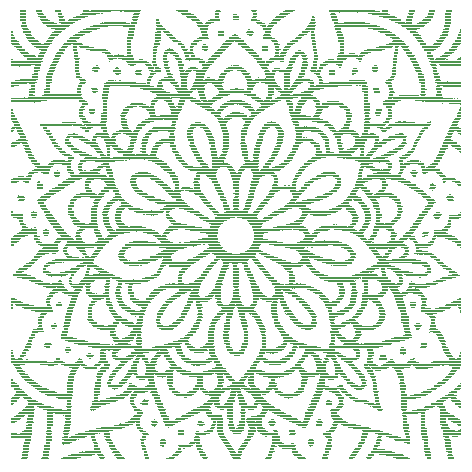
<source format=gto>
G75*
%MOIN*%
%OFA0B0*%
%FSLAX25Y25*%
%IPPOS*%
%LPD*%
%AMOC8*
5,1,8,0,0,1.08239X$1,22.5*
%
%ADD10R,0.02000X0.00334*%
%ADD11R,0.05330X0.00334*%
%ADD12R,0.01670X0.00334*%
%ADD13R,0.02670X0.00334*%
%ADD14R,0.01000X0.00334*%
%ADD15R,0.02330X0.00334*%
%ADD16R,0.01330X0.00334*%
%ADD17R,0.02340X0.00334*%
%ADD18R,0.01660X0.00334*%
%ADD19R,0.02660X0.00334*%
%ADD20R,0.04660X0.00334*%
%ADD21R,0.02000X0.00333*%
%ADD22R,0.02340X0.00333*%
%ADD23R,0.05330X0.00333*%
%ADD24R,0.01330X0.00333*%
%ADD25R,0.02660X0.00333*%
%ADD26R,0.02670X0.00333*%
%ADD27R,0.01340X0.00333*%
%ADD28R,0.01670X0.00333*%
%ADD29R,0.01660X0.00333*%
%ADD30R,0.04660X0.00333*%
%ADD31R,0.06000X0.00333*%
%ADD32R,0.02330X0.00333*%
%ADD33R,0.05000X0.00333*%
%ADD34R,0.07670X0.00334*%
%ADD35R,0.03000X0.00334*%
%ADD36R,0.06000X0.00334*%
%ADD37R,0.07670X0.00333*%
%ADD38R,0.03330X0.00333*%
%ADD39R,0.08000X0.00333*%
%ADD40R,0.04000X0.00333*%
%ADD41R,0.09340X0.00334*%
%ADD42R,0.03660X0.00334*%
%ADD43R,0.10000X0.00334*%
%ADD44R,0.07330X0.00333*%
%ADD45R,0.01000X0.00333*%
%ADD46R,0.08330X0.00333*%
%ADD47R,0.00330X0.00333*%
%ADD48R,0.05660X0.00333*%
%ADD49R,0.07000X0.00333*%
%ADD50R,0.04000X0.00334*%
%ADD51R,0.04330X0.00333*%
%ADD52R,0.00660X0.00333*%
%ADD53R,0.03670X0.00334*%
%ADD54R,0.05000X0.00334*%
%ADD55R,0.01340X0.00334*%
%ADD56R,0.05670X0.00333*%
%ADD57R,0.00330X0.00334*%
%ADD58R,0.03670X0.00333*%
%ADD59R,0.03340X0.00333*%
%ADD60R,0.03330X0.00334*%
%ADD61R,0.04340X0.00334*%
%ADD62R,0.04340X0.00333*%
%ADD63R,0.06670X0.00333*%
%ADD64R,0.05340X0.00333*%
%ADD65R,0.00670X0.00333*%
%ADD66R,0.06670X0.00334*%
%ADD67R,0.07000X0.00334*%
%ADD68R,0.00340X0.00334*%
%ADD69R,0.05660X0.00334*%
%ADD70R,0.05670X0.00334*%
%ADD71R,0.06660X0.00333*%
%ADD72R,0.03660X0.00333*%
%ADD73R,0.06330X0.00333*%
%ADD74R,0.09330X0.00334*%
%ADD75R,0.06330X0.00334*%
%ADD76R,0.07660X0.00334*%
%ADD77R,0.03000X0.00333*%
%ADD78R,0.04670X0.00334*%
%ADD79R,0.08660X0.00333*%
%ADD80R,0.04670X0.00333*%
%ADD81R,0.03340X0.00334*%
%ADD82R,0.04330X0.00334*%
%ADD83R,0.07660X0.00333*%
%ADD84R,0.08000X0.00334*%
%ADD85R,0.07330X0.00334*%
%ADD86R,0.05340X0.00334*%
%ADD87R,0.08340X0.00333*%
%ADD88R,0.09000X0.00333*%
%ADD89R,0.07340X0.00333*%
%ADD90R,0.07340X0.00334*%
%ADD91R,0.06340X0.00334*%
%ADD92R,0.00340X0.00333*%
%ADD93R,0.09000X0.00334*%
%ADD94R,0.10330X0.00333*%
%ADD95R,0.09670X0.00333*%
%ADD96R,0.09330X0.00333*%
%ADD97R,0.00660X0.00334*%
%ADD98R,0.11330X0.00333*%
%ADD99R,0.11670X0.00333*%
%ADD100R,0.16340X0.00334*%
%ADD101R,0.06660X0.00334*%
%ADD102R,0.10000X0.00333*%
%ADD103R,0.26000X0.00333*%
%ADD104R,0.18330X0.00334*%
%ADD105R,0.11660X0.00334*%
%ADD106R,0.17670X0.00333*%
%ADD107R,0.09670X0.00334*%
%ADD108R,0.06340X0.00333*%
%ADD109R,0.00670X0.00334*%
%ADD110R,0.11000X0.00333*%
%ADD111R,0.12670X0.00334*%
%ADD112R,0.08670X0.00334*%
%ADD113R,0.13330X0.00334*%
%ADD114R,0.08330X0.00334*%
%ADD115R,0.16670X0.00333*%
%ADD116R,0.16340X0.00333*%
%ADD117R,0.18000X0.00333*%
%ADD118R,0.17670X0.00334*%
%ADD119R,0.19000X0.00334*%
%ADD120R,0.10660X0.00333*%
%ADD121R,0.15670X0.00333*%
%ADD122R,0.08670X0.00333*%
%ADD123R,0.09660X0.00333*%
%ADD124R,0.13670X0.00333*%
%ADD125R,0.13330X0.00333*%
%ADD126R,0.12330X0.00333*%
%ADD127R,0.12660X0.00334*%
%ADD128R,0.12330X0.00334*%
%ADD129R,0.12000X0.00333*%
%ADD130R,0.11340X0.00333*%
%ADD131R,0.11340X0.00334*%
%ADD132R,0.13000X0.00333*%
%ADD133R,0.14330X0.00333*%
%ADD134R,0.11000X0.00334*%
%ADD135R,0.10670X0.00334*%
%ADD136R,0.10340X0.00334*%
%ADD137R,0.11330X0.00334*%
%ADD138R,0.15330X0.00334*%
%ADD139R,0.14000X0.00333*%
%ADD140R,0.09340X0.00333*%
%ADD141R,0.14000X0.00334*%
%ADD142R,0.13340X0.00334*%
%ADD143R,0.15000X0.00334*%
%ADD144R,0.13000X0.00334*%
%ADD145R,0.13340X0.00333*%
%ADD146R,0.24330X0.00333*%
%ADD147R,0.25340X0.00333*%
%ADD148R,0.25670X0.00333*%
%ADD149R,0.26670X0.00334*%
%ADD150R,0.27670X0.00334*%
%ADD151R,0.15000X0.00333*%
%ADD152R,0.09660X0.00334*%
%ADD153R,0.12000X0.00334*%
%ADD154R,0.13660X0.00333*%
%ADD155R,0.14670X0.00333*%
%ADD156R,0.08340X0.00334*%
%ADD157R,0.08660X0.00334*%
%ADD158R,0.11660X0.00333*%
%ADD159R,0.10670X0.00333*%
%ADD160R,0.14340X0.00333*%
%ADD161R,0.25000X0.00333*%
%ADD162R,0.10330X0.00334*%
%ADD163R,0.10660X0.00334*%
%ADD164R,0.15660X0.00333*%
%ADD165R,0.25000X0.00334*%
%ADD166R,0.24000X0.00333*%
%ADD167R,0.20000X0.00333*%
%ADD168R,0.18330X0.00333*%
%ADD169R,0.13670X0.00334*%
%ADD170R,0.12340X0.00333*%
%ADD171R,0.15340X0.00334*%
%ADD172R,0.15670X0.00334*%
%ADD173R,0.10340X0.00333*%
%ADD174R,0.15330X0.00333*%
%ADD175R,0.17000X0.00333*%
%ADD176R,0.15340X0.00333*%
D10*
X0005970Y0001800D03*
X0006300Y0002800D03*
X0006300Y0003800D03*
X0006630Y0004800D03*
X0006630Y0005800D03*
X0006970Y0006800D03*
X0006970Y0007800D03*
X0007300Y0008800D03*
X0007630Y0012800D03*
X0007970Y0013800D03*
X0007970Y0014800D03*
X0007970Y0015800D03*
X0013970Y0007800D03*
X0012970Y0002800D03*
X0012630Y0001800D03*
X0020300Y0012800D03*
X0020970Y0023800D03*
X0021300Y0026800D03*
X0021300Y0027800D03*
X0022300Y0030800D03*
X0027630Y0036800D03*
X0031970Y0036800D03*
X0032300Y0035800D03*
X0036630Y0035800D03*
X0035970Y0030800D03*
X0032300Y0031800D03*
X0031630Y0030800D03*
X0030630Y0027800D03*
X0030630Y0026800D03*
X0028300Y0031800D03*
X0020630Y0038800D03*
X0019630Y0044800D03*
X0020300Y0047800D03*
X0020630Y0048800D03*
X0020970Y0050800D03*
X0021300Y0051800D03*
X0021630Y0052800D03*
X0021970Y0053800D03*
X0022300Y0054800D03*
X0024300Y0058800D03*
X0017630Y0060800D03*
X0016630Y0062800D03*
X0014970Y0056800D03*
X0009300Y0043800D03*
X0002630Y0026800D03*
X0027970Y0048800D03*
X0034970Y0051800D03*
X0035630Y0050800D03*
X0041630Y0056800D03*
X0046300Y0052800D03*
X0045630Y0051800D03*
X0050970Y0049800D03*
X0052970Y0052800D03*
X0058300Y0048800D03*
X0058970Y0049800D03*
X0059630Y0050800D03*
X0059970Y0051800D03*
X0060630Y0052800D03*
X0060970Y0053800D03*
X0061300Y0054800D03*
X0064300Y0052800D03*
X0063630Y0046800D03*
X0062970Y0045800D03*
X0062300Y0044800D03*
X0068300Y0044800D03*
X0068630Y0045800D03*
X0068970Y0046800D03*
X0069300Y0047800D03*
X0070970Y0049800D03*
X0076630Y0056800D03*
X0076630Y0057800D03*
X0070970Y0060800D03*
X0072630Y0064800D03*
X0068630Y0066800D03*
X0066970Y0064800D03*
X0066300Y0063800D03*
X0065630Y0062800D03*
X0058970Y0064800D03*
X0053630Y0077800D03*
X0067300Y0086800D03*
X0068300Y0085800D03*
X0069300Y0084800D03*
X0072970Y0086800D03*
X0072630Y0087800D03*
X0070970Y0091800D03*
X0070300Y0092800D03*
X0069970Y0093800D03*
X0069630Y0098800D03*
X0072300Y0102800D03*
X0072630Y0103800D03*
X0072970Y0104800D03*
X0073300Y0105800D03*
X0073300Y0106800D03*
X0073300Y0107800D03*
X0073300Y0108800D03*
X0073300Y0109800D03*
X0072970Y0110800D03*
X0072300Y0112800D03*
X0068300Y0108800D03*
X0068630Y0107800D03*
X0067300Y0110800D03*
X0061970Y0106800D03*
X0062300Y0105800D03*
X0062970Y0104800D03*
X0063300Y0103800D03*
X0063970Y0102800D03*
X0064630Y0101800D03*
X0065300Y0100800D03*
X0065970Y0099800D03*
X0057970Y0101800D03*
X0057300Y0102800D03*
X0056630Y0103800D03*
X0054970Y0108800D03*
X0055300Y0112800D03*
X0061300Y0108800D03*
X0057630Y0118800D03*
X0057970Y0119800D03*
X0055300Y0119800D03*
X0054630Y0120800D03*
X0058970Y0121800D03*
X0059300Y0125800D03*
X0059300Y0126800D03*
X0059300Y0127800D03*
X0059300Y0128800D03*
X0056300Y0126800D03*
X0064970Y0123800D03*
X0065300Y0122800D03*
X0065630Y0121800D03*
X0070970Y0125800D03*
X0071630Y0128800D03*
X0072300Y0129800D03*
X0072970Y0130800D03*
X0067970Y0128800D03*
X0066300Y0138800D03*
X0062970Y0140800D03*
X0065970Y0143800D03*
X0065970Y0144800D03*
X0064630Y0146800D03*
X0071630Y0144800D03*
X0071630Y0143800D03*
X0076630Y0148800D03*
X0086970Y0143800D03*
X0088630Y0141800D03*
X0088630Y0146800D03*
X0094300Y0139800D03*
X0096630Y0136800D03*
X0095970Y0135800D03*
X0098300Y0129800D03*
X0095630Y0125800D03*
X0097300Y0118800D03*
X0096300Y0114800D03*
X0091300Y0108800D03*
X0090630Y0105800D03*
X0089970Y0104800D03*
X0089630Y0103800D03*
X0088970Y0102800D03*
X0088300Y0101800D03*
X0087630Y0100800D03*
X0086970Y0099800D03*
X0082970Y0097800D03*
X0079970Y0101800D03*
X0083300Y0102800D03*
X0083300Y0103800D03*
X0083970Y0106800D03*
X0084300Y0107800D03*
X0084630Y0108800D03*
X0084970Y0109800D03*
X0085300Y0110800D03*
X0085970Y0111800D03*
X0080300Y0113800D03*
X0079300Y0110800D03*
X0078970Y0106800D03*
X0077970Y0097800D03*
X0076630Y0093800D03*
X0076630Y0092800D03*
X0076630Y0091800D03*
X0076630Y0090800D03*
X0076630Y0089800D03*
X0081300Y0088800D03*
X0080970Y0087800D03*
X0080630Y0086800D03*
X0080300Y0085800D03*
X0083970Y0084800D03*
X0084630Y0085800D03*
X0085630Y0086800D03*
X0086300Y0087800D03*
X0087970Y0089800D03*
X0081970Y0091800D03*
X0082300Y0092800D03*
X0081630Y0089800D03*
X0096300Y0088800D03*
X0098630Y0091800D03*
X0099630Y0092800D03*
X0097970Y0097800D03*
X0099630Y0099800D03*
X0095970Y0104800D03*
X0096630Y0105800D03*
X0096970Y0106800D03*
X0102970Y0106800D03*
X0105630Y0109800D03*
X0116630Y0109800D03*
X0121300Y0103800D03*
X0123300Y0105800D03*
X0125970Y0113800D03*
X0134300Y0103800D03*
X0135970Y0097800D03*
X0135970Y0096800D03*
X0141970Y0092800D03*
X0143300Y0100800D03*
X0143970Y0101800D03*
X0144630Y0102800D03*
X0144970Y0103800D03*
X0145970Y0105800D03*
X0147300Y0108800D03*
X0147630Y0109800D03*
X0149300Y0112800D03*
X0149630Y0113800D03*
X0150630Y0115800D03*
X0137630Y0130800D03*
X0137300Y0131800D03*
X0136970Y0132800D03*
X0136300Y0133800D03*
X0135300Y0135800D03*
X0134630Y0136800D03*
X0133970Y0137800D03*
X0133300Y0138800D03*
X0138630Y0140800D03*
X0139300Y0139800D03*
X0140630Y0137800D03*
X0146630Y0144800D03*
X0146970Y0145800D03*
X0147300Y0149800D03*
X0141970Y0150800D03*
X0141300Y0149800D03*
X0134630Y0149800D03*
X0134300Y0147800D03*
X0118630Y0136800D03*
X0111300Y0142800D03*
X0110970Y0143800D03*
X0110630Y0144800D03*
X0101970Y0146800D03*
X0100300Y0144800D03*
X0098970Y0143800D03*
X0097970Y0142800D03*
X0086630Y0131800D03*
X0086970Y0130800D03*
X0080300Y0129800D03*
X0057300Y0140800D03*
X0055970Y0141800D03*
X0056300Y0136800D03*
X0050630Y0142800D03*
X0050630Y0143800D03*
X0043300Y0149800D03*
X0042970Y0148800D03*
X0042630Y0147800D03*
X0041970Y0145800D03*
X0036970Y0131800D03*
X0043970Y0130800D03*
X0032970Y0122800D03*
X0032970Y0121800D03*
X0029300Y0124800D03*
X0025970Y0119800D03*
X0028630Y0117800D03*
X0025970Y0114800D03*
X0032630Y0111800D03*
X0032970Y0110800D03*
X0035970Y0109800D03*
X0040300Y0111800D03*
X0043970Y0111800D03*
X0044630Y0112800D03*
X0046970Y0109800D03*
X0045630Y0105800D03*
X0048970Y0103800D03*
X0049300Y0104800D03*
X0049630Y0105800D03*
X0055300Y0096800D03*
X0055970Y0095800D03*
X0056300Y0094800D03*
X0042300Y0093800D03*
X0034300Y0086800D03*
X0033630Y0085800D03*
X0033300Y0084800D03*
X0032970Y0083800D03*
X0032970Y0082800D03*
X0033300Y0080800D03*
X0033970Y0079800D03*
X0034300Y0078800D03*
X0037630Y0080800D03*
X0037300Y0083800D03*
X0029300Y0084800D03*
X0032300Y0090800D03*
X0027300Y0091800D03*
X0022970Y0088800D03*
X0021970Y0087800D03*
X0021970Y0082800D03*
X0022630Y0081800D03*
X0023970Y0075800D03*
X0020300Y0072800D03*
X0016630Y0073800D03*
X0013300Y0077800D03*
X0009300Y0082800D03*
X0009300Y0083800D03*
X0016970Y0096800D03*
X0017630Y0101800D03*
X0019300Y0103800D03*
X0021970Y0105800D03*
X0020970Y0106800D03*
X0030630Y0104800D03*
X0031630Y0103800D03*
X0041300Y0104800D03*
X0039300Y0116800D03*
X0039630Y0117800D03*
X0040300Y0118800D03*
X0048970Y0116800D03*
X0018970Y0138800D03*
X0017630Y0136800D03*
X0016970Y0135800D03*
X0016630Y0134800D03*
X0015970Y0133800D03*
X0015630Y0132800D03*
X0015300Y0131800D03*
X0014630Y0130800D03*
X0014300Y0128800D03*
X0010300Y0132800D03*
X0011970Y0136800D03*
X0012300Y0137800D03*
X0013970Y0140800D03*
X0014630Y0141800D03*
X0011630Y0149800D03*
X0006300Y0145800D03*
X0006630Y0144800D03*
X0005970Y0146800D03*
X0017630Y0150800D03*
X0002970Y0114800D03*
X0003300Y0113800D03*
X0003970Y0112800D03*
X0005630Y0108800D03*
X0007300Y0104800D03*
X0008300Y0102800D03*
X0030630Y0076800D03*
X0031300Y0075800D03*
X0031630Y0072800D03*
X0030970Y0071800D03*
X0029970Y0070800D03*
X0029300Y0069800D03*
X0038300Y0069800D03*
X0038630Y0068800D03*
X0038630Y0070800D03*
X0067970Y0040800D03*
X0068630Y0037800D03*
X0068970Y0036800D03*
X0070630Y0033800D03*
X0071300Y0032800D03*
X0073970Y0029800D03*
X0074630Y0028800D03*
X0075630Y0027800D03*
X0078300Y0027800D03*
X0079300Y0028800D03*
X0081630Y0027800D03*
X0081970Y0026800D03*
X0077970Y0022800D03*
X0078300Y0021800D03*
X0075300Y0022800D03*
X0075630Y0023800D03*
X0074970Y0021800D03*
X0074630Y0018800D03*
X0074630Y0017800D03*
X0074630Y0016800D03*
X0074630Y0015800D03*
X0075300Y0012800D03*
X0078630Y0014800D03*
X0081970Y0011800D03*
X0081630Y0010800D03*
X0081300Y0009800D03*
X0080630Y0008800D03*
X0079970Y0007800D03*
X0078630Y0005800D03*
X0074970Y0004800D03*
X0073300Y0007800D03*
X0070970Y0012800D03*
X0070630Y0019800D03*
X0070970Y0025800D03*
X0064630Y0027800D03*
X0058300Y0036800D03*
X0055300Y0033800D03*
X0054630Y0034800D03*
X0053970Y0035800D03*
X0049970Y0035800D03*
X0049300Y0034800D03*
X0048300Y0028800D03*
X0049970Y0022800D03*
X0052630Y0016800D03*
X0052970Y0015800D03*
X0053300Y0014800D03*
X0049300Y0013800D03*
X0051970Y0006800D03*
X0055630Y0002800D03*
X0056970Y0003800D03*
X0063630Y0008800D03*
X0058300Y0010800D03*
X0039970Y0028800D03*
X0040630Y0029800D03*
X0042630Y0032800D03*
X0042970Y0033800D03*
X0033630Y0009800D03*
X0033970Y0008800D03*
X0034300Y0007800D03*
X0034970Y0006800D03*
X0035630Y0005800D03*
X0036300Y0004800D03*
X0031630Y0002800D03*
X0078970Y0038800D03*
X0082300Y0032800D03*
X0088630Y0027800D03*
X0089970Y0024800D03*
X0085970Y0017800D03*
X0085300Y0016800D03*
X0088630Y0014800D03*
X0095300Y0006800D03*
X0095970Y0004800D03*
X0096630Y0003800D03*
X0101630Y0006800D03*
X0099970Y0014800D03*
X0104300Y0014800D03*
X0107630Y0019800D03*
X0107300Y0020800D03*
X0109300Y0016800D03*
X0109630Y0013800D03*
X0116970Y0004800D03*
X0114630Y0001800D03*
X0120630Y0001800D03*
X0140970Y0001800D03*
X0147300Y0006800D03*
X0147630Y0004800D03*
X0147970Y0002800D03*
X0148300Y0001800D03*
X0145630Y0014800D03*
X0145300Y0018800D03*
X0149630Y0024800D03*
X0147970Y0035800D03*
X0146300Y0038800D03*
X0144630Y0042800D03*
X0143970Y0043800D03*
X0141630Y0049800D03*
X0137300Y0045800D03*
X0133970Y0043800D03*
X0133630Y0044800D03*
X0132300Y0038800D03*
X0132300Y0037800D03*
X0130300Y0031800D03*
X0131970Y0027800D03*
X0120970Y0031800D03*
X0119970Y0032800D03*
X0120970Y0034800D03*
X0116630Y0031800D03*
X0110300Y0032800D03*
X0105300Y0028800D03*
X0103970Y0034800D03*
X0103300Y0035800D03*
X0099970Y0036800D03*
X0099300Y0035800D03*
X0098630Y0034800D03*
X0097630Y0033800D03*
X0094970Y0036800D03*
X0095630Y0037800D03*
X0092300Y0039800D03*
X0084970Y0045800D03*
X0084630Y0046800D03*
X0084300Y0047800D03*
X0079300Y0046800D03*
X0078630Y0049800D03*
X0089630Y0048800D03*
X0089970Y0047800D03*
X0093630Y0051800D03*
X0091970Y0054800D03*
X0090630Y0057800D03*
X0094970Y0060800D03*
X0094300Y0064800D03*
X0100970Y0066800D03*
X0101630Y0065800D03*
X0105970Y0055800D03*
X0108300Y0050800D03*
X0111300Y0055800D03*
X0111970Y0056800D03*
X0111970Y0057800D03*
X0111970Y0058800D03*
X0115630Y0059800D03*
X0115970Y0058800D03*
X0115970Y0055800D03*
X0115630Y0054800D03*
X0119300Y0053800D03*
X0118970Y0052800D03*
X0118300Y0051800D03*
X0117630Y0050800D03*
X0117300Y0044800D03*
X0117300Y0043800D03*
X0116970Y0042800D03*
X0125300Y0048800D03*
X0125300Y0050800D03*
X0124630Y0052800D03*
X0119630Y0060800D03*
X0119630Y0061800D03*
X0122300Y0071800D03*
X0121970Y0075800D03*
X0118630Y0075800D03*
X0119300Y0078800D03*
X0115300Y0079800D03*
X0116300Y0082800D03*
X0115970Y0083800D03*
X0119630Y0085800D03*
X0119970Y0084800D03*
X0123300Y0085800D03*
X0120630Y0090800D03*
X0116300Y0091800D03*
X0110300Y0095800D03*
X0107300Y0097800D03*
X0102630Y0076800D03*
X0114300Y0071800D03*
X0128630Y0077800D03*
X0129970Y0081800D03*
X0137630Y0081800D03*
X0142970Y0068800D03*
X0145300Y0066800D03*
X0150630Y0073800D03*
X0150630Y0054800D03*
X0135630Y0052800D03*
X0112300Y0024800D03*
X0098970Y0026800D03*
X0098630Y0025800D03*
X0101630Y0050800D03*
X0100970Y0051800D03*
X0099970Y0052800D03*
X0085970Y0064800D03*
X0084300Y0066800D03*
X0083630Y0067800D03*
X0081970Y0061800D03*
X0082300Y0060800D03*
X0150630Y0093800D03*
D11*
X0147965Y0094800D03*
X0135965Y0100800D03*
X0120965Y0109800D03*
X0116635Y0077800D03*
X0135635Y0057800D03*
X0138635Y0070800D03*
X0100965Y0029800D03*
X0065635Y0010800D03*
X0019965Y0001800D03*
X0005965Y0076800D03*
X0005635Y0095800D03*
X0023635Y0095800D03*
X0011635Y0139800D03*
X0029965Y0145800D03*
X0069635Y0080800D03*
D12*
X0073465Y0085800D03*
X0076465Y0086800D03*
X0076465Y0087800D03*
X0076465Y0088800D03*
X0072135Y0088800D03*
X0071465Y0090800D03*
X0075465Y0097800D03*
X0079465Y0103800D03*
X0079465Y0104800D03*
X0079135Y0105800D03*
X0083465Y0104800D03*
X0083135Y0101800D03*
X0091135Y0107800D03*
X0091465Y0109800D03*
X0091465Y0110800D03*
X0091135Y0111800D03*
X0096465Y0113800D03*
X0097465Y0110800D03*
X0097465Y0109800D03*
X0104135Y0103800D03*
X0106465Y0108800D03*
X0113465Y0112800D03*
X0114135Y0114800D03*
X0114135Y0116800D03*
X0120135Y0117800D03*
X0120135Y0118800D03*
X0120135Y0119800D03*
X0120465Y0115800D03*
X0120135Y0114800D03*
X0120135Y0111800D03*
X0123135Y0108800D03*
X0127135Y0114800D03*
X0132135Y0106800D03*
X0135465Y0104800D03*
X0131135Y0096800D03*
X0126135Y0093800D03*
X0125465Y0091800D03*
X0123135Y0086800D03*
X0120465Y0083800D03*
X0120465Y0082800D03*
X0120465Y0081800D03*
X0120135Y0080800D03*
X0123135Y0078800D03*
X0123135Y0077800D03*
X0122465Y0076800D03*
X0124135Y0082800D03*
X0129135Y0076800D03*
X0129135Y0075800D03*
X0128135Y0071800D03*
X0127465Y0070800D03*
X0123135Y0070800D03*
X0115465Y0069800D03*
X0115135Y0070800D03*
X0116135Y0081800D03*
X0110465Y0092800D03*
X0099465Y0083800D03*
X0099135Y0082800D03*
X0100465Y0076800D03*
X0087135Y0088800D03*
X0089465Y0092800D03*
X0079465Y0111800D03*
X0069135Y0104800D03*
X0069135Y0103800D03*
X0069465Y0102800D03*
X0064135Y0096800D03*
X0063465Y0093800D03*
X0063465Y0092800D03*
X0056135Y0104800D03*
X0061135Y0109800D03*
X0061135Y0110800D03*
X0061465Y0111800D03*
X0061465Y0107800D03*
X0055135Y0110800D03*
X0055465Y0118800D03*
X0058465Y0120800D03*
X0054465Y0129800D03*
X0054135Y0130800D03*
X0053465Y0132800D03*
X0053135Y0136800D03*
X0057135Y0135800D03*
X0059135Y0138800D03*
X0058465Y0139800D03*
X0066135Y0139800D03*
X0066135Y0142800D03*
X0067135Y0146800D03*
X0076465Y0149800D03*
X0082465Y0148800D03*
X0085135Y0146800D03*
X0093465Y0138800D03*
X0092465Y0137800D03*
X0092135Y0136800D03*
X0095465Y0134800D03*
X0094465Y0132800D03*
X0094135Y0131800D03*
X0093465Y0128800D03*
X0093465Y0127800D03*
X0093465Y0126800D03*
X0093465Y0125800D03*
X0094135Y0120800D03*
X0095135Y0117800D03*
X0097135Y0117800D03*
X0104135Y0117800D03*
X0104465Y0131800D03*
X0105135Y0132800D03*
X0099465Y0133800D03*
X0099135Y0132800D03*
X0099135Y0131800D03*
X0099465Y0135800D03*
X0089135Y0130800D03*
X0088135Y0124800D03*
X0088135Y0123800D03*
X0087135Y0121800D03*
X0076465Y0121800D03*
X0071465Y0124800D03*
X0058465Y0131800D03*
X0048465Y0129800D03*
X0041135Y0136800D03*
X0041135Y0142800D03*
X0041465Y0143800D03*
X0034135Y0136800D03*
X0034465Y0134800D03*
X0030135Y0132800D03*
X0024465Y0128800D03*
X0024465Y0125800D03*
X0029465Y0125800D03*
X0033135Y0125800D03*
X0033135Y0124800D03*
X0033135Y0123800D03*
X0032465Y0116800D03*
X0032465Y0115800D03*
X0032465Y0114800D03*
X0032465Y0112800D03*
X0039135Y0113800D03*
X0039135Y0114800D03*
X0039465Y0112800D03*
X0042465Y0108800D03*
X0042135Y0107800D03*
X0041465Y0105800D03*
X0046135Y0107800D03*
X0046465Y0108800D03*
X0049135Y0120800D03*
X0050465Y0141800D03*
X0023135Y0137800D03*
X0014465Y0129800D03*
X0014135Y0127800D03*
X0013465Y0124800D03*
X0013465Y0123800D03*
X0008465Y0122800D03*
X0008465Y0124800D03*
X0007465Y0128800D03*
X0009465Y0128800D03*
X0009465Y0129800D03*
X0010135Y0131800D03*
X0011465Y0135800D03*
X0002465Y0141800D03*
X0005465Y0148800D03*
X0005465Y0149800D03*
X0005465Y0150800D03*
X0011135Y0150800D03*
X0018135Y0149800D03*
X0018465Y0147800D03*
X0002465Y0115800D03*
X0005135Y0109800D03*
X0006465Y0106800D03*
X0013135Y0111800D03*
X0015135Y0108800D03*
X0016465Y0106800D03*
X0017135Y0105800D03*
X0018135Y0104800D03*
X0025135Y0100800D03*
X0027465Y0094800D03*
X0027135Y0093800D03*
X0030135Y0087800D03*
X0029465Y0085800D03*
X0029135Y0083800D03*
X0029135Y0082800D03*
X0029135Y0081800D03*
X0029135Y0080800D03*
X0030135Y0077800D03*
X0033135Y0081800D03*
X0037135Y0081800D03*
X0037135Y0082800D03*
X0037465Y0089800D03*
X0042135Y0094800D03*
X0035135Y0095800D03*
X0034465Y0097800D03*
X0034135Y0098800D03*
X0021465Y0086800D03*
X0021465Y0085800D03*
X0021465Y0084800D03*
X0021465Y0083800D03*
X0024465Y0077800D03*
X0024465Y0074800D03*
X0026465Y0069800D03*
X0020465Y0069800D03*
X0013135Y0076800D03*
X0010135Y0075800D03*
X0005135Y0080800D03*
X0002465Y0073800D03*
X0011135Y0093800D03*
X0008135Y0096800D03*
X0037465Y0058800D03*
X0037135Y0057800D03*
X0037465Y0055800D03*
X0034135Y0053800D03*
X0034465Y0052800D03*
X0028135Y0052800D03*
X0028465Y0047800D03*
X0035465Y0044800D03*
X0036135Y0037800D03*
X0032135Y0037800D03*
X0031135Y0029800D03*
X0034465Y0027800D03*
X0035465Y0029800D03*
X0030465Y0025800D03*
X0030135Y0024800D03*
X0030135Y0023800D03*
X0021135Y0025800D03*
X0021465Y0028800D03*
X0020465Y0037800D03*
X0020135Y0046800D03*
X0016135Y0046800D03*
X0008135Y0041800D03*
X0005135Y0035800D03*
X0014465Y0016800D03*
X0014465Y0015800D03*
X0014465Y0014800D03*
X0014465Y0013800D03*
X0014135Y0009800D03*
X0014135Y0008800D03*
X0013465Y0005800D03*
X0013135Y0004800D03*
X0013135Y0003800D03*
X0019465Y0008800D03*
X0020135Y0010800D03*
X0020135Y0011800D03*
X0020465Y0013800D03*
X0020465Y0014800D03*
X0029465Y0007800D03*
X0030135Y0005800D03*
X0032135Y0001800D03*
X0046135Y0009800D03*
X0054135Y0012800D03*
X0064135Y0005800D03*
X0065135Y0003800D03*
X0068465Y0011800D03*
X0071135Y0011800D03*
X0071465Y0010800D03*
X0072465Y0008800D03*
X0074465Y0005800D03*
X0078135Y0004800D03*
X0079465Y0006800D03*
X0089135Y0005800D03*
X0083135Y0019800D03*
X0081465Y0028800D03*
X0083135Y0033800D03*
X0079465Y0039800D03*
X0079465Y0040800D03*
X0079465Y0045800D03*
X0079135Y0047800D03*
X0078465Y0050800D03*
X0074465Y0049800D03*
X0074135Y0048800D03*
X0073465Y0046800D03*
X0073465Y0045800D03*
X0073135Y0044800D03*
X0073135Y0043800D03*
X0073465Y0041800D03*
X0073465Y0040800D03*
X0074135Y0038800D03*
X0068135Y0041800D03*
X0068135Y0042800D03*
X0068135Y0043800D03*
X0064135Y0047800D03*
X0064465Y0048800D03*
X0071135Y0053800D03*
X0070465Y0055800D03*
X0071465Y0061800D03*
X0072135Y0063800D03*
X0076465Y0063800D03*
X0076465Y0062800D03*
X0076465Y0061800D03*
X0076465Y0060800D03*
X0076465Y0059800D03*
X0076465Y0064800D03*
X0076135Y0066800D03*
X0079465Y0066800D03*
X0080135Y0065800D03*
X0080465Y0064800D03*
X0081465Y0062800D03*
X0083135Y0055800D03*
X0089135Y0052800D03*
X0089135Y0051800D03*
X0089135Y0050800D03*
X0089465Y0049800D03*
X0092465Y0053800D03*
X0095135Y0061800D03*
X0095135Y0062800D03*
X0085465Y0044800D03*
X0071135Y0029800D03*
X0071135Y0028800D03*
X0071465Y0027800D03*
X0071135Y0026800D03*
X0064465Y0028800D03*
X0054465Y0028800D03*
X0054465Y0027800D03*
X0054465Y0026800D03*
X0046465Y0034800D03*
X0043465Y0034800D03*
X0043465Y0029800D03*
X0042135Y0022800D03*
X0043135Y0018800D03*
X0053465Y0036800D03*
X0044465Y0047800D03*
X0044465Y0048800D03*
X0051465Y0050800D03*
X0052135Y0051800D03*
X0042135Y0055800D03*
X0041465Y0059800D03*
X0050465Y0063800D03*
X0058135Y0060800D03*
X0069465Y0067800D03*
X0099465Y0028800D03*
X0099465Y0027800D03*
X0110135Y0029800D03*
X0112465Y0029800D03*
X0113135Y0028800D03*
X0117465Y0030800D03*
X0118135Y0029800D03*
X0119135Y0027800D03*
X0121465Y0030800D03*
X0121465Y0036800D03*
X0121465Y0037800D03*
X0117135Y0037800D03*
X0109465Y0034800D03*
X0109135Y0035800D03*
X0111135Y0022800D03*
X0111465Y0019800D03*
X0109465Y0012800D03*
X0118135Y0006800D03*
X0118465Y0007800D03*
X0119465Y0009800D03*
X0117465Y0005800D03*
X0116135Y0003800D03*
X0115465Y0002800D03*
X0121135Y0002800D03*
X0123135Y0005800D03*
X0133465Y0010800D03*
X0133135Y0012800D03*
X0132465Y0018800D03*
X0132465Y0019800D03*
X0132465Y0020800D03*
X0132465Y0023800D03*
X0132135Y0025800D03*
X0132135Y0026800D03*
X0131465Y0029800D03*
X0131135Y0030800D03*
X0128135Y0034800D03*
X0123135Y0023800D03*
X0139135Y0011800D03*
X0139135Y0010800D03*
X0139465Y0009800D03*
X0139465Y0008800D03*
X0140135Y0005800D03*
X0140135Y0004800D03*
X0140465Y0003800D03*
X0147135Y0007800D03*
X0147465Y0005800D03*
X0145465Y0015800D03*
X0147465Y0036800D03*
X0145465Y0040800D03*
X0145135Y0041800D03*
X0142135Y0045800D03*
X0142135Y0048800D03*
X0139135Y0052800D03*
X0140465Y0065800D03*
X0144135Y0067800D03*
X0136135Y0074800D03*
X0131135Y0083800D03*
X0130465Y0087800D03*
X0142135Y0091800D03*
X0145465Y0104800D03*
X0148135Y0110800D03*
X0150135Y0114800D03*
X0144135Y0124800D03*
X0144135Y0125800D03*
X0143465Y0128800D03*
X0143135Y0130800D03*
X0142465Y0132800D03*
X0141465Y0135800D03*
X0141135Y0136800D03*
X0138135Y0129800D03*
X0138465Y0128800D03*
X0128465Y0128800D03*
X0123135Y0132800D03*
X0116135Y0131800D03*
X0111465Y0136800D03*
X0111465Y0141800D03*
X0109465Y0148800D03*
X0109135Y0149800D03*
X0134465Y0148800D03*
X0135135Y0150800D03*
X0147135Y0148800D03*
X0147135Y0147800D03*
X0147135Y0146800D03*
X0147465Y0150800D03*
X0119465Y0125800D03*
X0126135Y0062800D03*
X0126135Y0058800D03*
X0125135Y0051800D03*
X0125465Y0049800D03*
X0119465Y0054800D03*
X0116135Y0056800D03*
X0116135Y0057800D03*
X0115465Y0053800D03*
X0067135Y0017800D03*
X0106465Y0003800D03*
X0106135Y0002800D03*
X0027465Y0057800D03*
D13*
X0033635Y0061800D03*
X0031635Y0064800D03*
X0017635Y0074800D03*
X0010965Y0069800D03*
X0007635Y0066800D03*
X0004965Y0064800D03*
X0012965Y0050800D03*
X0006965Y0028800D03*
X0007965Y0021800D03*
X0002965Y0014800D03*
X0035965Y0046800D03*
X0037635Y0048800D03*
X0041635Y0042800D03*
X0050965Y0036800D03*
X0052965Y0044800D03*
X0055965Y0055800D03*
X0064635Y0061800D03*
X0071965Y0050800D03*
X0076635Y0055800D03*
X0082965Y0049800D03*
X0090635Y0056800D03*
X0095965Y0056800D03*
X0095635Y0048800D03*
X0096635Y0047800D03*
X0104635Y0056800D03*
X0115635Y0048800D03*
X0116635Y0046800D03*
X0123965Y0046800D03*
X0131635Y0052800D03*
X0130635Y0055800D03*
X0129635Y0057800D03*
X0137965Y0056800D03*
X0139965Y0063800D03*
X0141635Y0069800D03*
X0143635Y0082800D03*
X0140635Y0088800D03*
X0139635Y0089800D03*
X0136965Y0091800D03*
X0147965Y0088800D03*
X0129635Y0104800D03*
X0127965Y0112800D03*
X0110635Y0109800D03*
X0104635Y0118800D03*
X0103635Y0130800D03*
X0101635Y0145800D03*
X0090635Y0148800D03*
X0081635Y0137800D03*
X0082635Y0136800D03*
X0083635Y0135800D03*
X0085965Y0132800D03*
X0084635Y0128800D03*
X0081635Y0126800D03*
X0083965Y0121800D03*
X0080635Y0114800D03*
X0072965Y0119800D03*
X0069965Y0116800D03*
X0064635Y0129800D03*
X0063635Y0147800D03*
X0046635Y0133800D03*
X0025965Y0120800D03*
X0024965Y0112800D03*
X0026965Y0107800D03*
X0020965Y0102800D03*
X0010635Y0099800D03*
X0002965Y0094800D03*
X0004965Y0088800D03*
X0023635Y0080800D03*
X0039965Y0086800D03*
X0042965Y0095800D03*
X0051635Y0093800D03*
X0052965Y0092800D03*
X0053965Y0091800D03*
X0056965Y0088800D03*
X0059965Y0099800D03*
X0068965Y0095800D03*
X0076635Y0095800D03*
X0076635Y0094800D03*
X0088965Y0090800D03*
X0096635Y0089800D03*
X0100965Y0100800D03*
X0115635Y0089800D03*
X0103965Y0077800D03*
X0120635Y0064800D03*
X0125635Y0035800D03*
X0141965Y0019800D03*
X0145635Y0021800D03*
X0149635Y0021800D03*
X0145635Y0027800D03*
X0146965Y0028800D03*
X0103965Y0023800D03*
X0103635Y0022800D03*
X0102635Y0020800D03*
X0096965Y0032800D03*
X0084635Y0035800D03*
X0069965Y0022800D03*
X0084965Y0011800D03*
X0091635Y0006800D03*
X0097965Y0002800D03*
X0048965Y0024800D03*
X0040965Y0024800D03*
X0039965Y0023800D03*
X0037965Y0026800D03*
X0037635Y0002800D03*
X0038635Y0001800D03*
X0053635Y0068800D03*
X0052635Y0074800D03*
X0049965Y0076800D03*
X0037965Y0104800D03*
X0003635Y0139800D03*
X0016635Y0143800D03*
X0021965Y0141800D03*
X0140635Y0148800D03*
X0145635Y0142800D03*
X0144965Y0141800D03*
X0146965Y0136800D03*
X0145635Y0135800D03*
X0148965Y0125800D03*
D14*
X0151130Y0125800D03*
X0151130Y0117800D03*
X0136800Y0107800D03*
X0136470Y0106800D03*
X0131800Y0100800D03*
X0118470Y0098800D03*
X0118130Y0097800D03*
X0118800Y0104800D03*
X0128470Y0123800D03*
X0129470Y0132800D03*
X0129470Y0133800D03*
X0129800Y0136800D03*
X0130130Y0138800D03*
X0117800Y0134800D03*
X0111470Y0132800D03*
X0105130Y0127800D03*
X0103130Y0137800D03*
X0102800Y0139800D03*
X0102470Y0141800D03*
X0102470Y0148800D03*
X0090470Y0137800D03*
X0086130Y0137800D03*
X0071470Y0142800D03*
X0061800Y0138800D03*
X0061800Y0137800D03*
X0049470Y0136800D03*
X0049470Y0134800D03*
X0047800Y0128800D03*
X0047470Y0127800D03*
X0044130Y0129800D03*
X0041470Y0132800D03*
X0050470Y0148800D03*
X0026800Y0110800D03*
X0034130Y0104800D03*
X0034130Y0103800D03*
X0034130Y0102800D03*
X0019800Y0070800D03*
X0012800Y0064800D03*
X0021470Y0061800D03*
X0021470Y0060800D03*
X0021800Y0062800D03*
X0027130Y0063800D03*
X0011130Y0046800D03*
X0014130Y0040800D03*
X0013800Y0038800D03*
X0017130Y0035800D03*
X0002130Y0027800D03*
X0002130Y0013800D03*
X0034470Y0026800D03*
X0033130Y0044800D03*
X0057800Y0061800D03*
X0064800Y0012800D03*
X0057800Y0006800D03*
X0046800Y0002800D03*
X0047130Y0001800D03*
X0046470Y0003800D03*
X0046130Y0004800D03*
X0095130Y0011800D03*
X0106470Y0034800D03*
X0117470Y0036800D03*
X0123470Y0022800D03*
X0145800Y0034800D03*
X0151130Y0035800D03*
X0151130Y0052800D03*
X0137470Y0058800D03*
X0137130Y0071800D03*
X0136800Y0073800D03*
X0142800Y0075800D03*
X0147800Y0080800D03*
X0148130Y0081800D03*
X0151130Y0072800D03*
X0151130Y0142800D03*
X0002130Y0142800D03*
X0002130Y0116800D03*
D15*
X0009465Y0100800D03*
X0006465Y0094800D03*
X0011135Y0092800D03*
X0011465Y0087800D03*
X0012465Y0085800D03*
X0013135Y0084800D03*
X0014465Y0082800D03*
X0011465Y0073800D03*
X0014135Y0066800D03*
X0036465Y0049800D03*
X0038465Y0053800D03*
X0048135Y0055800D03*
X0057465Y0047800D03*
X0061465Y0043800D03*
X0060465Y0042800D03*
X0059135Y0035800D03*
X0064465Y0026800D03*
X0068135Y0016800D03*
X0074465Y0020800D03*
X0078465Y0013800D03*
X0078135Y0012800D03*
X0082465Y0025800D03*
X0078135Y0037800D03*
X0075135Y0037800D03*
X0070135Y0048800D03*
X0068465Y0056800D03*
X0073135Y0066800D03*
X0083135Y0058800D03*
X0087465Y0062800D03*
X0088465Y0061800D03*
X0089465Y0060800D03*
X0085135Y0065800D03*
X0098135Y0054800D03*
X0099135Y0053800D03*
X0094135Y0050800D03*
X0090465Y0046800D03*
X0091135Y0045800D03*
X0092465Y0043800D03*
X0102465Y0036800D03*
X0105135Y0027800D03*
X0110135Y0023800D03*
X0113465Y0023800D03*
X0115135Y0026800D03*
X0114135Y0027800D03*
X0115465Y0032800D03*
X0114465Y0033800D03*
X0111135Y0042800D03*
X0114465Y0052800D03*
X0111465Y0059800D03*
X0102465Y0064800D03*
X0099465Y0068800D03*
X0108465Y0074800D03*
X0117465Y0076800D03*
X0115135Y0084800D03*
X0113465Y0087800D03*
X0109465Y0091800D03*
X0119465Y0091800D03*
X0127465Y0098800D03*
X0132465Y0099800D03*
X0131135Y0105800D03*
X0122465Y0104800D03*
X0116465Y0105800D03*
X0124135Y0117800D03*
X0123465Y0124800D03*
X0127465Y0127800D03*
X0132465Y0139800D03*
X0136135Y0143800D03*
X0135135Y0144800D03*
X0137135Y0142800D03*
X0146135Y0143800D03*
X0150465Y0140800D03*
X0149135Y0138800D03*
X0148135Y0137800D03*
X0150465Y0105800D03*
X0141465Y0086800D03*
X0139135Y0083800D03*
X0138465Y0082800D03*
X0137135Y0080800D03*
X0136135Y0079800D03*
X0135465Y0078800D03*
X0134135Y0076800D03*
X0129465Y0088800D03*
X0146465Y0065800D03*
X0135465Y0053800D03*
X0132135Y0051800D03*
X0132465Y0050800D03*
X0132465Y0049800D03*
X0133135Y0047800D03*
X0133135Y0046800D03*
X0133465Y0045800D03*
X0137135Y0046800D03*
X0139135Y0039800D03*
X0135465Y0034800D03*
X0125465Y0036800D03*
X0124135Y0018800D03*
X0107135Y0009800D03*
X0104465Y0013800D03*
X0100465Y0015800D03*
X0099135Y0012800D03*
X0095135Y0010800D03*
X0101465Y0007800D03*
X0102135Y0019800D03*
X0098135Y0024800D03*
X0131465Y0053800D03*
X0131135Y0054800D03*
X0129135Y0058800D03*
X0150135Y0032800D03*
X0149465Y0031800D03*
X0148465Y0023800D03*
X0150465Y0013800D03*
X0146135Y0012800D03*
X0098465Y0081800D03*
X0095465Y0087800D03*
X0083135Y0083800D03*
X0083135Y0094800D03*
X0093135Y0100800D03*
X0094135Y0101800D03*
X0095465Y0103800D03*
X0098465Y0120800D03*
X0096465Y0126800D03*
X0093465Y0129800D03*
X0086135Y0138800D03*
X0080465Y0138800D03*
X0081135Y0143800D03*
X0081135Y0144800D03*
X0076135Y0142800D03*
X0068465Y0134800D03*
X0066135Y0131800D03*
X0064465Y0128800D03*
X0056465Y0116800D03*
X0048465Y0117800D03*
X0036465Y0105800D03*
X0033465Y0108800D03*
X0028465Y0112800D03*
X0020465Y0099800D03*
X0038465Y0085800D03*
X0043465Y0091800D03*
X0054465Y0097800D03*
X0058135Y0087800D03*
X0066465Y0087800D03*
X0070135Y0083800D03*
X0069465Y0094800D03*
X0072135Y0113800D03*
X0081465Y0125800D03*
X0079465Y0130800D03*
X0087135Y0144800D03*
X0089465Y0147800D03*
X0095465Y0140800D03*
X0106465Y0133800D03*
X0108465Y0130800D03*
X0113135Y0118800D03*
X0049135Y0130800D03*
X0025465Y0127800D03*
X0018135Y0137800D03*
X0015465Y0142800D03*
X0012465Y0148800D03*
X0007135Y0143800D03*
X0004465Y0138800D03*
X0005465Y0137800D03*
X0039135Y0071800D03*
X0019465Y0043800D03*
X0013465Y0039800D03*
X0017465Y0034800D03*
X0021135Y0024800D03*
X0029135Y0018800D03*
X0039135Y0027800D03*
X0046135Y0020800D03*
X0044135Y0017800D03*
X0044135Y0016800D03*
X0043465Y0015800D03*
X0050135Y0021800D03*
X0049465Y0023800D03*
X0048465Y0026800D03*
X0048465Y0027800D03*
X0051135Y0019800D03*
X0052135Y0017800D03*
X0052135Y0007800D03*
X0054135Y0001800D03*
X0061465Y0006800D03*
X0032135Y0034800D03*
X0008135Y0019800D03*
X0008135Y0016800D03*
X0007465Y0011800D03*
X0006465Y0022800D03*
X0003465Y0022800D03*
X0003135Y0025800D03*
X0006135Y0029800D03*
X0005135Y0030800D03*
X0004465Y0031800D03*
D16*
X0005635Y0036800D03*
X0007635Y0040800D03*
X0008635Y0042800D03*
X0011635Y0045800D03*
X0015965Y0045800D03*
X0017635Y0052800D03*
X0013965Y0053800D03*
X0013965Y0054800D03*
X0012965Y0065800D03*
X0019635Y0071800D03*
X0025635Y0070800D03*
X0027635Y0065800D03*
X0033635Y0059800D03*
X0033635Y0058800D03*
X0033635Y0057800D03*
X0037635Y0059800D03*
X0028635Y0053800D03*
X0035965Y0036800D03*
X0043965Y0035800D03*
X0050965Y0046800D03*
X0050635Y0047800D03*
X0050635Y0048800D03*
X0063965Y0053800D03*
X0064635Y0051800D03*
X0064635Y0050800D03*
X0064635Y0049800D03*
X0074635Y0050800D03*
X0082965Y0054800D03*
X0085635Y0043800D03*
X0092965Y0040800D03*
X0095965Y0038800D03*
X0087635Y0030800D03*
X0102635Y0047800D03*
X0102635Y0048800D03*
X0108635Y0048800D03*
X0108635Y0047800D03*
X0108635Y0046800D03*
X0106965Y0035800D03*
X0118635Y0028800D03*
X0121965Y0029800D03*
X0122635Y0028800D03*
X0122635Y0027800D03*
X0122965Y0026800D03*
X0122965Y0025800D03*
X0122965Y0024800D03*
X0123635Y0021800D03*
X0123965Y0020800D03*
X0132965Y0013800D03*
X0133965Y0008800D03*
X0138965Y0012800D03*
X0138965Y0013800D03*
X0150965Y0019800D03*
X0138965Y0038800D03*
X0138965Y0055800D03*
X0134965Y0060800D03*
X0131635Y0060800D03*
X0131635Y0061800D03*
X0125965Y0059800D03*
X0125965Y0063800D03*
X0125635Y0064800D03*
X0119635Y0057800D03*
X0133635Y0070800D03*
X0133635Y0071800D03*
X0140965Y0064800D03*
X0147635Y0079800D03*
X0147965Y0089800D03*
X0145635Y0095800D03*
X0138635Y0099800D03*
X0135965Y0105800D03*
X0132635Y0107800D03*
X0132965Y0108800D03*
X0137965Y0109800D03*
X0138635Y0110800D03*
X0127965Y0116800D03*
X0127965Y0117800D03*
X0127635Y0118800D03*
X0128635Y0124800D03*
X0128965Y0129800D03*
X0129635Y0134800D03*
X0129635Y0135800D03*
X0129965Y0137800D03*
X0138965Y0125800D03*
X0138965Y0124800D03*
X0143965Y0122800D03*
X0150965Y0116800D03*
X0150965Y0110800D03*
X0150965Y0104800D03*
X0131965Y0098800D03*
X0131635Y0097800D03*
X0127965Y0099800D03*
X0125965Y0092800D03*
X0130965Y0086800D03*
X0130635Y0082800D03*
X0115965Y0080800D03*
X0110965Y0094800D03*
X0117965Y0096800D03*
X0118635Y0103800D03*
X0118635Y0105800D03*
X0123635Y0107800D03*
X0125965Y0110800D03*
X0119965Y0120800D03*
X0119965Y0122800D03*
X0119635Y0124800D03*
X0113965Y0113800D03*
X0110635Y0108800D03*
X0110965Y0107800D03*
X0111635Y0104800D03*
X0106965Y0106800D03*
X0103965Y0104800D03*
X0096635Y0095800D03*
X0095965Y0093800D03*
X0089635Y0095800D03*
X0079635Y0102800D03*
X0063635Y0095800D03*
X0053965Y0083800D03*
X0053965Y0082800D03*
X0052965Y0076800D03*
X0051965Y0065800D03*
X0057965Y0062800D03*
X0076635Y0085800D03*
X0094635Y0119800D03*
X0103635Y0120800D03*
X0104635Y0128800D03*
X0102635Y0132800D03*
X0102965Y0133800D03*
X0102965Y0134800D03*
X0099635Y0134800D03*
X0098965Y0136800D03*
X0102635Y0140800D03*
X0102965Y0138800D03*
X0098635Y0130800D03*
X0082965Y0149800D03*
X0082965Y0150800D03*
X0061965Y0139800D03*
X0059965Y0137800D03*
X0061965Y0136800D03*
X0057635Y0134800D03*
X0057965Y0133800D03*
X0053635Y0131800D03*
X0052965Y0134800D03*
X0052965Y0135800D03*
X0049635Y0133800D03*
X0049965Y0132800D03*
X0049635Y0137800D03*
X0049635Y0138800D03*
X0049965Y0139800D03*
X0052635Y0144800D03*
X0050635Y0147800D03*
X0040965Y0141800D03*
X0029635Y0130800D03*
X0023965Y0129800D03*
X0023635Y0130800D03*
X0023635Y0131800D03*
X0023635Y0132800D03*
X0023635Y0133800D03*
X0023635Y0134800D03*
X0022965Y0138800D03*
X0008965Y0126800D03*
X0014635Y0109800D03*
X0024965Y0116800D03*
X0024965Y0117800D03*
X0028635Y0118800D03*
X0038965Y0115800D03*
X0035635Y0108800D03*
X0033965Y0105800D03*
X0024635Y0099800D03*
X0024635Y0098800D03*
X0020965Y0098800D03*
X0016635Y0097800D03*
X0026965Y0092800D03*
X0023965Y0076800D03*
X0009635Y0076800D03*
X0009635Y0078800D03*
X0005635Y0079800D03*
X0004965Y0081800D03*
X0048635Y0119800D03*
X0056965Y0125800D03*
X0024635Y0034800D03*
X0041965Y0021800D03*
X0041965Y0020800D03*
X0043965Y0013800D03*
X0043965Y0012800D03*
X0045635Y0008800D03*
X0045635Y0007800D03*
X0045635Y0006800D03*
X0045965Y0005800D03*
X0057635Y0004800D03*
X0063965Y0006800D03*
X0064635Y0004800D03*
X0066635Y0001800D03*
X0063635Y0009800D03*
X0068965Y0012800D03*
X0054965Y0025800D03*
X0020635Y0015800D03*
X0088635Y0012800D03*
X0088635Y0004800D03*
X0087965Y0003800D03*
X0087635Y0002800D03*
X0107635Y0006800D03*
X0107635Y0007800D03*
X0118965Y0008800D03*
X0123635Y0006800D03*
X0123965Y0007800D03*
X0111635Y0020800D03*
X0111635Y0021800D03*
D17*
X0114800Y0022800D03*
X0110800Y0031800D03*
X0104800Y0026800D03*
X0101800Y0018800D03*
X0100800Y0016800D03*
X0089800Y0008800D03*
X0088800Y0013800D03*
X0078800Y0020800D03*
X0088800Y0026800D03*
X0093800Y0035800D03*
X0091800Y0044800D03*
X0094800Y0049800D03*
X0092800Y0052800D03*
X0083800Y0048800D03*
X0082800Y0059800D03*
X0086800Y0063800D03*
X0072800Y0065800D03*
X0070800Y0059800D03*
X0062800Y0057800D03*
X0059800Y0065800D03*
X0054800Y0054800D03*
X0053800Y0053800D03*
X0038800Y0033800D03*
X0037800Y0032800D03*
X0036800Y0031800D03*
X0050800Y0020800D03*
X0051800Y0018800D03*
X0062800Y0024800D03*
X0064800Y0013800D03*
X0076800Y0001800D03*
X0036800Y0003800D03*
X0003800Y0032800D03*
X0002800Y0021800D03*
X0013800Y0052800D03*
X0022800Y0055800D03*
X0029800Y0054800D03*
X0009800Y0068800D03*
X0008800Y0067800D03*
X0002800Y0074800D03*
X0006800Y0078800D03*
X0013800Y0083800D03*
X0011800Y0086800D03*
X0008800Y0101800D03*
X0002800Y0106800D03*
X0026800Y0111800D03*
X0029800Y0105800D03*
X0030800Y0098800D03*
X0038800Y0087800D03*
X0037800Y0084800D03*
X0054800Y0081800D03*
X0064800Y0089800D03*
X0065800Y0088800D03*
X0078800Y0098800D03*
X0082800Y0093800D03*
X0081800Y0090800D03*
X0088800Y0096800D03*
X0094800Y0102800D03*
X0100800Y0093800D03*
X0099800Y0077800D03*
X0117800Y0087800D03*
X0118800Y0086800D03*
X0128800Y0080800D03*
X0134800Y0077800D03*
X0139800Y0076800D03*
X0143800Y0083800D03*
X0140800Y0085800D03*
X0139800Y0084800D03*
X0141800Y0087800D03*
X0147800Y0095800D03*
X0147800Y0064800D03*
X0134800Y0058800D03*
X0132800Y0048800D03*
X0123800Y0053800D03*
X0119800Y0056800D03*
X0116800Y0049800D03*
X0110800Y0054800D03*
X0107800Y0052800D03*
X0142800Y0025800D03*
X0144800Y0019800D03*
X0145800Y0017800D03*
X0145800Y0013800D03*
X0147800Y0029800D03*
X0148800Y0030800D03*
X0072800Y0111800D03*
X0070800Y0115800D03*
X0071800Y0118800D03*
X0064800Y0124800D03*
X0066800Y0132800D03*
X0069800Y0148800D03*
X0096800Y0141800D03*
X0097800Y0137800D03*
X0097800Y0119800D03*
X0107800Y0112800D03*
X0115800Y0130800D03*
X0122800Y0131800D03*
X0137800Y0141800D03*
X0149800Y0139800D03*
X0082800Y0116800D03*
X0066800Y0111800D03*
X0029800Y0131800D03*
X0019800Y0139800D03*
X0007800Y0142800D03*
X0002800Y0140800D03*
X0002800Y0134800D03*
X0002800Y0054800D03*
D18*
X0011800Y0049800D03*
X0017800Y0053800D03*
X0020800Y0049800D03*
X0019800Y0045800D03*
X0027800Y0049800D03*
X0027800Y0050800D03*
X0027800Y0051800D03*
X0033800Y0054800D03*
X0033800Y0055800D03*
X0037800Y0054800D03*
X0033800Y0060800D03*
X0024800Y0071800D03*
X0029800Y0078800D03*
X0029800Y0086800D03*
X0036800Y0090800D03*
X0034800Y0096800D03*
X0042800Y0092800D03*
X0045800Y0103800D03*
X0045800Y0104800D03*
X0045800Y0106800D03*
X0041800Y0106800D03*
X0032800Y0117800D03*
X0032800Y0118800D03*
X0032800Y0119800D03*
X0032800Y0120800D03*
X0024800Y0126800D03*
X0036800Y0130800D03*
X0040800Y0137800D03*
X0040800Y0138800D03*
X0040800Y0139800D03*
X0040800Y0140800D03*
X0041800Y0144800D03*
X0050800Y0144800D03*
X0050800Y0146800D03*
X0053800Y0143800D03*
X0054800Y0142800D03*
X0047800Y0132800D03*
X0050800Y0131800D03*
X0051800Y0127800D03*
X0061800Y0124800D03*
X0055800Y0114800D03*
X0055800Y0113800D03*
X0055800Y0105800D03*
X0058800Y0100800D03*
X0056800Y0093800D03*
X0056800Y0092800D03*
X0068800Y0105800D03*
X0068800Y0106800D03*
X0067800Y0109800D03*
X0078800Y0109800D03*
X0078800Y0108800D03*
X0078800Y0107800D03*
X0079800Y0112800D03*
X0081800Y0115800D03*
X0087800Y0122800D03*
X0093800Y0121800D03*
X0094800Y0118800D03*
X0096800Y0112800D03*
X0103800Y0116800D03*
X0108800Y0111800D03*
X0106800Y0107800D03*
X0103800Y0105800D03*
X0098800Y0098800D03*
X0090800Y0106800D03*
X0083800Y0105800D03*
X0074800Y0098800D03*
X0071800Y0089800D03*
X0089800Y0093800D03*
X0089800Y0094800D03*
X0110800Y0093800D03*
X0115800Y0090800D03*
X0117800Y0095800D03*
X0125800Y0094800D03*
X0122800Y0087800D03*
X0123800Y0084800D03*
X0123800Y0083800D03*
X0123800Y0081800D03*
X0123800Y0080800D03*
X0119800Y0079800D03*
X0128800Y0074800D03*
X0126800Y0069800D03*
X0123800Y0069800D03*
X0132800Y0069800D03*
X0139800Y0077800D03*
X0146800Y0078800D03*
X0144800Y0096800D03*
X0131800Y0101800D03*
X0119800Y0110800D03*
X0123800Y0116800D03*
X0127800Y0115800D03*
X0119800Y0121800D03*
X0119800Y0123800D03*
X0113800Y0117800D03*
X0101800Y0126800D03*
X0094800Y0133800D03*
X0089800Y0140800D03*
X0080800Y0128800D03*
X0109800Y0147800D03*
X0111800Y0140800D03*
X0111800Y0139800D03*
X0111800Y0138800D03*
X0111800Y0137800D03*
X0127800Y0126800D03*
X0135800Y0134800D03*
X0138800Y0127800D03*
X0138800Y0126800D03*
X0138800Y0123800D03*
X0142800Y0131800D03*
X0150800Y0141800D03*
X0094800Y0063800D03*
X0082800Y0053800D03*
X0076800Y0058800D03*
X0080800Y0063800D03*
X0071800Y0062800D03*
X0067800Y0065800D03*
X0070800Y0056800D03*
X0070800Y0054800D03*
X0073800Y0047800D03*
X0078800Y0048800D03*
X0079800Y0044800D03*
X0079800Y0043800D03*
X0079800Y0042800D03*
X0079800Y0041800D03*
X0073800Y0039800D03*
X0083800Y0034800D03*
X0084800Y0036800D03*
X0085800Y0039800D03*
X0085800Y0040800D03*
X0085800Y0041800D03*
X0085800Y0042800D03*
X0088800Y0028800D03*
X0078800Y0018800D03*
X0078800Y0017800D03*
X0078800Y0016800D03*
X0078800Y0015800D03*
X0074800Y0014800D03*
X0074800Y0013800D03*
X0071800Y0009800D03*
X0073800Y0006800D03*
X0065800Y0002800D03*
X0045800Y0010800D03*
X0044800Y0011800D03*
X0042800Y0023800D03*
X0041800Y0026800D03*
X0034800Y0028800D03*
X0030800Y0028800D03*
X0029800Y0022800D03*
X0029800Y0021800D03*
X0021800Y0029800D03*
X0022800Y0031800D03*
X0027800Y0035800D03*
X0035800Y0042800D03*
X0045800Y0035800D03*
X0055800Y0024800D03*
X0065800Y0024800D03*
X0077800Y0023800D03*
X0060800Y0039800D03*
X0057800Y0037800D03*
X0029800Y0006800D03*
X0019800Y0009800D03*
X0013800Y0006800D03*
X0020800Y0018800D03*
X0020800Y0019800D03*
X0020800Y0020800D03*
X0006800Y0038800D03*
X0021800Y0096800D03*
X0014800Y0099800D03*
X0007800Y0103800D03*
X0006800Y0105800D03*
X0004800Y0110800D03*
X0013800Y0110800D03*
X0015800Y0107800D03*
X0013800Y0125800D03*
X0013800Y0126800D03*
X0008800Y0125800D03*
X0009800Y0130800D03*
X0005800Y0147800D03*
X0107800Y0051800D03*
X0108800Y0042800D03*
X0108800Y0041800D03*
X0108800Y0040800D03*
X0109800Y0033800D03*
X0116800Y0035800D03*
X0125800Y0034800D03*
X0131800Y0028800D03*
X0132800Y0016800D03*
X0132800Y0015800D03*
X0132800Y0014800D03*
X0133800Y0009800D03*
X0138800Y0014800D03*
X0138800Y0015800D03*
X0138800Y0016800D03*
X0139800Y0007800D03*
X0139800Y0006800D03*
X0140800Y0002800D03*
X0146800Y0008800D03*
X0147800Y0003800D03*
X0150800Y0025800D03*
X0146800Y0037800D03*
X0145800Y0039800D03*
X0124800Y0047800D03*
X0125800Y0057800D03*
X0119800Y0058800D03*
X0119800Y0059800D03*
X0108800Y0011800D03*
X0107800Y0008800D03*
X0106800Y0004800D03*
X0105800Y0001800D03*
X0086800Y0001800D03*
D19*
X0099300Y0001800D03*
X0101300Y0017800D03*
X0103300Y0021800D03*
X0104300Y0024800D03*
X0110300Y0018800D03*
X0109300Y0017800D03*
X0112300Y0035800D03*
X0109300Y0044800D03*
X0106300Y0054800D03*
X0097300Y0055800D03*
X0093300Y0042800D03*
X0070300Y0058800D03*
X0048300Y0031800D03*
X0042300Y0031800D03*
X0033300Y0032800D03*
X0039300Y0052800D03*
X0033300Y0063800D03*
X0023300Y0057800D03*
X0006300Y0065800D03*
X0018300Y0077800D03*
X0015300Y0081800D03*
X0035300Y0087800D03*
X0023300Y0104800D03*
X0055300Y0127800D03*
X0059300Y0129800D03*
X0069300Y0135800D03*
X0070300Y0136800D03*
X0071300Y0137800D03*
X0072300Y0138800D03*
X0074300Y0140800D03*
X0079300Y0139800D03*
X0084300Y0134800D03*
X0088300Y0128800D03*
X0085300Y0118800D03*
X0081300Y0118800D03*
X0080300Y0119800D03*
X0079300Y0115800D03*
X0102300Y0094800D03*
X0108300Y0090800D03*
X0122300Y0088800D03*
X0138300Y0090800D03*
X0142300Y0099800D03*
X0126300Y0111800D03*
X0127300Y0119800D03*
X0144300Y0140800D03*
X0130300Y0141800D03*
X0109300Y0150800D03*
X0051300Y0145800D03*
X0131300Y0068800D03*
X0149300Y0063800D03*
X0144300Y0026800D03*
X0150300Y0020800D03*
X0063300Y0007800D03*
D20*
X0063300Y0017800D03*
X0065300Y0018800D03*
X0064300Y0037800D03*
X0088300Y0054800D03*
X0114300Y0034800D03*
X0131300Y0056800D03*
X0129300Y0059800D03*
X0125300Y0066800D03*
X0108300Y0084800D03*
X0125300Y0097800D03*
X0141300Y0138800D03*
X0052300Y0084800D03*
X0020300Y0123800D03*
X0012300Y0098800D03*
X0133300Y0001800D03*
D21*
X0133630Y0007466D03*
X0139630Y0008466D03*
X0145630Y0014134D03*
X0145630Y0014466D03*
X0145630Y0015134D03*
X0145630Y0015466D03*
X0146630Y0009466D03*
X0146970Y0008466D03*
X0147300Y0006466D03*
X0147300Y0006134D03*
X0147630Y0004466D03*
X0147970Y0003134D03*
X0149630Y0009466D03*
X0150630Y0020134D03*
X0149300Y0024466D03*
X0148970Y0031134D03*
X0147970Y0036134D03*
X0147630Y0036466D03*
X0146970Y0037466D03*
X0146630Y0038134D03*
X0145300Y0041466D03*
X0144970Y0042134D03*
X0144970Y0042466D03*
X0144630Y0043134D03*
X0144300Y0043466D03*
X0138970Y0039134D03*
X0133970Y0043466D03*
X0133970Y0044134D03*
X0133630Y0044466D03*
X0133630Y0045134D03*
X0133300Y0046134D03*
X0135630Y0054134D03*
X0141300Y0050134D03*
X0141970Y0049466D03*
X0135300Y0060466D03*
X0130970Y0063466D03*
X0131970Y0069134D03*
X0128630Y0072134D03*
X0128970Y0076134D03*
X0128300Y0078134D03*
X0129300Y0081134D03*
X0129630Y0081466D03*
X0130300Y0082134D03*
X0130630Y0087466D03*
X0130300Y0088134D03*
X0125300Y0091466D03*
X0124970Y0091134D03*
X0122300Y0088466D03*
X0122630Y0088134D03*
X0122970Y0087466D03*
X0123300Y0086466D03*
X0123300Y0086134D03*
X0123630Y0085466D03*
X0120300Y0084466D03*
X0120300Y0084134D03*
X0119970Y0085134D03*
X0119300Y0086134D03*
X0120630Y0083134D03*
X0119970Y0080134D03*
X0119630Y0079466D03*
X0118970Y0078466D03*
X0118630Y0078134D03*
X0118300Y0076134D03*
X0118970Y0075466D03*
X0119300Y0075134D03*
X0122300Y0076134D03*
X0121970Y0072134D03*
X0122630Y0071466D03*
X0122970Y0071134D03*
X0123300Y0070466D03*
X0123630Y0070134D03*
X0119630Y0061466D03*
X0119630Y0061134D03*
X0119630Y0057134D03*
X0119630Y0055134D03*
X0119300Y0054134D03*
X0118630Y0052134D03*
X0117970Y0051466D03*
X0117970Y0051134D03*
X0115300Y0053466D03*
X0114970Y0053134D03*
X0115630Y0054466D03*
X0115630Y0055134D03*
X0115630Y0055466D03*
X0115970Y0056134D03*
X0115970Y0056466D03*
X0115970Y0057134D03*
X0115970Y0058134D03*
X0111970Y0058134D03*
X0111970Y0058466D03*
X0111970Y0057466D03*
X0111970Y0057134D03*
X0111630Y0056134D03*
X0111300Y0055466D03*
X0110970Y0055134D03*
X0107630Y0052466D03*
X0106630Y0054466D03*
X0101970Y0050466D03*
X0101300Y0051466D03*
X0100630Y0052134D03*
X0100300Y0052466D03*
X0094630Y0050466D03*
X0093970Y0051466D03*
X0092630Y0053134D03*
X0092630Y0053466D03*
X0092300Y0054134D03*
X0090630Y0058134D03*
X0087630Y0054466D03*
X0082970Y0050134D03*
X0083970Y0048466D03*
X0084300Y0047466D03*
X0084630Y0047134D03*
X0084970Y0046466D03*
X0089630Y0049134D03*
X0090300Y0047134D03*
X0090630Y0046466D03*
X0091300Y0045466D03*
X0091630Y0045134D03*
X0091970Y0044466D03*
X0092630Y0040134D03*
X0095300Y0037466D03*
X0095300Y0037134D03*
X0094630Y0036466D03*
X0097300Y0033466D03*
X0097970Y0034134D03*
X0098300Y0034466D03*
X0098630Y0035134D03*
X0099630Y0036466D03*
X0103630Y0035466D03*
X0103970Y0034466D03*
X0104300Y0034134D03*
X0105300Y0028466D03*
X0099300Y0028134D03*
X0098300Y0025466D03*
X0098300Y0025134D03*
X0088630Y0027466D03*
X0081970Y0026466D03*
X0081630Y0027134D03*
X0081630Y0027466D03*
X0081630Y0028134D03*
X0081630Y0028466D03*
X0081630Y0029134D03*
X0079300Y0029134D03*
X0078970Y0028466D03*
X0078630Y0028134D03*
X0075300Y0028134D03*
X0074970Y0028466D03*
X0074300Y0029134D03*
X0073630Y0030134D03*
X0073300Y0030466D03*
X0070970Y0033134D03*
X0070970Y0033466D03*
X0070300Y0034134D03*
X0070300Y0034466D03*
X0068970Y0036466D03*
X0068630Y0037134D03*
X0068630Y0037466D03*
X0068630Y0038134D03*
X0074630Y0038134D03*
X0076970Y0036466D03*
X0078630Y0038134D03*
X0079300Y0039466D03*
X0083300Y0034134D03*
X0077970Y0023134D03*
X0078300Y0022134D03*
X0075630Y0024134D03*
X0074970Y0022134D03*
X0074630Y0018466D03*
X0074630Y0018134D03*
X0074630Y0017466D03*
X0074630Y0017134D03*
X0074630Y0016466D03*
X0074630Y0016134D03*
X0074630Y0015466D03*
X0074970Y0013466D03*
X0074970Y0013134D03*
X0075300Y0012466D03*
X0075300Y0012134D03*
X0078630Y0014466D03*
X0078970Y0017466D03*
X0081630Y0018466D03*
X0085630Y0017134D03*
X0085970Y0017466D03*
X0088630Y0014466D03*
X0088630Y0013466D03*
X0081970Y0012466D03*
X0081630Y0010466D03*
X0081630Y0010134D03*
X0080300Y0008134D03*
X0078970Y0006134D03*
X0078300Y0005134D03*
X0075300Y0004466D03*
X0074970Y0005134D03*
X0074630Y0005466D03*
X0073970Y0006466D03*
X0073630Y0007134D03*
X0073300Y0007466D03*
X0072970Y0008134D03*
X0072630Y0008466D03*
X0072300Y0009134D03*
X0071970Y0009466D03*
X0071630Y0010134D03*
X0071300Y0011134D03*
X0067970Y0011466D03*
X0064970Y0014134D03*
X0067630Y0017134D03*
X0070630Y0025466D03*
X0064630Y0027466D03*
X0064630Y0028134D03*
X0064630Y0028466D03*
X0063300Y0025466D03*
X0055300Y0025134D03*
X0049630Y0023466D03*
X0050630Y0021134D03*
X0051300Y0019466D03*
X0051970Y0018134D03*
X0052300Y0017466D03*
X0052300Y0017134D03*
X0052630Y0016466D03*
X0049300Y0014466D03*
X0049300Y0013466D03*
X0046300Y0010466D03*
X0052300Y0008134D03*
X0058300Y0011134D03*
X0058300Y0011466D03*
X0061970Y0007134D03*
X0063630Y0009134D03*
X0065630Y0003134D03*
X0046300Y0021134D03*
X0041970Y0026466D03*
X0040300Y0029134D03*
X0040630Y0029466D03*
X0040970Y0030134D03*
X0039630Y0028466D03*
X0039300Y0028134D03*
X0035630Y0030134D03*
X0036300Y0031134D03*
X0036630Y0031466D03*
X0033630Y0033134D03*
X0033630Y0033466D03*
X0032300Y0035134D03*
X0032300Y0035466D03*
X0030630Y0033466D03*
X0030300Y0033134D03*
X0031300Y0030466D03*
X0031300Y0030134D03*
X0030970Y0029466D03*
X0030630Y0027466D03*
X0030630Y0026466D03*
X0030300Y0025466D03*
X0030300Y0025134D03*
X0028970Y0018466D03*
X0020970Y0019466D03*
X0020630Y0016466D03*
X0020630Y0016134D03*
X0020630Y0015466D03*
X0020300Y0013134D03*
X0019970Y0011134D03*
X0019970Y0010466D03*
X0019630Y0009134D03*
X0013630Y0006466D03*
X0012970Y0002466D03*
X0006300Y0003134D03*
X0006300Y0003466D03*
X0006300Y0004134D03*
X0006630Y0005134D03*
X0006630Y0005466D03*
X0006630Y0006134D03*
X0006630Y0006466D03*
X0006970Y0007134D03*
X0006970Y0007466D03*
X0007300Y0008466D03*
X0007300Y0009134D03*
X0007630Y0012466D03*
X0007630Y0013134D03*
X0007970Y0014466D03*
X0007970Y0015134D03*
X0007970Y0015466D03*
X0002630Y0014466D03*
X0002630Y0010466D03*
X0005970Y0002134D03*
X0002630Y0021134D03*
X0002630Y0021466D03*
X0005300Y0030466D03*
X0004300Y0032134D03*
X0003970Y0032466D03*
X0013630Y0039466D03*
X0013970Y0040466D03*
X0009630Y0044134D03*
X0015970Y0046134D03*
X0015970Y0046466D03*
X0019630Y0044466D03*
X0019630Y0044134D03*
X0019300Y0043466D03*
X0019300Y0043134D03*
X0019970Y0046134D03*
X0020300Y0047134D03*
X0020300Y0047466D03*
X0020630Y0048466D03*
X0020630Y0049134D03*
X0020630Y0049466D03*
X0020970Y0050134D03*
X0020970Y0050466D03*
X0021300Y0051134D03*
X0021300Y0051466D03*
X0021300Y0052134D03*
X0021630Y0052466D03*
X0021970Y0053134D03*
X0021970Y0053466D03*
X0022300Y0054466D03*
X0022630Y0055466D03*
X0022970Y0056134D03*
X0023970Y0058466D03*
X0027630Y0057466D03*
X0029300Y0054466D03*
X0035300Y0051466D03*
X0035970Y0050466D03*
X0036300Y0050134D03*
X0036630Y0047466D03*
X0038630Y0053466D03*
X0038300Y0054134D03*
X0037970Y0054466D03*
X0042300Y0055466D03*
X0045970Y0052466D03*
X0044300Y0047134D03*
X0051300Y0050466D03*
X0051630Y0051134D03*
X0051970Y0051466D03*
X0052300Y0052134D03*
X0052630Y0052466D03*
X0052970Y0053134D03*
X0053300Y0053466D03*
X0057970Y0048466D03*
X0058630Y0049134D03*
X0059300Y0050466D03*
X0059630Y0051134D03*
X0059970Y0051466D03*
X0060300Y0052134D03*
X0060300Y0052466D03*
X0060630Y0053134D03*
X0063630Y0047134D03*
X0063300Y0046466D03*
X0063300Y0046134D03*
X0068300Y0044466D03*
X0068300Y0044134D03*
X0068630Y0046134D03*
X0068970Y0047134D03*
X0069630Y0048134D03*
X0070300Y0049134D03*
X0070630Y0049466D03*
X0073630Y0047134D03*
X0078970Y0048466D03*
X0078630Y0049466D03*
X0079300Y0047134D03*
X0077630Y0053466D03*
X0076630Y0056466D03*
X0076630Y0057134D03*
X0076630Y0057466D03*
X0076630Y0058134D03*
X0070970Y0060466D03*
X0070970Y0061134D03*
X0071300Y0061466D03*
X0071630Y0062134D03*
X0071630Y0062466D03*
X0071970Y0063134D03*
X0071970Y0063466D03*
X0072300Y0064134D03*
X0072300Y0064466D03*
X0072630Y0065134D03*
X0072970Y0066134D03*
X0076300Y0067134D03*
X0080300Y0065134D03*
X0080630Y0064466D03*
X0081300Y0063134D03*
X0081970Y0061466D03*
X0082300Y0060466D03*
X0082630Y0060134D03*
X0086970Y0063466D03*
X0085630Y0065134D03*
X0085300Y0065466D03*
X0084970Y0066134D03*
X0084630Y0066466D03*
X0083970Y0067134D03*
X0083630Y0067466D03*
X0082970Y0068466D03*
X0093970Y0065134D03*
X0100970Y0066466D03*
X0101300Y0066134D03*
X0101970Y0065466D03*
X0111300Y0060134D03*
X0111630Y0059466D03*
X0114970Y0068466D03*
X0114970Y0071134D03*
X0114970Y0079466D03*
X0116300Y0082134D03*
X0115970Y0083466D03*
X0120970Y0090134D03*
X0120300Y0091134D03*
X0115970Y0091134D03*
X0110630Y0093134D03*
X0110630Y0093466D03*
X0109970Y0092134D03*
X0109970Y0096134D03*
X0100300Y0093466D03*
X0099300Y0092466D03*
X0095970Y0088466D03*
X0095630Y0088134D03*
X0099300Y0083134D03*
X0098970Y0082466D03*
X0098630Y0082134D03*
X0099970Y0077466D03*
X0100300Y0077134D03*
X0102970Y0077134D03*
X0086970Y0088466D03*
X0086630Y0088134D03*
X0085970Y0087466D03*
X0085300Y0086466D03*
X0084970Y0086134D03*
X0084630Y0085466D03*
X0084300Y0085134D03*
X0083630Y0084466D03*
X0083300Y0084134D03*
X0079970Y0085134D03*
X0080630Y0087134D03*
X0080970Y0087466D03*
X0080970Y0088134D03*
X0081300Y0088466D03*
X0081630Y0089466D03*
X0081630Y0090134D03*
X0081970Y0091134D03*
X0081970Y0091466D03*
X0082300Y0092134D03*
X0082300Y0092466D03*
X0077630Y0097134D03*
X0078300Y0098134D03*
X0078630Y0098466D03*
X0080300Y0101466D03*
X0083300Y0102466D03*
X0083300Y0103466D03*
X0083630Y0105134D03*
X0083630Y0105466D03*
X0083970Y0106466D03*
X0084300Y0107466D03*
X0084970Y0110134D03*
X0085300Y0110466D03*
X0085630Y0111134D03*
X0085630Y0111466D03*
X0080630Y0114134D03*
X0080300Y0113466D03*
X0079970Y0113134D03*
X0079630Y0112134D03*
X0079300Y0111466D03*
X0079300Y0110466D03*
X0078970Y0107134D03*
X0073300Y0107134D03*
X0073300Y0107466D03*
X0073300Y0108134D03*
X0073300Y0108466D03*
X0073300Y0109134D03*
X0073300Y0109466D03*
X0072970Y0111134D03*
X0072970Y0111466D03*
X0072630Y0112134D03*
X0072630Y0112466D03*
X0072300Y0113134D03*
X0071300Y0118134D03*
X0065970Y0121466D03*
X0065630Y0122134D03*
X0064970Y0124134D03*
X0064970Y0124466D03*
X0059300Y0125466D03*
X0059300Y0126134D03*
X0059300Y0126466D03*
X0059300Y0127134D03*
X0059300Y0127466D03*
X0059300Y0128134D03*
X0059300Y0128466D03*
X0060630Y0131134D03*
X0060970Y0131466D03*
X0062300Y0132466D03*
X0065300Y0134134D03*
X0066300Y0139134D03*
X0066300Y0139466D03*
X0063300Y0141134D03*
X0062630Y0140466D03*
X0065970Y0144134D03*
X0065970Y0144466D03*
X0067300Y0147134D03*
X0071630Y0144466D03*
X0071630Y0144134D03*
X0071630Y0143466D03*
X0076630Y0149134D03*
X0076630Y0149466D03*
X0082630Y0148466D03*
X0084300Y0147466D03*
X0087970Y0146134D03*
X0088300Y0146466D03*
X0086970Y0143466D03*
X0086300Y0139466D03*
X0086300Y0139134D03*
X0087630Y0134134D03*
X0086300Y0132134D03*
X0085970Y0132466D03*
X0086970Y0131134D03*
X0090300Y0132134D03*
X0093630Y0129466D03*
X0095970Y0126134D03*
X0090970Y0125134D03*
X0090630Y0125466D03*
X0088300Y0125466D03*
X0086970Y0121466D03*
X0081970Y0118134D03*
X0081630Y0118466D03*
X0081970Y0116134D03*
X0081300Y0125466D03*
X0080970Y0128466D03*
X0080630Y0129134D03*
X0079970Y0130134D03*
X0076630Y0133134D03*
X0072630Y0130466D03*
X0072300Y0130134D03*
X0071970Y0129466D03*
X0071970Y0129134D03*
X0071300Y0125466D03*
X0063970Y0114134D03*
X0061630Y0112134D03*
X0061300Y0111466D03*
X0061970Y0106466D03*
X0062300Y0106134D03*
X0062630Y0105466D03*
X0062630Y0105134D03*
X0062970Y0104466D03*
X0063300Y0104134D03*
X0063630Y0103466D03*
X0063630Y0103134D03*
X0064300Y0102466D03*
X0064300Y0102134D03*
X0064630Y0101466D03*
X0064970Y0101134D03*
X0069300Y0103134D03*
X0069300Y0103466D03*
X0068970Y0105134D03*
X0068970Y0105466D03*
X0068630Y0107134D03*
X0068630Y0107466D03*
X0068300Y0108466D03*
X0067970Y0109466D03*
X0067630Y0110134D03*
X0067630Y0110466D03*
X0067300Y0111134D03*
X0066970Y0111466D03*
X0073300Y0106466D03*
X0073300Y0106134D03*
X0073300Y0105466D03*
X0072970Y0105134D03*
X0072970Y0104466D03*
X0072630Y0103466D03*
X0072300Y0103134D03*
X0071970Y0102466D03*
X0074630Y0099134D03*
X0074970Y0098466D03*
X0076630Y0094466D03*
X0076630Y0094134D03*
X0076630Y0093466D03*
X0076630Y0093134D03*
X0076630Y0092466D03*
X0076630Y0092134D03*
X0076630Y0090466D03*
X0072300Y0088466D03*
X0071630Y0090134D03*
X0071300Y0091134D03*
X0070970Y0091466D03*
X0070630Y0092134D03*
X0070630Y0092466D03*
X0070300Y0093134D03*
X0069630Y0094134D03*
X0069630Y0094466D03*
X0063630Y0092134D03*
X0065970Y0088466D03*
X0066300Y0088134D03*
X0066970Y0087134D03*
X0067630Y0086466D03*
X0067970Y0086134D03*
X0068630Y0085466D03*
X0068970Y0085134D03*
X0069630Y0084466D03*
X0069970Y0084134D03*
X0076630Y0085134D03*
X0089300Y0096466D03*
X0086630Y0099466D03*
X0087300Y0100466D03*
X0087970Y0101134D03*
X0088630Y0102134D03*
X0089300Y0103134D03*
X0089630Y0104134D03*
X0089970Y0104466D03*
X0090300Y0105134D03*
X0090300Y0105466D03*
X0090630Y0106134D03*
X0090970Y0107134D03*
X0091300Y0109134D03*
X0091300Y0111466D03*
X0090970Y0112134D03*
X0090630Y0112466D03*
X0096630Y0113466D03*
X0097300Y0118466D03*
X0097630Y0119134D03*
X0097630Y0119466D03*
X0103300Y0116134D03*
X0103630Y0116466D03*
X0103970Y0117134D03*
X0104300Y0118134D03*
X0108630Y0112134D03*
X0108970Y0111466D03*
X0105970Y0109466D03*
X0104970Y0110466D03*
X0113630Y0113466D03*
X0116630Y0109466D03*
X0121630Y0104134D03*
X0121300Y0103466D03*
X0120970Y0103134D03*
X0122630Y0105134D03*
X0122970Y0105466D03*
X0125970Y0111466D03*
X0124630Y0112466D03*
X0126630Y0114134D03*
X0123970Y0117134D03*
X0123970Y0117466D03*
X0123300Y0125134D03*
X0123300Y0125466D03*
X0127630Y0128134D03*
X0122970Y0131466D03*
X0122970Y0132134D03*
X0122970Y0132466D03*
X0117630Y0135466D03*
X0111630Y0137134D03*
X0111630Y0141134D03*
X0111630Y0141466D03*
X0111300Y0143134D03*
X0110970Y0144134D03*
X0110630Y0145134D03*
X0110630Y0145466D03*
X0109630Y0148134D03*
X0109630Y0148466D03*
X0109300Y0149134D03*
X0108970Y0150134D03*
X0101970Y0147134D03*
X0099630Y0144134D03*
X0098300Y0143134D03*
X0097630Y0142466D03*
X0096300Y0141466D03*
X0094630Y0140134D03*
X0093970Y0139466D03*
X0093630Y0139134D03*
X0096300Y0136134D03*
X0095630Y0135466D03*
X0095630Y0135134D03*
X0102300Y0131466D03*
X0103630Y0130466D03*
X0101630Y0127466D03*
X0108630Y0130134D03*
X0108630Y0131134D03*
X0110970Y0133466D03*
X0132970Y0139134D03*
X0133300Y0138466D03*
X0133630Y0138134D03*
X0134300Y0137466D03*
X0134300Y0137134D03*
X0134970Y0136134D03*
X0135630Y0135466D03*
X0135630Y0135134D03*
X0135970Y0134466D03*
X0136630Y0133134D03*
X0136970Y0132466D03*
X0137300Y0131466D03*
X0137630Y0131134D03*
X0138300Y0129134D03*
X0138630Y0127466D03*
X0138970Y0123466D03*
X0143970Y0128134D03*
X0142300Y0133466D03*
X0141630Y0135466D03*
X0141300Y0136134D03*
X0138970Y0140134D03*
X0138970Y0140466D03*
X0138300Y0141134D03*
X0137970Y0141466D03*
X0137630Y0142134D03*
X0137300Y0142466D03*
X0134300Y0147466D03*
X0134300Y0148134D03*
X0134300Y0148466D03*
X0134970Y0150466D03*
X0135300Y0151466D03*
X0141630Y0150466D03*
X0141630Y0150134D03*
X0141970Y0151134D03*
X0141970Y0151466D03*
X0147300Y0150466D03*
X0147300Y0150134D03*
X0146970Y0146466D03*
X0146970Y0146134D03*
X0146630Y0145134D03*
X0146630Y0144466D03*
X0146300Y0144134D03*
X0150630Y0141466D03*
X0150630Y0141134D03*
X0150300Y0115134D03*
X0149970Y0114466D03*
X0149630Y0114134D03*
X0149300Y0113134D03*
X0148300Y0111134D03*
X0147970Y0110466D03*
X0147300Y0109134D03*
X0146300Y0106466D03*
X0145630Y0105134D03*
X0145300Y0104466D03*
X0144970Y0103466D03*
X0144630Y0103134D03*
X0144300Y0102466D03*
X0143630Y0101466D03*
X0142970Y0100466D03*
X0144630Y0097134D03*
X0141970Y0092134D03*
X0141630Y0087134D03*
X0139630Y0084466D03*
X0138630Y0083134D03*
X0137970Y0082134D03*
X0139970Y0077466D03*
X0139630Y0077134D03*
X0141630Y0074134D03*
X0142630Y0069134D03*
X0144630Y0067466D03*
X0144970Y0067134D03*
X0145630Y0066466D03*
X0140300Y0066134D03*
X0135300Y0075466D03*
X0143630Y0082466D03*
X0146970Y0079134D03*
X0147970Y0088466D03*
X0147970Y0089466D03*
X0138300Y0100134D03*
X0135970Y0097134D03*
X0132300Y0099466D03*
X0133970Y0103466D03*
X0134630Y0104134D03*
X0134970Y0104466D03*
X0131970Y0106466D03*
X0131630Y0106134D03*
X0150630Y0105466D03*
X0125630Y0057466D03*
X0124300Y0053134D03*
X0124970Y0052134D03*
X0125300Y0051466D03*
X0125300Y0051134D03*
X0125300Y0050466D03*
X0125300Y0049466D03*
X0125300Y0049134D03*
X0125300Y0048466D03*
X0124970Y0048134D03*
X0124630Y0047466D03*
X0124300Y0047134D03*
X0117300Y0044466D03*
X0117300Y0044134D03*
X0117300Y0043134D03*
X0116970Y0042466D03*
X0116630Y0038466D03*
X0116970Y0038134D03*
X0121300Y0038134D03*
X0121300Y0038466D03*
X0115970Y0032466D03*
X0116300Y0032134D03*
X0116970Y0031466D03*
X0117300Y0031134D03*
X0117630Y0030466D03*
X0121300Y0031134D03*
X0121630Y0030466D03*
X0123970Y0031466D03*
X0117630Y0025134D03*
X0114300Y0023134D03*
X0113970Y0023466D03*
X0112970Y0024134D03*
X0112630Y0024466D03*
X0110970Y0023134D03*
X0110630Y0023466D03*
X0111300Y0026134D03*
X0112630Y0029466D03*
X0110630Y0032134D03*
X0110630Y0032466D03*
X0114970Y0033466D03*
X0108630Y0040134D03*
X0110970Y0043134D03*
X0130630Y0031466D03*
X0130970Y0031134D03*
X0131300Y0030466D03*
X0131300Y0030134D03*
X0131630Y0029134D03*
X0131970Y0027134D03*
X0110970Y0019134D03*
X0107630Y0020134D03*
X0104300Y0014466D03*
X0104300Y0013466D03*
X0099970Y0014466D03*
X0095300Y0011466D03*
X0095300Y0011134D03*
X0095300Y0010134D03*
X0096300Y0004134D03*
X0101630Y0007134D03*
X0107300Y0009466D03*
X0108970Y0012134D03*
X0109300Y0012466D03*
X0116970Y0005134D03*
X0117300Y0005466D03*
X0116630Y0004466D03*
X0116300Y0004134D03*
X0115970Y0003466D03*
X0115630Y0003134D03*
X0120970Y0002466D03*
X0121630Y0003466D03*
X0082300Y0053134D03*
X0082630Y0053466D03*
X0071300Y0053466D03*
X0070970Y0054134D03*
X0070630Y0056466D03*
X0068300Y0056466D03*
X0065970Y0063134D03*
X0065970Y0063466D03*
X0066630Y0064466D03*
X0067300Y0065134D03*
X0067970Y0066134D03*
X0068300Y0066466D03*
X0068970Y0067134D03*
X0070300Y0068466D03*
X0058630Y0064466D03*
X0058300Y0060466D03*
X0038970Y0071466D03*
X0038630Y0071134D03*
X0031300Y0072466D03*
X0030630Y0071466D03*
X0030300Y0071134D03*
X0029970Y0070466D03*
X0029630Y0070134D03*
X0030970Y0076134D03*
X0030970Y0076466D03*
X0030630Y0077134D03*
X0030300Y0077466D03*
X0029300Y0081134D03*
X0033300Y0081134D03*
X0033630Y0080466D03*
X0033630Y0080134D03*
X0033970Y0079466D03*
X0034300Y0079134D03*
X0034630Y0078466D03*
X0037300Y0081466D03*
X0037300Y0082134D03*
X0037300Y0083466D03*
X0037630Y0084466D03*
X0034630Y0087134D03*
X0033630Y0086134D03*
X0033300Y0085134D03*
X0032970Y0084134D03*
X0032970Y0083466D03*
X0029300Y0085466D03*
X0029970Y0087466D03*
X0030300Y0088134D03*
X0031630Y0090134D03*
X0031970Y0090466D03*
X0031300Y0099134D03*
X0031300Y0104134D03*
X0030970Y0104466D03*
X0030300Y0105466D03*
X0025630Y0101134D03*
X0021630Y0106134D03*
X0021300Y0106466D03*
X0020630Y0107134D03*
X0018970Y0104134D03*
X0016970Y0106134D03*
X0014970Y0100134D03*
X0016970Y0097466D03*
X0016970Y0097134D03*
X0016970Y0096466D03*
X0011300Y0093466D03*
X0008300Y0097134D03*
X0006630Y0094466D03*
X0004970Y0096134D03*
X0009300Y0101134D03*
X0008630Y0102134D03*
X0008300Y0102466D03*
X0007300Y0104466D03*
X0006970Y0105466D03*
X0006300Y0107134D03*
X0004970Y0110466D03*
X0004630Y0111134D03*
X0003630Y0113134D03*
X0003630Y0113466D03*
X0003300Y0114134D03*
X0002970Y0114466D03*
X0002630Y0115134D03*
X0002630Y0115466D03*
X0009630Y0130134D03*
X0010300Y0132466D03*
X0011630Y0136134D03*
X0011630Y0136466D03*
X0011970Y0137134D03*
X0012300Y0137466D03*
X0013630Y0140134D03*
X0014300Y0141134D03*
X0014970Y0142134D03*
X0017970Y0137466D03*
X0017300Y0136466D03*
X0017300Y0136134D03*
X0016970Y0135466D03*
X0016630Y0135134D03*
X0016300Y0134134D03*
X0015970Y0133466D03*
X0015630Y0133134D03*
X0015300Y0132134D03*
X0014970Y0131134D03*
X0014630Y0130466D03*
X0014630Y0130134D03*
X0014300Y0129466D03*
X0014300Y0129134D03*
X0025630Y0127466D03*
X0029300Y0125466D03*
X0032970Y0123466D03*
X0032970Y0123134D03*
X0032970Y0122466D03*
X0032970Y0122134D03*
X0032630Y0117134D03*
X0028630Y0117466D03*
X0028630Y0118134D03*
X0026300Y0120134D03*
X0026300Y0120466D03*
X0026300Y0114466D03*
X0027970Y0112466D03*
X0032630Y0112466D03*
X0032630Y0112134D03*
X0036300Y0110134D03*
X0039630Y0112466D03*
X0039970Y0112134D03*
X0039300Y0113466D03*
X0038970Y0116466D03*
X0039300Y0117134D03*
X0039970Y0118134D03*
X0039970Y0118466D03*
X0044300Y0112466D03*
X0043630Y0111466D03*
X0043300Y0111134D03*
X0046630Y0109134D03*
X0046300Y0108466D03*
X0045970Y0107134D03*
X0045630Y0105466D03*
X0048970Y0103466D03*
X0049630Y0105466D03*
X0049970Y0106134D03*
X0054970Y0111134D03*
X0056300Y0116466D03*
X0055300Y0119466D03*
X0054970Y0120134D03*
X0054970Y0120466D03*
X0054300Y0121134D03*
X0057630Y0119466D03*
X0058300Y0120466D03*
X0058630Y0121134D03*
X0058630Y0121466D03*
X0055970Y0127134D03*
X0049630Y0121466D03*
X0048630Y0117134D03*
X0048970Y0116466D03*
X0041300Y0105134D03*
X0042300Y0095134D03*
X0042970Y0092466D03*
X0043300Y0092134D03*
X0054300Y0082466D03*
X0054630Y0082134D03*
X0056630Y0094134D03*
X0056300Y0095134D03*
X0056300Y0095466D03*
X0055630Y0096466D03*
X0058630Y0101134D03*
X0058300Y0101466D03*
X0057630Y0102134D03*
X0034970Y0128134D03*
X0029630Y0131466D03*
X0029970Y0132466D03*
X0033970Y0137134D03*
X0041630Y0144134D03*
X0041630Y0144466D03*
X0041970Y0145134D03*
X0041970Y0145466D03*
X0042630Y0147466D03*
X0042970Y0148466D03*
X0042970Y0149134D03*
X0043300Y0149466D03*
X0043300Y0150134D03*
X0043630Y0150466D03*
X0050630Y0144134D03*
X0050630Y0143466D03*
X0050630Y0143134D03*
X0050970Y0146466D03*
X0055630Y0142134D03*
X0056300Y0141466D03*
X0054630Y0138466D03*
X0055630Y0137466D03*
X0056630Y0136466D03*
X0047630Y0133134D03*
X0048970Y0130466D03*
X0043970Y0130466D03*
X0043970Y0131134D03*
X0026630Y0151466D03*
X0017300Y0151466D03*
X0017300Y0151134D03*
X0011300Y0150466D03*
X0010970Y0151134D03*
X0010970Y0151466D03*
X0005630Y0148466D03*
X0005630Y0148134D03*
X0005970Y0146466D03*
X0005970Y0146134D03*
X0006300Y0145466D03*
X0002630Y0141466D03*
X0004970Y0089466D03*
X0004970Y0088134D03*
X0009300Y0083466D03*
X0009300Y0083134D03*
X0012630Y0085466D03*
X0012970Y0085134D03*
X0011630Y0087134D03*
X0011630Y0087466D03*
X0006300Y0079134D03*
X0002630Y0074134D03*
X0010970Y0074134D03*
X0013300Y0077134D03*
X0013300Y0077466D03*
X0016970Y0074134D03*
X0020970Y0069466D03*
X0023970Y0076134D03*
X0024630Y0078134D03*
X0022300Y0082466D03*
X0021630Y0083466D03*
X0022300Y0088134D03*
X0022630Y0088466D03*
X0013630Y0066466D03*
X0015300Y0057134D03*
X0017630Y0053466D03*
X0017630Y0053134D03*
X0027970Y0048466D03*
X0027970Y0036134D03*
X0025970Y0033134D03*
X0024630Y0034466D03*
X0022970Y0032134D03*
X0022630Y0031466D03*
X0022300Y0031134D03*
X0021970Y0030134D03*
X0021630Y0029466D03*
X0021630Y0029134D03*
X0021300Y0027466D03*
X0021300Y0027134D03*
X0021300Y0026466D03*
X0021300Y0026134D03*
X0014970Y0033134D03*
X0033630Y0010134D03*
X0033630Y0009466D03*
X0033970Y0008466D03*
X0034300Y0008134D03*
X0034630Y0007466D03*
X0035300Y0006134D03*
X0035630Y0005466D03*
X0035970Y0005134D03*
X0031970Y0002466D03*
X0030300Y0005134D03*
X0048300Y0028134D03*
X0048300Y0028466D03*
X0048970Y0034134D03*
X0049300Y0035134D03*
X0049630Y0035466D03*
X0046300Y0035134D03*
X0043300Y0034466D03*
X0042630Y0033134D03*
X0053630Y0036134D03*
X0054300Y0035134D03*
X0054970Y0034466D03*
X0055970Y0033134D03*
X0057970Y0037134D03*
X0057970Y0037466D03*
X0098970Y0099134D03*
X0100300Y0100134D03*
X0095300Y0103466D03*
X0094970Y0103134D03*
X0094630Y0102466D03*
X0095630Y0104134D03*
X0096300Y0105466D03*
X0096630Y0106134D03*
X0096630Y0106466D03*
X0081300Y0143466D03*
D22*
X0084800Y0147134D03*
X0088800Y0147134D03*
X0086800Y0143134D03*
X0083800Y0135466D03*
X0084800Y0134466D03*
X0079800Y0130466D03*
X0070800Y0126134D03*
X0064800Y0125466D03*
X0064800Y0125134D03*
X0055800Y0127466D03*
X0055800Y0137134D03*
X0056800Y0141134D03*
X0065800Y0145134D03*
X0065800Y0145466D03*
X0067800Y0147466D03*
X0067800Y0134134D03*
X0080800Y0119134D03*
X0097800Y0111134D03*
X0102800Y0107134D03*
X0093800Y0101466D03*
X0095800Y0091134D03*
X0087800Y0089466D03*
X0085800Y0087134D03*
X0082800Y0094134D03*
X0071800Y0102134D03*
X0069800Y0099134D03*
X0065800Y0100134D03*
X0059800Y0092466D03*
X0055800Y0096134D03*
X0054800Y0097466D03*
X0057800Y0088134D03*
X0066800Y0087466D03*
X0072800Y0065466D03*
X0070800Y0060134D03*
X0064800Y0062134D03*
X0062800Y0057466D03*
X0057800Y0048134D03*
X0061800Y0044134D03*
X0060800Y0043134D03*
X0062800Y0045466D03*
X0067800Y0040466D03*
X0069800Y0048466D03*
X0077800Y0053134D03*
X0076800Y0056134D03*
X0082800Y0059466D03*
X0087800Y0062466D03*
X0088800Y0061466D03*
X0090800Y0057466D03*
X0090800Y0057134D03*
X0093800Y0051134D03*
X0095800Y0048466D03*
X0090800Y0046134D03*
X0092800Y0043466D03*
X0099800Y0053134D03*
X0097800Y0055134D03*
X0102800Y0064466D03*
X0093800Y0065466D03*
X0112800Y0087134D03*
X0113800Y0088134D03*
X0119800Y0085466D03*
X0120800Y0090466D03*
X0129800Y0088466D03*
X0136800Y0080466D03*
X0135800Y0079134D03*
X0138800Y0083466D03*
X0140800Y0086134D03*
X0141800Y0087466D03*
X0143800Y0083466D03*
X0147800Y0089134D03*
X0135800Y0097466D03*
X0130800Y0105466D03*
X0123800Y0106134D03*
X0112800Y0112134D03*
X0105800Y0133466D03*
X0095800Y0141134D03*
X0094800Y0140466D03*
X0098800Y0143466D03*
X0099800Y0144466D03*
X0101800Y0146466D03*
X0132800Y0139466D03*
X0134800Y0136466D03*
X0136800Y0143134D03*
X0135800Y0144134D03*
X0145800Y0143134D03*
X0149800Y0140134D03*
X0148800Y0138466D03*
X0145800Y0105466D03*
X0117800Y0076466D03*
X0132800Y0072466D03*
X0146800Y0065466D03*
X0130800Y0055466D03*
X0131800Y0052466D03*
X0132800Y0049466D03*
X0132800Y0049134D03*
X0132800Y0048466D03*
X0132800Y0048134D03*
X0148800Y0035134D03*
X0149800Y0032134D03*
X0144800Y0019466D03*
X0145800Y0013466D03*
X0114800Y0027134D03*
X0109800Y0024134D03*
X0103800Y0023466D03*
X0102800Y0021134D03*
X0100800Y0016466D03*
X0106800Y0010134D03*
X0097800Y0024466D03*
X0098800Y0031134D03*
X0103800Y0035134D03*
X0102800Y0036466D03*
X0111800Y0036134D03*
X0088800Y0027134D03*
X0088800Y0026466D03*
X0082800Y0025466D03*
X0074800Y0021466D03*
X0074800Y0021134D03*
X0070800Y0030466D03*
X0064800Y0013466D03*
X0052800Y0016134D03*
X0051800Y0018466D03*
X0050800Y0020466D03*
X0049800Y0023134D03*
X0043800Y0018134D03*
X0038800Y0027466D03*
X0031800Y0031134D03*
X0027800Y0036466D03*
X0028800Y0047466D03*
X0023800Y0058134D03*
X0015800Y0057466D03*
X0024800Y0072134D03*
X0028800Y0080466D03*
X0034800Y0078134D03*
X0037800Y0080466D03*
X0035800Y0088134D03*
X0032800Y0091134D03*
X0027800Y0095134D03*
X0019800Y0103466D03*
X0022800Y0105134D03*
X0026800Y0114134D03*
X0036800Y0105466D03*
X0044800Y0113134D03*
X0036800Y0131134D03*
X0036800Y0131466D03*
X0041800Y0133466D03*
X0029800Y0132134D03*
X0017800Y0137134D03*
X0013800Y0140466D03*
X0015800Y0143134D03*
X0011800Y0149466D03*
X0006800Y0144466D03*
X0006800Y0144134D03*
X0002800Y0141134D03*
X0004800Y0138466D03*
X0009800Y0100466D03*
X0002800Y0074466D03*
X0013800Y0040134D03*
X0004800Y0031134D03*
X0005800Y0030134D03*
X0002800Y0026466D03*
X0002800Y0026134D03*
X0007800Y0014134D03*
X0019800Y0007134D03*
X0012800Y0002134D03*
X0044800Y0036466D03*
X0047800Y0055466D03*
X0048800Y0056466D03*
X0038800Y0068466D03*
X0043800Y0091466D03*
X0108800Y0091134D03*
X0084800Y0012134D03*
X0081800Y0011466D03*
X0081800Y0011134D03*
X0076800Y0010466D03*
X0076800Y0002134D03*
X0089800Y0008466D03*
X0089800Y0009134D03*
X0089800Y0009466D03*
D23*
X0093635Y0006134D03*
X0082635Y0015134D03*
X0071965Y0025134D03*
X0068965Y0023466D03*
X0064965Y0018466D03*
X0038965Y0035134D03*
X0038635Y0041134D03*
X0021965Y0033134D03*
X0020965Y0042134D03*
X0013635Y0024466D03*
X0009965Y0020134D03*
X0006635Y0017134D03*
X0018965Y0017134D03*
X0023635Y0009134D03*
X0020965Y0002134D03*
X0079965Y0051466D03*
X0087965Y0055134D03*
X0080635Y0070466D03*
X0067965Y0075466D03*
X0052635Y0070134D03*
X0047965Y0068466D03*
X0020635Y0064134D03*
X0014635Y0072134D03*
X0019635Y0075466D03*
X0007635Y0078134D03*
X0031635Y0109466D03*
X0039635Y0104466D03*
X0045635Y0097134D03*
X0053635Y0108134D03*
X0063965Y0113134D03*
X0060635Y0122134D03*
X0059635Y0124466D03*
X0053635Y0128134D03*
X0050635Y0124466D03*
X0039965Y0135466D03*
X0009635Y0135466D03*
X0088635Y0113134D03*
X0104635Y0114466D03*
X0113635Y0104466D03*
X0125965Y0090466D03*
X0112635Y0086134D03*
X0111635Y0073134D03*
X0129635Y0074134D03*
X0137965Y0067134D03*
X0138965Y0073134D03*
X0131635Y0064466D03*
X0114635Y0047466D03*
X0110635Y0046466D03*
X0108635Y0054134D03*
X0134635Y0017134D03*
X0131965Y0008466D03*
X0128965Y0121466D03*
X0116965Y0128134D03*
D24*
X0119965Y0122134D03*
X0119965Y0121466D03*
X0119965Y0121134D03*
X0123965Y0116466D03*
X0127965Y0116466D03*
X0127965Y0116134D03*
X0127965Y0117134D03*
X0127965Y0117466D03*
X0127965Y0118134D03*
X0125965Y0111134D03*
X0123635Y0108466D03*
X0123635Y0108134D03*
X0118635Y0105466D03*
X0118635Y0105134D03*
X0118635Y0103466D03*
X0118635Y0103134D03*
X0118635Y0099134D03*
X0117965Y0097134D03*
X0117965Y0096466D03*
X0117965Y0096134D03*
X0110965Y0094466D03*
X0111635Y0105134D03*
X0110965Y0107466D03*
X0110965Y0108134D03*
X0106965Y0107466D03*
X0106965Y0107134D03*
X0106965Y0106466D03*
X0106965Y0106134D03*
X0103965Y0105134D03*
X0096635Y0095466D03*
X0095965Y0094134D03*
X0095965Y0093466D03*
X0095965Y0093134D03*
X0089635Y0093466D03*
X0089635Y0096134D03*
X0076635Y0089134D03*
X0076635Y0085466D03*
X0055965Y0105134D03*
X0060965Y0110134D03*
X0055635Y0113134D03*
X0055965Y0114466D03*
X0048635Y0119466D03*
X0047635Y0128134D03*
X0047635Y0128466D03*
X0047965Y0129134D03*
X0048635Y0130134D03*
X0049635Y0133134D03*
X0049635Y0133466D03*
X0052965Y0135134D03*
X0052965Y0135466D03*
X0052965Y0136134D03*
X0052965Y0136466D03*
X0049635Y0137466D03*
X0049635Y0138134D03*
X0049635Y0138466D03*
X0049635Y0139134D03*
X0049965Y0139466D03*
X0044965Y0135134D03*
X0036965Y0132134D03*
X0024635Y0126466D03*
X0024635Y0126134D03*
X0023965Y0129466D03*
X0023965Y0130134D03*
X0023965Y0130466D03*
X0023635Y0131134D03*
X0023635Y0131466D03*
X0023635Y0132134D03*
X0023635Y0132466D03*
X0023635Y0133134D03*
X0023635Y0133466D03*
X0023635Y0134134D03*
X0023635Y0134466D03*
X0023635Y0135134D03*
X0022965Y0138134D03*
X0022965Y0138466D03*
X0022965Y0139134D03*
X0022965Y0139466D03*
X0008965Y0127134D03*
X0012965Y0112134D03*
X0014965Y0109134D03*
X0015635Y0108134D03*
X0015965Y0107466D03*
X0016635Y0106466D03*
X0020635Y0109134D03*
X0026965Y0111134D03*
X0029635Y0109134D03*
X0033965Y0106134D03*
X0035635Y0109134D03*
X0038965Y0116134D03*
X0028635Y0117134D03*
X0024965Y0117134D03*
X0024965Y0117466D03*
X0024965Y0118134D03*
X0025635Y0119466D03*
X0024965Y0116466D03*
X0024965Y0100466D03*
X0024635Y0100134D03*
X0024635Y0099466D03*
X0024635Y0099134D03*
X0024635Y0098466D03*
X0024965Y0098134D03*
X0020965Y0098466D03*
X0020965Y0099134D03*
X0016965Y0096134D03*
X0026965Y0093134D03*
X0023965Y0077134D03*
X0019635Y0072134D03*
X0019635Y0071466D03*
X0019635Y0071134D03*
X0019965Y0070466D03*
X0015965Y0070466D03*
X0010635Y0074466D03*
X0009965Y0075466D03*
X0005965Y0079466D03*
X0004965Y0081134D03*
X0004965Y0081466D03*
X0006965Y0094134D03*
X0025965Y0070466D03*
X0026965Y0063466D03*
X0033635Y0060134D03*
X0033635Y0059134D03*
X0033635Y0058466D03*
X0033635Y0058134D03*
X0033635Y0057466D03*
X0033965Y0054466D03*
X0037635Y0059466D03*
X0037965Y0060466D03*
X0033965Y0061466D03*
X0041635Y0060134D03*
X0051635Y0065466D03*
X0051965Y0066134D03*
X0057965Y0063134D03*
X0057965Y0062466D03*
X0057965Y0062134D03*
X0057965Y0061466D03*
X0057965Y0061134D03*
X0064635Y0051466D03*
X0064635Y0051134D03*
X0064635Y0050466D03*
X0064635Y0049466D03*
X0076635Y0059134D03*
X0082965Y0054466D03*
X0082965Y0054134D03*
X0089635Y0054466D03*
X0085635Y0044134D03*
X0085635Y0043466D03*
X0079635Y0045134D03*
X0079635Y0045466D03*
X0063965Y0033134D03*
X0054635Y0026466D03*
X0046635Y0034466D03*
X0043635Y0035134D03*
X0035965Y0036466D03*
X0035965Y0037134D03*
X0031965Y0037466D03*
X0024635Y0035134D03*
X0020635Y0039134D03*
X0008965Y0043466D03*
X0007965Y0041466D03*
X0007635Y0040466D03*
X0006635Y0038466D03*
X0005965Y0037466D03*
X0004635Y0035466D03*
X0013965Y0054134D03*
X0013965Y0054466D03*
X0013965Y0055134D03*
X0027965Y0052466D03*
X0027965Y0052134D03*
X0050635Y0048466D03*
X0050635Y0048134D03*
X0050635Y0047466D03*
X0034965Y0029134D03*
X0034635Y0028134D03*
X0029965Y0023134D03*
X0020635Y0015134D03*
X0028965Y0009466D03*
X0028965Y0009134D03*
X0029635Y0007466D03*
X0029965Y0006134D03*
X0031965Y0002134D03*
X0043965Y0013134D03*
X0043965Y0013466D03*
X0043965Y0014134D03*
X0044965Y0011466D03*
X0045965Y0009466D03*
X0045635Y0006466D03*
X0045965Y0005466D03*
X0045965Y0005134D03*
X0046635Y0003466D03*
X0046635Y0003134D03*
X0046965Y0002466D03*
X0046965Y0002134D03*
X0051965Y0006466D03*
X0063965Y0007134D03*
X0063635Y0009466D03*
X0064635Y0014466D03*
X0068965Y0013134D03*
X0068635Y0012134D03*
X0077635Y0024134D03*
X0085965Y0023466D03*
X0088635Y0013134D03*
X0089635Y0011466D03*
X0088965Y0006466D03*
X0088635Y0005466D03*
X0088635Y0005134D03*
X0087965Y0003466D03*
X0101635Y0006466D03*
X0101635Y0008466D03*
X0107635Y0007466D03*
X0107635Y0007134D03*
X0109635Y0013134D03*
X0111635Y0020466D03*
X0111635Y0021134D03*
X0111635Y0021466D03*
X0111635Y0026466D03*
X0118965Y0028466D03*
X0121965Y0030134D03*
X0122635Y0028466D03*
X0122635Y0028134D03*
X0122965Y0027134D03*
X0122965Y0026466D03*
X0122965Y0026134D03*
X0122965Y0025466D03*
X0122965Y0025134D03*
X0123635Y0022466D03*
X0123635Y0022134D03*
X0123635Y0021466D03*
X0123635Y0021134D03*
X0123965Y0020466D03*
X0124635Y0018134D03*
X0132635Y0018134D03*
X0132635Y0016466D03*
X0132965Y0014134D03*
X0133635Y0010466D03*
X0133635Y0010134D03*
X0138965Y0012466D03*
X0138965Y0013134D03*
X0138965Y0013466D03*
X0138965Y0014466D03*
X0138965Y0015466D03*
X0150965Y0026134D03*
X0150965Y0035134D03*
X0150965Y0035466D03*
X0145965Y0039466D03*
X0145635Y0040466D03*
X0138965Y0052466D03*
X0135635Y0052466D03*
X0134635Y0059134D03*
X0131635Y0061134D03*
X0131635Y0061466D03*
X0131635Y0062134D03*
X0125965Y0063134D03*
X0125965Y0063466D03*
X0125965Y0064134D03*
X0125635Y0064466D03*
X0125635Y0065134D03*
X0125635Y0065466D03*
X0126965Y0070134D03*
X0133635Y0071134D03*
X0133635Y0071466D03*
X0136635Y0074134D03*
X0142635Y0075466D03*
X0143635Y0082134D03*
X0147635Y0080134D03*
X0150965Y0073134D03*
X0140965Y0065134D03*
X0150965Y0055134D03*
X0123965Y0082134D03*
X0123965Y0084134D03*
X0130965Y0083466D03*
X0130965Y0086466D03*
X0125965Y0092466D03*
X0125965Y0094134D03*
X0125965Y0094466D03*
X0127965Y0099466D03*
X0127965Y0100134D03*
X0131635Y0101134D03*
X0131635Y0101466D03*
X0131965Y0098466D03*
X0131635Y0097466D03*
X0135965Y0098134D03*
X0138965Y0099134D03*
X0141965Y0093466D03*
X0150965Y0093466D03*
X0135635Y0105134D03*
X0136635Y0107466D03*
X0136965Y0108134D03*
X0137635Y0109134D03*
X0138635Y0111134D03*
X0138965Y0111466D03*
X0140965Y0114134D03*
X0132635Y0107466D03*
X0131635Y0110466D03*
X0138965Y0124134D03*
X0138965Y0124466D03*
X0138965Y0125466D03*
X0138965Y0126134D03*
X0138965Y0126466D03*
X0143965Y0126134D03*
X0142965Y0131134D03*
X0142965Y0131466D03*
X0142635Y0132466D03*
X0150965Y0142134D03*
X0150965Y0142466D03*
X0129965Y0137466D03*
X0129965Y0137134D03*
X0129635Y0135466D03*
X0129635Y0135134D03*
X0129635Y0134466D03*
X0129635Y0134134D03*
X0128965Y0129466D03*
X0128635Y0129134D03*
X0127965Y0126466D03*
X0127965Y0126134D03*
X0128635Y0124466D03*
X0113965Y0117466D03*
X0113965Y0114134D03*
X0104965Y0127466D03*
X0104965Y0128134D03*
X0104635Y0129134D03*
X0104965Y0132466D03*
X0102965Y0134134D03*
X0102965Y0134466D03*
X0102965Y0138134D03*
X0102965Y0138466D03*
X0102635Y0140134D03*
X0102635Y0140466D03*
X0102635Y0141134D03*
X0099635Y0135134D03*
X0099635Y0134466D03*
X0098965Y0131466D03*
X0094635Y0133134D03*
X0091965Y0136134D03*
X0089965Y0140466D03*
X0082635Y0149134D03*
X0082965Y0150134D03*
X0082965Y0150466D03*
X0082635Y0151134D03*
X0070635Y0151466D03*
X0061965Y0139466D03*
X0061965Y0137134D03*
X0059635Y0138134D03*
X0058965Y0139134D03*
X0053635Y0132134D03*
X0054635Y0129466D03*
X0058635Y0131134D03*
X0050635Y0147134D03*
X0050635Y0147466D03*
X0094965Y0118466D03*
X0094965Y0118134D03*
X0053965Y0084466D03*
X0053965Y0083134D03*
X0052635Y0076466D03*
X0095965Y0038466D03*
X0102635Y0048134D03*
X0102635Y0048466D03*
X0102635Y0049134D03*
X0107965Y0051134D03*
X0107965Y0051466D03*
X0108635Y0048134D03*
X0108635Y0047466D03*
X0108635Y0040466D03*
X0106635Y0035466D03*
X0109635Y0034466D03*
X0120965Y0035134D03*
X0124635Y0009466D03*
X0123965Y0007466D03*
X0115635Y0069466D03*
X0150965Y0117134D03*
X0041965Y0022134D03*
X0041965Y0021466D03*
X0041965Y0021134D03*
X0041965Y0020466D03*
X0042635Y0019466D03*
D25*
X0040300Y0024134D03*
X0048300Y0026466D03*
X0049300Y0024134D03*
X0054300Y0031134D03*
X0062300Y0024466D03*
X0064300Y0026134D03*
X0064300Y0026466D03*
X0074300Y0020466D03*
X0078300Y0013134D03*
X0097300Y0003134D03*
X0098300Y0002466D03*
X0102300Y0020134D03*
X0103300Y0022134D03*
X0104300Y0024466D03*
X0097300Y0024134D03*
X0093300Y0035466D03*
X0094300Y0036134D03*
X0083300Y0049466D03*
X0082300Y0050466D03*
X0083300Y0058134D03*
X0083300Y0058466D03*
X0070300Y0058466D03*
X0064300Y0061466D03*
X0054300Y0054466D03*
X0039300Y0068134D03*
X0031300Y0065134D03*
X0030300Y0055134D03*
X0037300Y0049134D03*
X0041300Y0036134D03*
X0039300Y0034466D03*
X0024300Y0034134D03*
X0007300Y0028466D03*
X0006300Y0029466D03*
X0007300Y0022134D03*
X0003300Y0022466D03*
X0007300Y0011466D03*
X0037300Y0003134D03*
X0038300Y0002134D03*
X0054300Y0013134D03*
X0018300Y0059134D03*
X0007300Y0066466D03*
X0014300Y0083134D03*
X0023300Y0081134D03*
X0034300Y0075466D03*
X0038300Y0080134D03*
X0038300Y0085466D03*
X0044300Y0091134D03*
X0051300Y0094134D03*
X0053300Y0092466D03*
X0054300Y0091466D03*
X0054300Y0078134D03*
X0050300Y0076466D03*
X0030300Y0098466D03*
X0029300Y0106466D03*
X0042300Y0109466D03*
X0045300Y0113466D03*
X0048300Y0118134D03*
X0056300Y0117134D03*
X0064300Y0128466D03*
X0059300Y0129466D03*
X0059300Y0130134D03*
X0068300Y0118134D03*
X0072300Y0114134D03*
X0080300Y0119466D03*
X0084300Y0121466D03*
X0098300Y0120466D03*
X0112300Y0119466D03*
X0116300Y0110134D03*
X0130300Y0105134D03*
X0133300Y0103134D03*
X0140300Y0089134D03*
X0141300Y0088466D03*
X0134300Y0077134D03*
X0132300Y0075134D03*
X0125300Y0068466D03*
X0129300Y0058466D03*
X0125300Y0057134D03*
X0123300Y0054466D03*
X0131300Y0054466D03*
X0131300Y0054134D03*
X0137300Y0046466D03*
X0135300Y0034466D03*
X0145300Y0027466D03*
X0150300Y0014134D03*
X0146300Y0012466D03*
X0116300Y0047134D03*
X0114300Y0052466D03*
X0106300Y0055134D03*
X0104300Y0057134D03*
X0103300Y0064134D03*
X0115300Y0084466D03*
X0117300Y0088134D03*
X0092300Y0100134D03*
X0083300Y0095466D03*
X0082300Y0137134D03*
X0081300Y0138134D03*
X0081300Y0144134D03*
X0090300Y0148466D03*
X0063300Y0148134D03*
X0033300Y0137466D03*
X0020300Y0140134D03*
X0016300Y0143466D03*
X0017300Y0144466D03*
X0012300Y0138466D03*
X0008300Y0142134D03*
X0003300Y0140134D03*
X0006300Y0137134D03*
X0005300Y0108466D03*
X0119300Y0137134D03*
X0140300Y0148466D03*
X0150300Y0140466D03*
X0147300Y0137134D03*
X0150300Y0054466D03*
D26*
X0148965Y0064134D03*
X0139965Y0066466D03*
X0132635Y0075466D03*
X0133635Y0076466D03*
X0134635Y0077466D03*
X0127965Y0078466D03*
X0128965Y0089134D03*
X0119965Y0091466D03*
X0117635Y0093466D03*
X0114635Y0085466D03*
X0107635Y0090466D03*
X0102635Y0095134D03*
X0100965Y0094134D03*
X0100635Y0100466D03*
X0101635Y0101134D03*
X0107965Y0104134D03*
X0115965Y0105466D03*
X0123965Y0106466D03*
X0125635Y0107466D03*
X0126965Y0098466D03*
X0137965Y0091134D03*
X0138635Y0090466D03*
X0139965Y0089466D03*
X0141635Y0088134D03*
X0143635Y0083134D03*
X0149965Y0094466D03*
X0142635Y0100134D03*
X0141965Y0099466D03*
X0113965Y0072134D03*
X0099635Y0068466D03*
X0089965Y0060466D03*
X0085635Y0056134D03*
X0082965Y0059134D03*
X0076635Y0055466D03*
X0076635Y0055134D03*
X0071635Y0050466D03*
X0067635Y0056134D03*
X0063965Y0061134D03*
X0062965Y0058134D03*
X0062635Y0057134D03*
X0056965Y0056466D03*
X0055635Y0055466D03*
X0054965Y0055134D03*
X0056965Y0047466D03*
X0056635Y0047134D03*
X0061635Y0039134D03*
X0059635Y0035466D03*
X0054635Y0031466D03*
X0052635Y0038134D03*
X0043635Y0045134D03*
X0043635Y0045466D03*
X0041965Y0043134D03*
X0036965Y0049466D03*
X0038965Y0053134D03*
X0049635Y0063134D03*
X0053635Y0069134D03*
X0063965Y0083466D03*
X0064635Y0083134D03*
X0076635Y0095134D03*
X0076635Y0095466D03*
X0082635Y0093466D03*
X0082965Y0094466D03*
X0082965Y0098134D03*
X0082965Y0098466D03*
X0092965Y0100466D03*
X0097635Y0107466D03*
X0086635Y0112466D03*
X0082965Y0117134D03*
X0084635Y0118134D03*
X0084965Y0118466D03*
X0082965Y0122466D03*
X0081635Y0126466D03*
X0087965Y0129134D03*
X0087965Y0129466D03*
X0087965Y0134466D03*
X0084965Y0134134D03*
X0082965Y0136466D03*
X0081965Y0137466D03*
X0080965Y0138466D03*
X0079965Y0139134D03*
X0079635Y0139466D03*
X0078635Y0140466D03*
X0072965Y0139466D03*
X0072635Y0139134D03*
X0071965Y0138466D03*
X0071635Y0138134D03*
X0070965Y0137466D03*
X0070635Y0137134D03*
X0069965Y0136466D03*
X0068965Y0135466D03*
X0068635Y0135134D03*
X0066635Y0133134D03*
X0064635Y0129466D03*
X0064635Y0129134D03*
X0070635Y0126466D03*
X0072635Y0119466D03*
X0073965Y0115466D03*
X0076635Y0117466D03*
X0065965Y0112466D03*
X0053965Y0121466D03*
X0040965Y0119134D03*
X0036965Y0110466D03*
X0029635Y0106134D03*
X0032965Y0100134D03*
X0032965Y0091466D03*
X0034965Y0087466D03*
X0037965Y0085134D03*
X0039635Y0087134D03*
X0050965Y0094466D03*
X0052635Y0093134D03*
X0053635Y0092134D03*
X0053965Y0098134D03*
X0050965Y0107134D03*
X0068965Y0095466D03*
X0085635Y0070466D03*
X0097965Y0081466D03*
X0096635Y0056134D03*
X0098965Y0054134D03*
X0094635Y0050134D03*
X0096965Y0047466D03*
X0092965Y0043134D03*
X0091965Y0039466D03*
X0101635Y0029466D03*
X0104965Y0027134D03*
X0104965Y0026466D03*
X0103635Y0023134D03*
X0102965Y0021466D03*
X0101965Y0019134D03*
X0101635Y0018466D03*
X0100965Y0017466D03*
X0100965Y0017134D03*
X0106965Y0010466D03*
X0107965Y0011134D03*
X0109635Y0016466D03*
X0115965Y0022134D03*
X0115965Y0026466D03*
X0110965Y0031134D03*
X0110965Y0031466D03*
X0109635Y0024466D03*
X0123635Y0019134D03*
X0125635Y0035134D03*
X0125635Y0035466D03*
X0123635Y0046466D03*
X0123635Y0054134D03*
X0129965Y0057466D03*
X0129635Y0058134D03*
X0130965Y0055134D03*
X0131635Y0053466D03*
X0131635Y0053134D03*
X0131965Y0052134D03*
X0132965Y0047466D03*
X0143635Y0044134D03*
X0149965Y0032466D03*
X0144965Y0027134D03*
X0143965Y0026466D03*
X0145965Y0022134D03*
X0144635Y0021134D03*
X0145965Y0017466D03*
X0113965Y0052134D03*
X0109965Y0054466D03*
X0105965Y0055466D03*
X0111635Y0042466D03*
X0111965Y0042134D03*
X0090965Y0024134D03*
X0088635Y0026134D03*
X0078965Y0020466D03*
X0078965Y0020134D03*
X0084965Y0016466D03*
X0088635Y0014134D03*
X0089965Y0008134D03*
X0096965Y0003466D03*
X0098635Y0002134D03*
X0077965Y0012134D03*
X0076635Y0002466D03*
X0069635Y0022466D03*
X0070965Y0032466D03*
X0067635Y0040134D03*
X0056635Y0024134D03*
X0045965Y0020466D03*
X0043965Y0016466D03*
X0043635Y0016134D03*
X0040635Y0024466D03*
X0032965Y0032466D03*
X0041965Y0036466D03*
X0030635Y0065466D03*
X0024635Y0066134D03*
X0017965Y0078134D03*
X0016965Y0079466D03*
X0015635Y0081134D03*
X0014965Y0082134D03*
X0014635Y0082466D03*
X0023635Y0089134D03*
X0012965Y0097466D03*
X0020635Y0103134D03*
X0004965Y0089134D03*
X0010635Y0069466D03*
X0007965Y0067134D03*
X0006965Y0066134D03*
X0004635Y0064466D03*
X0013635Y0064134D03*
X0006635Y0029134D03*
X0003965Y0025134D03*
X0004635Y0024466D03*
X0006965Y0022466D03*
X0007965Y0019466D03*
X0002965Y0022134D03*
X0036635Y0004134D03*
X0037965Y0002466D03*
X0054635Y0002134D03*
X0112635Y0119134D03*
X0098965Y0121466D03*
X0098635Y0121134D03*
X0096965Y0127134D03*
X0086965Y0145134D03*
X0089965Y0148134D03*
X0101635Y0146134D03*
X0129965Y0142134D03*
X0140965Y0149134D03*
X0144635Y0141466D03*
X0143965Y0140466D03*
X0143635Y0140134D03*
X0145965Y0136134D03*
X0146635Y0136466D03*
X0063965Y0141466D03*
X0062965Y0148466D03*
X0025635Y0121134D03*
X0005965Y0137466D03*
X0003965Y0139466D03*
X0002965Y0140466D03*
X0007965Y0142466D03*
X0012635Y0148466D03*
X0002965Y0126466D03*
D27*
X0008300Y0123466D03*
X0002300Y0116466D03*
X0002300Y0116134D03*
X0002300Y0112134D03*
X0002300Y0106134D03*
X0014300Y0110134D03*
X0020300Y0108466D03*
X0020300Y0108134D03*
X0021300Y0101466D03*
X0029300Y0108134D03*
X0029300Y0108466D03*
X0025300Y0119134D03*
X0024300Y0124134D03*
X0024300Y0124466D03*
X0024300Y0125134D03*
X0024300Y0125466D03*
X0023300Y0136134D03*
X0023300Y0136466D03*
X0023300Y0137134D03*
X0023300Y0137466D03*
X0018300Y0149134D03*
X0002300Y0142466D03*
X0002300Y0142134D03*
X0048300Y0131466D03*
X0048300Y0129466D03*
X0051300Y0127466D03*
X0051300Y0127134D03*
X0051300Y0125466D03*
X0054300Y0130466D03*
X0053300Y0133134D03*
X0053300Y0133466D03*
X0053300Y0134134D03*
X0053300Y0137134D03*
X0049300Y0134466D03*
X0049300Y0134134D03*
X0050300Y0132466D03*
X0058300Y0132466D03*
X0058300Y0132134D03*
X0060300Y0136134D03*
X0060300Y0136466D03*
X0062300Y0136466D03*
X0062300Y0136134D03*
X0050300Y0141134D03*
X0070300Y0149134D03*
X0070300Y0149466D03*
X0070300Y0150134D03*
X0070300Y0150466D03*
X0076300Y0150134D03*
X0090300Y0139466D03*
X0090300Y0139134D03*
X0090300Y0137466D03*
X0090300Y0137134D03*
X0090300Y0136466D03*
X0089300Y0131134D03*
X0093300Y0125466D03*
X0104300Y0129466D03*
X0104300Y0131466D03*
X0103300Y0135134D03*
X0103300Y0135466D03*
X0103300Y0136134D03*
X0103300Y0136466D03*
X0099300Y0136134D03*
X0102300Y0142134D03*
X0102300Y0142466D03*
X0102300Y0143134D03*
X0102300Y0143466D03*
X0102300Y0148134D03*
X0102300Y0148466D03*
X0111300Y0133134D03*
X0116300Y0132134D03*
X0119300Y0126466D03*
X0120300Y0117466D03*
X0120300Y0116466D03*
X0120300Y0116134D03*
X0120300Y0114466D03*
X0114300Y0115134D03*
X0114300Y0115466D03*
X0111300Y0106466D03*
X0111300Y0106134D03*
X0107300Y0105466D03*
X0107300Y0105134D03*
X0107300Y0104466D03*
X0096300Y0095134D03*
X0096300Y0094466D03*
X0083300Y0102134D03*
X0063300Y0094466D03*
X0055300Y0107134D03*
X0055300Y0110134D03*
X0055300Y0110466D03*
X0021300Y0085466D03*
X0021300Y0085134D03*
X0013300Y0076466D03*
X0009300Y0082466D03*
X0005300Y0080466D03*
X0013300Y0066134D03*
X0020300Y0070134D03*
X0026300Y0070134D03*
X0027300Y0060134D03*
X0027300Y0059134D03*
X0027300Y0058466D03*
X0027300Y0058134D03*
X0028300Y0053134D03*
X0037300Y0056466D03*
X0037300Y0058134D03*
X0037300Y0058466D03*
X0041300Y0058466D03*
X0041300Y0058134D03*
X0041300Y0059134D03*
X0041300Y0059466D03*
X0051300Y0065134D03*
X0058300Y0063466D03*
X0064300Y0052134D03*
X0064300Y0048466D03*
X0060300Y0040466D03*
X0073300Y0041466D03*
X0073300Y0044134D03*
X0071300Y0027134D03*
X0065300Y0025466D03*
X0069300Y0013466D03*
X0064300Y0005466D03*
X0066300Y0002134D03*
X0052300Y0008466D03*
X0049300Y0013134D03*
X0044300Y0012466D03*
X0042300Y0020134D03*
X0034300Y0027134D03*
X0034300Y0027466D03*
X0043300Y0030134D03*
X0044300Y0040134D03*
X0044300Y0042466D03*
X0044300Y0043134D03*
X0044300Y0043466D03*
X0035300Y0044134D03*
X0017300Y0035466D03*
X0017300Y0035134D03*
X0008300Y0042134D03*
X0011300Y0046134D03*
X0011300Y0047134D03*
X0011300Y0047466D03*
X0011300Y0048134D03*
X0011300Y0048466D03*
X0014300Y0053134D03*
X0014300Y0055466D03*
X0002300Y0055466D03*
X0005300Y0036134D03*
X0002300Y0035466D03*
X0002300Y0027466D03*
X0002300Y0014134D03*
X0014300Y0012466D03*
X0014300Y0012134D03*
X0014300Y0011466D03*
X0014300Y0010134D03*
X0029300Y0008466D03*
X0029300Y0008134D03*
X0083300Y0020134D03*
X0099300Y0012466D03*
X0106300Y0003134D03*
X0123300Y0006134D03*
X0124300Y0008466D03*
X0124300Y0009134D03*
X0133300Y0011466D03*
X0132300Y0024134D03*
X0132300Y0024466D03*
X0123300Y0024134D03*
X0123300Y0023466D03*
X0123300Y0023134D03*
X0119300Y0027134D03*
X0119300Y0027466D03*
X0122300Y0029134D03*
X0121300Y0036134D03*
X0117300Y0036134D03*
X0117300Y0036466D03*
X0117300Y0037134D03*
X0117300Y0037466D03*
X0109300Y0035134D03*
X0106300Y0034134D03*
X0096300Y0039466D03*
X0076300Y0066134D03*
X0076300Y0066466D03*
X0118300Y0098134D03*
X0118300Y0098466D03*
X0131300Y0097134D03*
X0136300Y0106466D03*
X0137300Y0108466D03*
X0138300Y0110466D03*
X0127300Y0115134D03*
X0128300Y0123134D03*
X0128300Y0123466D03*
X0128300Y0125134D03*
X0128300Y0125466D03*
X0129300Y0130134D03*
X0129300Y0130466D03*
X0129300Y0131134D03*
X0129300Y0131466D03*
X0129300Y0132134D03*
X0130300Y0139466D03*
X0143300Y0130134D03*
X0144300Y0124466D03*
X0144300Y0124134D03*
X0131300Y0085466D03*
X0131300Y0085134D03*
X0131300Y0084134D03*
X0136300Y0074466D03*
X0133300Y0072134D03*
X0133300Y0070466D03*
X0138300Y0070134D03*
X0139300Y0054466D03*
X0139300Y0054134D03*
X0139300Y0053466D03*
X0142300Y0048466D03*
X0142300Y0048134D03*
X0142300Y0047466D03*
X0142300Y0047134D03*
X0137300Y0047134D03*
X0137300Y0045466D03*
X0135300Y0035134D03*
X0120300Y0081134D03*
X0088300Y0004134D03*
D28*
X0088465Y0004466D03*
X0089135Y0006134D03*
X0087465Y0002466D03*
X0087135Y0002134D03*
X0080465Y0008466D03*
X0079465Y0007134D03*
X0079135Y0006466D03*
X0078465Y0005466D03*
X0075465Y0004134D03*
X0074135Y0006134D03*
X0071465Y0010466D03*
X0071135Y0011466D03*
X0071135Y0012134D03*
X0071135Y0012466D03*
X0071135Y0013134D03*
X0071135Y0013466D03*
X0071135Y0014134D03*
X0071135Y0014466D03*
X0067135Y0018134D03*
X0070135Y0020134D03*
X0070135Y0020466D03*
X0075135Y0022466D03*
X0075465Y0023134D03*
X0075465Y0023466D03*
X0078135Y0022466D03*
X0082135Y0026134D03*
X0083465Y0020466D03*
X0086135Y0018466D03*
X0086135Y0018134D03*
X0084135Y0014466D03*
X0096135Y0004466D03*
X0101465Y0008134D03*
X0104135Y0013134D03*
X0107465Y0009134D03*
X0107465Y0006466D03*
X0107465Y0006134D03*
X0107135Y0005466D03*
X0107135Y0005134D03*
X0106465Y0003466D03*
X0106135Y0002466D03*
X0106135Y0002134D03*
X0115135Y0002466D03*
X0118135Y0007134D03*
X0118465Y0007466D03*
X0119135Y0009134D03*
X0119135Y0009466D03*
X0119465Y0010134D03*
X0119465Y0010466D03*
X0124135Y0008134D03*
X0123465Y0006466D03*
X0121465Y0003134D03*
X0133465Y0011134D03*
X0133135Y0012134D03*
X0133135Y0012466D03*
X0133135Y0013134D03*
X0133135Y0013466D03*
X0132465Y0018466D03*
X0132465Y0019134D03*
X0132465Y0019466D03*
X0132465Y0020134D03*
X0132465Y0020466D03*
X0132465Y0021134D03*
X0132465Y0021466D03*
X0132465Y0023134D03*
X0132465Y0023466D03*
X0132135Y0025134D03*
X0132135Y0025466D03*
X0132135Y0026134D03*
X0132135Y0026466D03*
X0131465Y0029466D03*
X0132135Y0037134D03*
X0132135Y0037466D03*
X0139135Y0040466D03*
X0145465Y0041134D03*
X0146135Y0039134D03*
X0146465Y0038466D03*
X0147135Y0037134D03*
X0142135Y0046134D03*
X0142135Y0046466D03*
X0142135Y0049134D03*
X0139135Y0053134D03*
X0139135Y0055134D03*
X0139135Y0055466D03*
X0140465Y0064134D03*
X0143465Y0068466D03*
X0133135Y0070134D03*
X0132465Y0069466D03*
X0128465Y0074466D03*
X0129135Y0076466D03*
X0129135Y0077134D03*
X0130465Y0082466D03*
X0131135Y0084466D03*
X0131135Y0086134D03*
X0126135Y0093134D03*
X0126135Y0093466D03*
X0123135Y0087134D03*
X0124135Y0083466D03*
X0124135Y0083134D03*
X0124135Y0082466D03*
X0120465Y0082466D03*
X0120465Y0082134D03*
X0120465Y0081466D03*
X0120135Y0080466D03*
X0119465Y0079134D03*
X0116135Y0081134D03*
X0116135Y0081466D03*
X0116465Y0082466D03*
X0116135Y0083134D03*
X0115465Y0080134D03*
X0120465Y0083466D03*
X0123135Y0078466D03*
X0123135Y0078134D03*
X0122465Y0076466D03*
X0121465Y0075134D03*
X0124135Y0069466D03*
X0126465Y0069466D03*
X0127135Y0070466D03*
X0131135Y0063134D03*
X0131135Y0060466D03*
X0126135Y0059466D03*
X0126135Y0059134D03*
X0126135Y0058466D03*
X0126135Y0058134D03*
X0119465Y0054466D03*
X0119135Y0053466D03*
X0119135Y0053134D03*
X0115465Y0054134D03*
X0116135Y0057466D03*
X0115465Y0060134D03*
X0115465Y0060466D03*
X0115465Y0069134D03*
X0115465Y0070134D03*
X0115465Y0070466D03*
X0099465Y0083466D03*
X0098135Y0091134D03*
X0098465Y0091466D03*
X0099135Y0092134D03*
X0097135Y0096466D03*
X0097465Y0097134D03*
X0098135Y0098134D03*
X0098465Y0098466D03*
X0099465Y0099466D03*
X0104135Y0104134D03*
X0104135Y0104466D03*
X0103465Y0106134D03*
X0103465Y0106466D03*
X0106465Y0108466D03*
X0106135Y0109134D03*
X0109465Y0111134D03*
X0110465Y0109466D03*
X0110465Y0109134D03*
X0111135Y0107134D03*
X0111465Y0105466D03*
X0117135Y0109134D03*
X0119465Y0110466D03*
X0120135Y0112134D03*
X0120135Y0112466D03*
X0120135Y0114134D03*
X0120135Y0115134D03*
X0120465Y0115466D03*
X0120135Y0117134D03*
X0120135Y0118134D03*
X0120135Y0118466D03*
X0120135Y0119134D03*
X0120135Y0119466D03*
X0120135Y0120134D03*
X0120135Y0120466D03*
X0124135Y0118466D03*
X0127465Y0119134D03*
X0128135Y0122466D03*
X0128465Y0124134D03*
X0127465Y0127134D03*
X0127135Y0127466D03*
X0128135Y0128466D03*
X0123465Y0124134D03*
X0119465Y0124466D03*
X0119465Y0125134D03*
X0119465Y0125466D03*
X0119465Y0126134D03*
X0113465Y0118466D03*
X0114135Y0117134D03*
X0114135Y0116466D03*
X0114135Y0116134D03*
X0114135Y0114466D03*
X0113465Y0113134D03*
X0113135Y0112466D03*
X0104135Y0117466D03*
X0103465Y0121134D03*
X0103135Y0121466D03*
X0097135Y0118134D03*
X0097135Y0117466D03*
X0095135Y0117466D03*
X0094465Y0120134D03*
X0094465Y0120466D03*
X0094135Y0121134D03*
X0093465Y0126134D03*
X0093465Y0126466D03*
X0093465Y0127134D03*
X0093465Y0127466D03*
X0093465Y0128134D03*
X0093465Y0128466D03*
X0093465Y0129134D03*
X0094135Y0131466D03*
X0094135Y0132134D03*
X0094465Y0132466D03*
X0095135Y0134134D03*
X0095135Y0134466D03*
X0096465Y0136466D03*
X0099135Y0136466D03*
X0099465Y0135466D03*
X0099465Y0134134D03*
X0099465Y0133466D03*
X0099465Y0133134D03*
X0099135Y0132466D03*
X0099135Y0132134D03*
X0098465Y0130466D03*
X0098465Y0130134D03*
X0098135Y0129466D03*
X0102465Y0132134D03*
X0102465Y0132466D03*
X0105465Y0133134D03*
X0108135Y0135134D03*
X0108465Y0131466D03*
X0115135Y0137134D03*
X0118465Y0136466D03*
X0111465Y0142134D03*
X0111465Y0142466D03*
X0111135Y0143466D03*
X0109135Y0149466D03*
X0102135Y0147466D03*
X0093135Y0138466D03*
X0092465Y0137466D03*
X0092135Y0137134D03*
X0092135Y0136466D03*
X0090135Y0136134D03*
X0090465Y0138466D03*
X0090135Y0140134D03*
X0089465Y0141134D03*
X0089135Y0141466D03*
X0086135Y0138134D03*
X0080465Y0129466D03*
X0081135Y0125134D03*
X0087465Y0122466D03*
X0087465Y0122134D03*
X0088135Y0123466D03*
X0088135Y0124134D03*
X0088135Y0124466D03*
X0088135Y0125134D03*
X0088135Y0126134D03*
X0090135Y0126134D03*
X0096135Y0114466D03*
X0096465Y0114134D03*
X0097135Y0112466D03*
X0097465Y0110466D03*
X0097465Y0110134D03*
X0097465Y0109466D03*
X0097465Y0109134D03*
X0096135Y0105134D03*
X0091135Y0107466D03*
X0091135Y0108134D03*
X0091135Y0108466D03*
X0091465Y0109466D03*
X0091465Y0110134D03*
X0091465Y0110466D03*
X0091465Y0111134D03*
X0084465Y0108466D03*
X0084465Y0108134D03*
X0084135Y0107134D03*
X0083465Y0104466D03*
X0083465Y0104134D03*
X0083135Y0103134D03*
X0083135Y0101466D03*
X0079465Y0103134D03*
X0079465Y0103466D03*
X0079465Y0104134D03*
X0079465Y0104466D03*
X0079135Y0105134D03*
X0079135Y0105466D03*
X0079135Y0106134D03*
X0079135Y0106466D03*
X0079135Y0110134D03*
X0079135Y0111134D03*
X0069135Y0104466D03*
X0069135Y0104134D03*
X0069465Y0102466D03*
X0069465Y0102134D03*
X0069465Y0098466D03*
X0075135Y0098134D03*
X0075465Y0097466D03*
X0075465Y0097134D03*
X0070135Y0093466D03*
X0071465Y0090466D03*
X0072135Y0089134D03*
X0072465Y0088134D03*
X0073135Y0086466D03*
X0073135Y0086134D03*
X0073465Y0085466D03*
X0073465Y0085134D03*
X0076465Y0086134D03*
X0076465Y0086466D03*
X0076465Y0087134D03*
X0076465Y0087466D03*
X0076465Y0088134D03*
X0076465Y0088466D03*
X0080465Y0086466D03*
X0080465Y0086134D03*
X0080135Y0085466D03*
X0081465Y0089134D03*
X0089465Y0093134D03*
X0110135Y0092466D03*
X0110465Y0095466D03*
X0116465Y0092134D03*
X0116135Y0091466D03*
X0115465Y0090466D03*
X0127465Y0100466D03*
X0132135Y0099134D03*
X0139465Y0097466D03*
X0142135Y0093134D03*
X0145465Y0096134D03*
X0145135Y0096466D03*
X0148135Y0088134D03*
X0147135Y0079466D03*
X0146135Y0106134D03*
X0147135Y0108466D03*
X0147465Y0109466D03*
X0150465Y0115466D03*
X0144135Y0123134D03*
X0144135Y0123466D03*
X0144135Y0125134D03*
X0144135Y0125466D03*
X0143465Y0129134D03*
X0143465Y0129466D03*
X0143135Y0130466D03*
X0142465Y0133134D03*
X0141135Y0136466D03*
X0137135Y0132134D03*
X0136465Y0133466D03*
X0136135Y0134134D03*
X0138135Y0130134D03*
X0138135Y0129466D03*
X0138465Y0128466D03*
X0138465Y0128134D03*
X0139135Y0125134D03*
X0139465Y0112134D03*
X0132465Y0107134D03*
X0127465Y0115466D03*
X0147135Y0147134D03*
X0147135Y0147466D03*
X0147135Y0148134D03*
X0147135Y0148466D03*
X0147135Y0149134D03*
X0147135Y0149466D03*
X0147465Y0151134D03*
X0147465Y0151466D03*
X0135135Y0151134D03*
X0134465Y0149466D03*
X0134465Y0149134D03*
X0126135Y0151134D03*
X0126135Y0151466D03*
X0085465Y0146466D03*
X0082465Y0151466D03*
X0076465Y0148466D03*
X0076135Y0143134D03*
X0071465Y0143134D03*
X0066135Y0143134D03*
X0066135Y0143466D03*
X0062465Y0140134D03*
X0059465Y0138466D03*
X0060135Y0137466D03*
X0060135Y0137134D03*
X0057465Y0135134D03*
X0057135Y0135466D03*
X0058135Y0133466D03*
X0058135Y0133134D03*
X0058465Y0131466D03*
X0054465Y0130134D03*
X0053465Y0132466D03*
X0053135Y0134466D03*
X0053465Y0137466D03*
X0050135Y0140134D03*
X0050135Y0140466D03*
X0050465Y0141466D03*
X0050465Y0142134D03*
X0050465Y0142466D03*
X0053135Y0144466D03*
X0053465Y0144134D03*
X0054135Y0143466D03*
X0054465Y0143134D03*
X0055135Y0142466D03*
X0058135Y0140134D03*
X0050465Y0132134D03*
X0048135Y0132134D03*
X0048135Y0132466D03*
X0044135Y0131466D03*
X0044135Y0130134D03*
X0041135Y0136466D03*
X0041135Y0142134D03*
X0041135Y0142466D03*
X0041465Y0143134D03*
X0041465Y0143466D03*
X0042465Y0147134D03*
X0034465Y0136466D03*
X0037135Y0130466D03*
X0033465Y0126134D03*
X0033135Y0125466D03*
X0033135Y0125134D03*
X0033135Y0124466D03*
X0033135Y0124134D03*
X0029465Y0124466D03*
X0025135Y0127134D03*
X0024135Y0129134D03*
X0023465Y0135466D03*
X0016465Y0134466D03*
X0015135Y0131466D03*
X0014135Y0128466D03*
X0014135Y0128134D03*
X0014135Y0127466D03*
X0013465Y0125134D03*
X0013465Y0124466D03*
X0013465Y0124134D03*
X0008465Y0124134D03*
X0008465Y0124466D03*
X0008465Y0125134D03*
X0008465Y0123134D03*
X0009465Y0129134D03*
X0009465Y0129466D03*
X0010135Y0131466D03*
X0010135Y0132134D03*
X0010465Y0133134D03*
X0018465Y0147466D03*
X0018465Y0148134D03*
X0018465Y0148466D03*
X0018135Y0149466D03*
X0005465Y0149466D03*
X0005465Y0149134D03*
X0005465Y0150134D03*
X0005465Y0150466D03*
X0005465Y0151134D03*
X0005465Y0151466D03*
X0025135Y0118466D03*
X0025135Y0116134D03*
X0025465Y0115466D03*
X0028465Y0118466D03*
X0032465Y0116466D03*
X0032465Y0116134D03*
X0032465Y0115466D03*
X0032465Y0115134D03*
X0032465Y0114466D03*
X0039135Y0114466D03*
X0039135Y0114134D03*
X0039135Y0115134D03*
X0039465Y0113134D03*
X0042465Y0109134D03*
X0042465Y0108466D03*
X0042135Y0108134D03*
X0042135Y0107466D03*
X0041465Y0106134D03*
X0041465Y0105466D03*
X0045465Y0104466D03*
X0046135Y0107466D03*
X0046135Y0108134D03*
X0049465Y0105134D03*
X0049135Y0104466D03*
X0049135Y0104134D03*
X0055135Y0109134D03*
X0055135Y0109466D03*
X0055465Y0106466D03*
X0055465Y0106134D03*
X0056135Y0104466D03*
X0056465Y0104134D03*
X0057135Y0103134D03*
X0057465Y0102466D03*
X0061465Y0108134D03*
X0061465Y0108466D03*
X0061135Y0109134D03*
X0061135Y0109466D03*
X0061135Y0110466D03*
X0061135Y0111134D03*
X0068135Y0109134D03*
X0068465Y0108134D03*
X0057465Y0118466D03*
X0058135Y0120134D03*
X0055465Y0119134D03*
X0055465Y0118466D03*
X0057135Y0125466D03*
X0056465Y0126466D03*
X0051135Y0126466D03*
X0051135Y0126134D03*
X0049135Y0121134D03*
X0039465Y0117466D03*
X0032135Y0103134D03*
X0032465Y0102466D03*
X0034135Y0098466D03*
X0034135Y0098134D03*
X0034465Y0097466D03*
X0034465Y0097134D03*
X0036465Y0091466D03*
X0036465Y0091134D03*
X0037135Y0090134D03*
X0038465Y0088134D03*
X0037135Y0083134D03*
X0037135Y0082466D03*
X0033135Y0082466D03*
X0033135Y0082134D03*
X0033135Y0084466D03*
X0033465Y0085466D03*
X0029465Y0086134D03*
X0029135Y0085134D03*
X0029135Y0084466D03*
X0029135Y0084134D03*
X0029135Y0083466D03*
X0029135Y0083134D03*
X0029135Y0082466D03*
X0029135Y0082134D03*
X0029135Y0081466D03*
X0030135Y0078134D03*
X0031465Y0075466D03*
X0029135Y0069466D03*
X0025465Y0071134D03*
X0025135Y0071466D03*
X0024135Y0075134D03*
X0024135Y0075466D03*
X0024135Y0077466D03*
X0022465Y0082134D03*
X0021465Y0084134D03*
X0021465Y0084466D03*
X0021465Y0086134D03*
X0021465Y0086466D03*
X0027135Y0092134D03*
X0027135Y0094134D03*
X0027135Y0094466D03*
X0021465Y0097466D03*
X0021135Y0098134D03*
X0021465Y0102134D03*
X0018465Y0104466D03*
X0017465Y0105466D03*
X0016135Y0107134D03*
X0015465Y0108466D03*
X0014135Y0110466D03*
X0013465Y0111466D03*
X0006465Y0106466D03*
X0007135Y0105134D03*
X0007465Y0104134D03*
X0008135Y0103134D03*
X0005465Y0109134D03*
X0005465Y0109466D03*
X0005135Y0110134D03*
X0004465Y0111466D03*
X0004135Y0112134D03*
X0002465Y0106466D03*
X0007465Y0096134D03*
X0002465Y0094466D03*
X0002465Y0094134D03*
X0013135Y0097134D03*
X0014465Y0099466D03*
X0020465Y0107466D03*
X0042135Y0094466D03*
X0042135Y0094134D03*
X0042465Y0093466D03*
X0042465Y0093134D03*
X0056465Y0094466D03*
X0063135Y0094134D03*
X0063465Y0093466D03*
X0063465Y0093134D03*
X0063465Y0092466D03*
X0063465Y0095134D03*
X0063465Y0095466D03*
X0053465Y0077466D03*
X0053135Y0077134D03*
X0052465Y0067134D03*
X0052135Y0066466D03*
X0058465Y0064134D03*
X0066465Y0064134D03*
X0067465Y0065466D03*
X0069135Y0067466D03*
X0076465Y0065466D03*
X0076465Y0065134D03*
X0076465Y0064466D03*
X0076465Y0064134D03*
X0076465Y0063466D03*
X0076465Y0063134D03*
X0076465Y0062466D03*
X0076465Y0062134D03*
X0076465Y0061466D03*
X0076465Y0061134D03*
X0076465Y0060466D03*
X0076465Y0060134D03*
X0076465Y0059466D03*
X0081135Y0063466D03*
X0081465Y0062466D03*
X0082135Y0061134D03*
X0080135Y0065466D03*
X0079465Y0067134D03*
X0083135Y0068134D03*
X0090465Y0058466D03*
X0092135Y0054466D03*
X0089465Y0054134D03*
X0089135Y0053466D03*
X0089135Y0053134D03*
X0089135Y0052466D03*
X0089135Y0052134D03*
X0089135Y0051466D03*
X0089135Y0051134D03*
X0089135Y0050466D03*
X0089465Y0050134D03*
X0089465Y0049466D03*
X0090135Y0047466D03*
X0085135Y0046134D03*
X0085135Y0045466D03*
X0085465Y0045134D03*
X0085465Y0044466D03*
X0079465Y0046134D03*
X0079465Y0046466D03*
X0079135Y0047466D03*
X0079135Y0048134D03*
X0078465Y0050134D03*
X0078465Y0050466D03*
X0074465Y0050466D03*
X0074465Y0050134D03*
X0074135Y0049466D03*
X0074135Y0049134D03*
X0073465Y0046466D03*
X0073465Y0046134D03*
X0073465Y0045466D03*
X0073465Y0045134D03*
X0073135Y0044466D03*
X0073135Y0043466D03*
X0073135Y0043134D03*
X0073135Y0042466D03*
X0073135Y0042134D03*
X0073465Y0041134D03*
X0073465Y0040466D03*
X0074135Y0039134D03*
X0074465Y0038466D03*
X0079135Y0039134D03*
X0079465Y0040134D03*
X0079465Y0040466D03*
X0084465Y0036134D03*
X0085135Y0037134D03*
X0085135Y0037466D03*
X0083465Y0034466D03*
X0082465Y0033134D03*
X0082135Y0032466D03*
X0074135Y0029466D03*
X0071465Y0028466D03*
X0071465Y0028134D03*
X0071465Y0027466D03*
X0071135Y0026466D03*
X0071135Y0026134D03*
X0071135Y0029134D03*
X0071135Y0029466D03*
X0071135Y0030134D03*
X0065465Y0025134D03*
X0064465Y0029134D03*
X0058465Y0036466D03*
X0057465Y0038134D03*
X0057465Y0038466D03*
X0057135Y0039134D03*
X0057135Y0039466D03*
X0060465Y0040134D03*
X0054135Y0035466D03*
X0053465Y0036466D03*
X0049135Y0034466D03*
X0046135Y0035466D03*
X0043135Y0034134D03*
X0044135Y0040466D03*
X0044135Y0041134D03*
X0044135Y0041466D03*
X0044135Y0042134D03*
X0044465Y0047466D03*
X0044465Y0048134D03*
X0044465Y0048466D03*
X0045465Y0051466D03*
X0051135Y0050134D03*
X0051135Y0046466D03*
X0061135Y0054134D03*
X0061135Y0054466D03*
X0064135Y0053466D03*
X0064135Y0053134D03*
X0064465Y0052466D03*
X0064465Y0050134D03*
X0064465Y0049134D03*
X0064135Y0048134D03*
X0068465Y0045466D03*
X0068465Y0045134D03*
X0068135Y0043466D03*
X0068135Y0043134D03*
X0068135Y0042466D03*
X0068135Y0042134D03*
X0068135Y0041466D03*
X0068135Y0041134D03*
X0068465Y0038466D03*
X0069135Y0047466D03*
X0070465Y0055466D03*
X0070465Y0056134D03*
X0083135Y0056134D03*
X0083135Y0055466D03*
X0083135Y0055134D03*
X0095135Y0061134D03*
X0095135Y0061466D03*
X0095135Y0062134D03*
X0095135Y0062466D03*
X0095135Y0063134D03*
X0094465Y0064466D03*
X0101465Y0051134D03*
X0102135Y0050134D03*
X0102465Y0049466D03*
X0102465Y0047466D03*
X0102465Y0047134D03*
X0100465Y0045134D03*
X0096135Y0039134D03*
X0099465Y0036134D03*
X0099135Y0029466D03*
X0099465Y0029134D03*
X0099465Y0028466D03*
X0099135Y0027466D03*
X0099135Y0027134D03*
X0107465Y0021134D03*
X0111135Y0019466D03*
X0111465Y0020134D03*
X0111465Y0022134D03*
X0111465Y0022466D03*
X0112135Y0025134D03*
X0113465Y0028466D03*
X0112135Y0030134D03*
X0110135Y0033134D03*
X0110135Y0033466D03*
X0109135Y0035466D03*
X0106465Y0034466D03*
X0118135Y0030134D03*
X0118465Y0029466D03*
X0118465Y0029134D03*
X0119135Y0028134D03*
X0119135Y0026466D03*
X0122135Y0029466D03*
X0121135Y0031466D03*
X0121135Y0035466D03*
X0121465Y0036466D03*
X0121465Y0037134D03*
X0121465Y0037466D03*
X0117465Y0043466D03*
X0125465Y0050134D03*
X0108465Y0049134D03*
X0108465Y0048466D03*
X0123135Y0024466D03*
X0109465Y0013466D03*
X0139135Y0012134D03*
X0139135Y0011466D03*
X0139135Y0011134D03*
X0139135Y0010466D03*
X0139135Y0010134D03*
X0139465Y0009466D03*
X0139465Y0009134D03*
X0140135Y0005466D03*
X0140135Y0005134D03*
X0140135Y0004466D03*
X0140465Y0004134D03*
X0140465Y0003466D03*
X0140465Y0003134D03*
X0147135Y0007134D03*
X0147135Y0007466D03*
X0147135Y0008134D03*
X0147465Y0005466D03*
X0147465Y0005134D03*
X0148135Y0002466D03*
X0148135Y0002134D03*
X0149135Y0024134D03*
X0150135Y0025134D03*
X0150465Y0025466D03*
X0066135Y0002466D03*
X0065465Y0003466D03*
X0065135Y0004134D03*
X0064465Y0005134D03*
X0064135Y0006134D03*
X0064135Y0006466D03*
X0057465Y0004466D03*
X0057135Y0004134D03*
X0058135Y0010134D03*
X0053135Y0015134D03*
X0053135Y0015466D03*
X0046465Y0010134D03*
X0045465Y0011134D03*
X0044465Y0012134D03*
X0045465Y0008466D03*
X0043465Y0018466D03*
X0042135Y0022466D03*
X0042465Y0023134D03*
X0042465Y0023466D03*
X0043135Y0024134D03*
X0045135Y0024134D03*
X0046465Y0021466D03*
X0055135Y0025466D03*
X0054465Y0027134D03*
X0054465Y0027466D03*
X0054465Y0028134D03*
X0054465Y0028466D03*
X0054465Y0029134D03*
X0054465Y0029466D03*
X0036135Y0036134D03*
X0036135Y0037466D03*
X0036465Y0038134D03*
X0032135Y0038134D03*
X0032135Y0037134D03*
X0032135Y0036466D03*
X0032135Y0036134D03*
X0035135Y0029466D03*
X0030465Y0027134D03*
X0030465Y0026134D03*
X0030135Y0024466D03*
X0030135Y0024134D03*
X0030135Y0023466D03*
X0022135Y0030466D03*
X0021465Y0028466D03*
X0021465Y0028134D03*
X0021135Y0025466D03*
X0021135Y0025134D03*
X0021135Y0024466D03*
X0021135Y0024134D03*
X0014465Y0017134D03*
X0014465Y0016466D03*
X0014465Y0016134D03*
X0014465Y0015466D03*
X0014465Y0015134D03*
X0014465Y0014466D03*
X0014465Y0014134D03*
X0014465Y0013466D03*
X0014465Y0013134D03*
X0014135Y0011134D03*
X0014135Y0010466D03*
X0014135Y0009466D03*
X0014135Y0009134D03*
X0014135Y0008466D03*
X0014135Y0008134D03*
X0013465Y0006134D03*
X0013465Y0005466D03*
X0013465Y0005134D03*
X0013135Y0004466D03*
X0013135Y0004134D03*
X0013135Y0003466D03*
X0013135Y0003134D03*
X0007135Y0008134D03*
X0006135Y0002466D03*
X0020135Y0011466D03*
X0020135Y0012134D03*
X0020135Y0012466D03*
X0020465Y0013466D03*
X0020465Y0014134D03*
X0020465Y0014466D03*
X0030135Y0005466D03*
X0031135Y0003466D03*
X0031465Y0003134D03*
X0035135Y0006466D03*
X0033465Y0010466D03*
X0005465Y0036466D03*
X0004465Y0035134D03*
X0002465Y0035134D03*
X0006465Y0038134D03*
X0007135Y0039134D03*
X0007135Y0039466D03*
X0007465Y0040134D03*
X0008465Y0042466D03*
X0011465Y0049134D03*
X0012135Y0050134D03*
X0014465Y0056134D03*
X0022135Y0054134D03*
X0027135Y0059466D03*
X0028465Y0053466D03*
X0028135Y0048134D03*
X0034135Y0053466D03*
X0034465Y0053134D03*
X0034135Y0054134D03*
X0035465Y0051134D03*
X0037465Y0055466D03*
X0037465Y0056134D03*
X0037135Y0057134D03*
X0037135Y0057466D03*
X0037465Y0059134D03*
X0041465Y0057466D03*
X0041465Y0057134D03*
X0033465Y0059466D03*
X0038465Y0069134D03*
X0038135Y0069466D03*
X0038135Y0070134D03*
X0038465Y0070466D03*
X0020465Y0048134D03*
X0020135Y0046466D03*
X0035465Y0044466D03*
X0035465Y0043466D03*
X0035465Y0043134D03*
X0036135Y0042466D03*
X0013135Y0064466D03*
X0010135Y0075134D03*
X0010135Y0076134D03*
X0013135Y0078134D03*
X0009135Y0084134D03*
X0005465Y0080134D03*
X0002465Y0055134D03*
X0002465Y0027134D03*
X0065465Y0122466D03*
X0062465Y0125466D03*
X0062135Y0125134D03*
X0071465Y0125134D03*
X0071465Y0128466D03*
X0066135Y0138466D03*
X0070465Y0151134D03*
D29*
X0082800Y0149466D03*
X0085800Y0146134D03*
X0092800Y0138134D03*
X0091800Y0134466D03*
X0094800Y0133466D03*
X0097800Y0129134D03*
X0098800Y0131134D03*
X0102800Y0133134D03*
X0102800Y0133466D03*
X0104800Y0132134D03*
X0103800Y0130134D03*
X0101800Y0127134D03*
X0101800Y0126466D03*
X0103800Y0120466D03*
X0103800Y0120134D03*
X0096800Y0113134D03*
X0094800Y0119134D03*
X0094800Y0119466D03*
X0093800Y0121466D03*
X0087800Y0123134D03*
X0086800Y0131466D03*
X0079800Y0112466D03*
X0078800Y0109466D03*
X0078800Y0109134D03*
X0078800Y0108466D03*
X0078800Y0108134D03*
X0078800Y0107466D03*
X0079800Y0102466D03*
X0079800Y0102134D03*
X0077800Y0097466D03*
X0076800Y0091466D03*
X0076800Y0091134D03*
X0076800Y0090134D03*
X0076800Y0089466D03*
X0072800Y0087466D03*
X0072800Y0087134D03*
X0071800Y0089466D03*
X0063800Y0096134D03*
X0063800Y0096466D03*
X0056800Y0093466D03*
X0056800Y0093134D03*
X0056800Y0092466D03*
X0056800Y0092134D03*
X0056800Y0103466D03*
X0055800Y0105466D03*
X0061800Y0107134D03*
X0061800Y0107466D03*
X0068800Y0106466D03*
X0068800Y0106134D03*
X0072800Y0104134D03*
X0083800Y0106134D03*
X0084800Y0109134D03*
X0084800Y0109466D03*
X0090800Y0106466D03*
X0088800Y0102466D03*
X0089800Y0095466D03*
X0089800Y0095134D03*
X0089800Y0094466D03*
X0089800Y0094134D03*
X0096800Y0096134D03*
X0097800Y0097466D03*
X0095800Y0104466D03*
X0103800Y0105466D03*
X0106800Y0108134D03*
X0110800Y0108466D03*
X0119800Y0111134D03*
X0119800Y0111466D03*
X0121800Y0110466D03*
X0126800Y0114466D03*
X0127800Y0122134D03*
X0119800Y0122466D03*
X0119800Y0123134D03*
X0119800Y0123466D03*
X0119800Y0124134D03*
X0115800Y0130466D03*
X0117800Y0135134D03*
X0122800Y0131134D03*
X0111800Y0137466D03*
X0111800Y0138134D03*
X0111800Y0138466D03*
X0111800Y0139134D03*
X0111800Y0139466D03*
X0111800Y0140134D03*
X0111800Y0140466D03*
X0110800Y0144466D03*
X0109800Y0147466D03*
X0108800Y0150466D03*
X0134800Y0150134D03*
X0146800Y0145466D03*
X0140800Y0137466D03*
X0140800Y0137134D03*
X0141800Y0135134D03*
X0142800Y0132134D03*
X0143800Y0128466D03*
X0138800Y0127134D03*
X0137800Y0130466D03*
X0138800Y0123134D03*
X0139800Y0112466D03*
X0147800Y0110134D03*
X0150800Y0111134D03*
X0150800Y0116134D03*
X0150800Y0116466D03*
X0150800Y0105134D03*
X0138800Y0099466D03*
X0135800Y0096466D03*
X0127800Y0099134D03*
X0125800Y0092134D03*
X0130800Y0087134D03*
X0130800Y0083134D03*
X0128800Y0077466D03*
X0128800Y0075466D03*
X0128800Y0075134D03*
X0127800Y0071466D03*
X0127800Y0071134D03*
X0121800Y0075466D03*
X0122800Y0077134D03*
X0122800Y0077466D03*
X0123800Y0081134D03*
X0123800Y0081466D03*
X0123800Y0084466D03*
X0123800Y0085134D03*
X0115800Y0080466D03*
X0110800Y0094134D03*
X0110800Y0095134D03*
X0117800Y0095466D03*
X0113800Y0118134D03*
X0081800Y0090466D03*
X0069800Y0068134D03*
X0079800Y0066466D03*
X0079800Y0066134D03*
X0080800Y0064134D03*
X0081800Y0062134D03*
X0076800Y0058466D03*
X0070800Y0055134D03*
X0070800Y0054466D03*
X0073800Y0048466D03*
X0073800Y0048134D03*
X0073800Y0047466D03*
X0078800Y0049134D03*
X0079800Y0044466D03*
X0079800Y0044134D03*
X0079800Y0043466D03*
X0079800Y0043134D03*
X0079800Y0042466D03*
X0079800Y0042134D03*
X0079800Y0041466D03*
X0079800Y0041134D03*
X0078800Y0038466D03*
X0073800Y0039466D03*
X0073800Y0040134D03*
X0068800Y0046466D03*
X0063800Y0047466D03*
X0058800Y0049466D03*
X0060800Y0053466D03*
X0063800Y0054134D03*
X0050800Y0049466D03*
X0050800Y0049134D03*
X0050800Y0047134D03*
X0044800Y0049134D03*
X0044800Y0049466D03*
X0045800Y0052134D03*
X0041800Y0056134D03*
X0041800Y0056466D03*
X0037800Y0055134D03*
X0033800Y0055134D03*
X0033800Y0055466D03*
X0034800Y0052466D03*
X0034800Y0052134D03*
X0028800Y0054134D03*
X0027800Y0051466D03*
X0027800Y0051134D03*
X0027800Y0050466D03*
X0027800Y0050134D03*
X0027800Y0049466D03*
X0027800Y0049134D03*
X0019800Y0045466D03*
X0019800Y0045134D03*
X0013800Y0039134D03*
X0007800Y0041134D03*
X0008800Y0043134D03*
X0005800Y0037134D03*
X0011800Y0049466D03*
X0014800Y0056466D03*
X0017800Y0061134D03*
X0026800Y0069466D03*
X0023800Y0076466D03*
X0019800Y0072466D03*
X0021800Y0083134D03*
X0021800Y0087134D03*
X0021800Y0087466D03*
X0026800Y0092466D03*
X0026800Y0093466D03*
X0021800Y0097134D03*
X0020800Y0099466D03*
X0017800Y0105134D03*
X0014800Y0109466D03*
X0013800Y0111134D03*
X0012800Y0112466D03*
X0006800Y0106134D03*
X0007800Y0103466D03*
X0007800Y0096466D03*
X0026800Y0111466D03*
X0025800Y0115134D03*
X0032800Y0117466D03*
X0032800Y0118134D03*
X0032800Y0118466D03*
X0032800Y0119134D03*
X0032800Y0119466D03*
X0032800Y0120134D03*
X0032800Y0120466D03*
X0032800Y0121134D03*
X0032800Y0121466D03*
X0038800Y0115466D03*
X0035800Y0109466D03*
X0032800Y0111134D03*
X0032800Y0111466D03*
X0031800Y0103466D03*
X0033800Y0099134D03*
X0034800Y0096466D03*
X0034800Y0096134D03*
X0036800Y0090466D03*
X0029800Y0087134D03*
X0029800Y0086466D03*
X0032800Y0083134D03*
X0029800Y0078466D03*
X0033800Y0061134D03*
X0033800Y0060466D03*
X0037800Y0060134D03*
X0050800Y0064134D03*
X0050800Y0064466D03*
X0058800Y0036134D03*
X0054800Y0026134D03*
X0046800Y0034134D03*
X0043800Y0035466D03*
X0042800Y0033466D03*
X0035800Y0030466D03*
X0034800Y0028466D03*
X0030800Y0028466D03*
X0030800Y0028134D03*
X0030800Y0029134D03*
X0029800Y0022466D03*
X0029800Y0022134D03*
X0029800Y0021466D03*
X0020800Y0021466D03*
X0020800Y0021134D03*
X0020800Y0020466D03*
X0020800Y0020134D03*
X0020800Y0019134D03*
X0020800Y0018466D03*
X0019800Y0010134D03*
X0019800Y0009466D03*
X0013800Y0007466D03*
X0013800Y0007134D03*
X0007800Y0013466D03*
X0029800Y0007134D03*
X0029800Y0006466D03*
X0033800Y0009134D03*
X0034800Y0007134D03*
X0045800Y0006134D03*
X0045800Y0009134D03*
X0042800Y0019134D03*
X0064800Y0013134D03*
X0068800Y0012466D03*
X0074800Y0014134D03*
X0074800Y0014466D03*
X0074800Y0015134D03*
X0078800Y0015134D03*
X0078800Y0015466D03*
X0078800Y0016134D03*
X0078800Y0016466D03*
X0078800Y0017134D03*
X0078800Y0018134D03*
X0078800Y0018466D03*
X0077800Y0023466D03*
X0079800Y0029466D03*
X0081800Y0029466D03*
X0082800Y0033466D03*
X0084800Y0036466D03*
X0085800Y0039134D03*
X0085800Y0039466D03*
X0085800Y0040134D03*
X0085800Y0040466D03*
X0085800Y0041134D03*
X0085800Y0041466D03*
X0085800Y0042134D03*
X0085800Y0042466D03*
X0085800Y0043134D03*
X0089800Y0048134D03*
X0089800Y0048466D03*
X0091800Y0055134D03*
X0094800Y0060466D03*
X0094800Y0063466D03*
X0094800Y0064134D03*
X0107800Y0052134D03*
X0108800Y0047134D03*
X0108800Y0043134D03*
X0108800Y0042466D03*
X0108800Y0042134D03*
X0108800Y0041466D03*
X0108800Y0041134D03*
X0106800Y0035134D03*
X0109800Y0034134D03*
X0112800Y0029134D03*
X0113800Y0028134D03*
X0119800Y0033134D03*
X0131800Y0028466D03*
X0131800Y0028134D03*
X0131800Y0027466D03*
X0138800Y0017134D03*
X0138800Y0016466D03*
X0138800Y0016134D03*
X0138800Y0015134D03*
X0138800Y0014134D03*
X0133800Y0009466D03*
X0133800Y0009134D03*
X0132800Y0014466D03*
X0132800Y0015134D03*
X0132800Y0015466D03*
X0132800Y0016134D03*
X0139800Y0008134D03*
X0139800Y0007466D03*
X0139800Y0007134D03*
X0139800Y0006466D03*
X0139800Y0006134D03*
X0140800Y0002466D03*
X0140800Y0002134D03*
X0146800Y0009134D03*
X0147800Y0004134D03*
X0147800Y0003466D03*
X0150800Y0013466D03*
X0145800Y0040134D03*
X0138800Y0056134D03*
X0140800Y0064466D03*
X0140800Y0065466D03*
X0143800Y0068134D03*
X0141800Y0074466D03*
X0139800Y0076466D03*
X0143800Y0084134D03*
X0150800Y0073466D03*
X0124800Y0052466D03*
X0118800Y0052466D03*
X0119800Y0057466D03*
X0119800Y0058134D03*
X0119800Y0058466D03*
X0119800Y0059134D03*
X0119800Y0059466D03*
X0119800Y0060134D03*
X0119800Y0060466D03*
X0115800Y0059466D03*
X0115800Y0059134D03*
X0115800Y0058466D03*
X0111800Y0059134D03*
X0111800Y0056466D03*
X0095800Y0038134D03*
X0092800Y0040466D03*
X0098800Y0035466D03*
X0098800Y0026466D03*
X0098800Y0026134D03*
X0089800Y0025134D03*
X0088800Y0028134D03*
X0088800Y0028466D03*
X0089800Y0011134D03*
X0095800Y0005134D03*
X0087800Y0003134D03*
X0080800Y0009134D03*
X0079800Y0007466D03*
X0077800Y0004466D03*
X0077800Y0004134D03*
X0064800Y0004466D03*
X0071800Y0018466D03*
X0106800Y0004466D03*
X0106800Y0004134D03*
X0107800Y0008134D03*
X0107800Y0008466D03*
X0114800Y0002134D03*
X0117800Y0006134D03*
X0117800Y0006466D03*
X0118800Y0008134D03*
X0118800Y0008466D03*
X0122800Y0005466D03*
X0123800Y0007134D03*
X0120800Y0002134D03*
X0045800Y0104134D03*
X0045800Y0105134D03*
X0045800Y0106134D03*
X0045800Y0106466D03*
X0046800Y0109466D03*
X0041800Y0107134D03*
X0041800Y0106466D03*
X0048800Y0120134D03*
X0048800Y0120466D03*
X0055800Y0114134D03*
X0055800Y0113466D03*
X0057800Y0119134D03*
X0056800Y0126134D03*
X0053800Y0131134D03*
X0053800Y0131466D03*
X0057800Y0134134D03*
X0057800Y0134466D03*
X0056800Y0136134D03*
X0058800Y0139466D03*
X0057800Y0140466D03*
X0050800Y0144466D03*
X0042800Y0148134D03*
X0040800Y0141466D03*
X0040800Y0141134D03*
X0040800Y0140466D03*
X0040800Y0140134D03*
X0040800Y0139466D03*
X0040800Y0139134D03*
X0040800Y0138466D03*
X0040800Y0138134D03*
X0040800Y0137466D03*
X0040800Y0137134D03*
X0041800Y0133134D03*
X0034800Y0135134D03*
X0029800Y0131134D03*
X0013800Y0127134D03*
X0013800Y0126466D03*
X0013800Y0126134D03*
X0013800Y0125466D03*
X0008800Y0125466D03*
X0008800Y0126134D03*
X0008800Y0126466D03*
X0009800Y0130466D03*
X0009800Y0131134D03*
X0005800Y0147134D03*
X0005800Y0147466D03*
X0017800Y0150134D03*
X0017800Y0150466D03*
X0150800Y0135134D03*
D30*
X0105300Y0119466D03*
X0104300Y0102466D03*
X0083300Y0080466D03*
X0103300Y0069134D03*
X0111300Y0066466D03*
X0127300Y0060466D03*
X0109300Y0037134D03*
X0117300Y0026134D03*
X0125300Y0010466D03*
X0126300Y0010134D03*
X0132300Y0002134D03*
X0138300Y0023466D03*
X0094300Y0005466D03*
X0063300Y0029466D03*
X0059300Y0031134D03*
X0056300Y0040466D03*
X0073300Y0051134D03*
X0043300Y0085134D03*
X0049300Y0088466D03*
X0027300Y0061466D03*
X0016300Y0067466D03*
X0005300Y0053466D03*
X0036300Y0026134D03*
X0022300Y0095134D03*
X0052300Y0122466D03*
X0062300Y0135466D03*
X0076300Y0132466D03*
X0090300Y0135466D03*
D31*
X0076300Y0132134D03*
X0076630Y0121134D03*
X0065970Y0120466D03*
X0051630Y0124134D03*
X0049300Y0115134D03*
X0052970Y0107466D03*
X0069630Y0081134D03*
X0067630Y0077466D03*
X0082630Y0071134D03*
X0095300Y0066134D03*
X0079970Y0052466D03*
X0080300Y0051134D03*
X0063970Y0038466D03*
X0070300Y0031466D03*
X0074970Y0025466D03*
X0072630Y0019466D03*
X0083300Y0031134D03*
X0101300Y0030134D03*
X0107630Y0029466D03*
X0124630Y0032466D03*
X0148630Y0010134D03*
X0129630Y0003134D03*
X0087630Y0010466D03*
X0055300Y0014466D03*
X0046300Y0029134D03*
X0044630Y0037466D03*
X0036300Y0022134D03*
X0034300Y0021466D03*
X0021970Y0002466D03*
X0014300Y0033466D03*
X0006300Y0053134D03*
X0016970Y0063134D03*
X0021630Y0057466D03*
X0019630Y0075134D03*
X0044970Y0054466D03*
X0046970Y0068134D03*
X0080970Y0099134D03*
X0081300Y0099466D03*
X0099630Y0087466D03*
X0101630Y0088134D03*
X0125300Y0097134D03*
X0124970Y0098134D03*
X0129630Y0095466D03*
X0141630Y0098134D03*
X0125630Y0079466D03*
X0125630Y0079134D03*
X0138970Y0070466D03*
X0148630Y0126134D03*
X0124970Y0150134D03*
X0122300Y0138134D03*
X0030970Y0138134D03*
X0030970Y0146134D03*
X0028300Y0150466D03*
D32*
X0019465Y0139466D03*
X0019135Y0139134D03*
X0018465Y0138466D03*
X0018465Y0138134D03*
X0014465Y0141466D03*
X0015135Y0142466D03*
X0012465Y0138134D03*
X0015465Y0132466D03*
X0025135Y0128466D03*
X0025465Y0128134D03*
X0029465Y0125134D03*
X0025135Y0121466D03*
X0032135Y0114134D03*
X0025465Y0112466D03*
X0022465Y0105466D03*
X0021465Y0102466D03*
X0030465Y0105134D03*
X0033135Y0100466D03*
X0036135Y0106134D03*
X0044135Y0112134D03*
X0047135Y0110134D03*
X0047465Y0110466D03*
X0050465Y0106466D03*
X0055135Y0097134D03*
X0059135Y0100466D03*
X0059465Y0100134D03*
X0065465Y0100466D03*
X0066135Y0099466D03*
X0069135Y0095134D03*
X0065135Y0089466D03*
X0065465Y0089134D03*
X0057465Y0088466D03*
X0055135Y0081466D03*
X0055465Y0081134D03*
X0059465Y0065466D03*
X0059135Y0065134D03*
X0065135Y0062466D03*
X0063135Y0058466D03*
X0070465Y0059134D03*
X0070465Y0059466D03*
X0075135Y0053466D03*
X0071135Y0050134D03*
X0062465Y0045134D03*
X0062135Y0044466D03*
X0061135Y0043466D03*
X0060135Y0042466D03*
X0061135Y0039466D03*
X0055135Y0034134D03*
X0055465Y0033466D03*
X0050465Y0036466D03*
X0050135Y0036134D03*
X0042465Y0032466D03*
X0042465Y0032134D03*
X0039135Y0034134D03*
X0038465Y0033466D03*
X0038135Y0033134D03*
X0037465Y0032466D03*
X0037135Y0032134D03*
X0038465Y0027134D03*
X0036135Y0025466D03*
X0032135Y0031466D03*
X0036465Y0042134D03*
X0036465Y0047134D03*
X0042135Y0043466D03*
X0047465Y0055134D03*
X0048465Y0056134D03*
X0054135Y0054134D03*
X0059135Y0050134D03*
X0050135Y0063466D03*
X0039465Y0072134D03*
X0031135Y0072134D03*
X0025135Y0078466D03*
X0023135Y0081466D03*
X0030465Y0088466D03*
X0027465Y0091134D03*
X0027465Y0091466D03*
X0034135Y0086466D03*
X0037465Y0084134D03*
X0037465Y0081134D03*
X0033135Y0081466D03*
X0039135Y0087466D03*
X0037135Y0089466D03*
X0042465Y0095466D03*
X0062135Y0112466D03*
X0066465Y0112134D03*
X0070465Y0116134D03*
X0070135Y0116466D03*
X0071135Y0115466D03*
X0072135Y0113466D03*
X0073135Y0110466D03*
X0073135Y0110134D03*
X0080465Y0114466D03*
X0082465Y0116466D03*
X0086135Y0112134D03*
X0089465Y0103466D03*
X0088135Y0101466D03*
X0087135Y0100134D03*
X0086465Y0099134D03*
X0083135Y0095134D03*
X0082465Y0093134D03*
X0087465Y0089134D03*
X0088135Y0090134D03*
X0088465Y0090466D03*
X0095135Y0087466D03*
X0096465Y0089134D03*
X0096465Y0089466D03*
X0095465Y0091466D03*
X0100135Y0093134D03*
X0101465Y0094466D03*
X0109135Y0091466D03*
X0113135Y0087466D03*
X0114135Y0088466D03*
X0115465Y0090134D03*
X0118135Y0087466D03*
X0118465Y0087134D03*
X0119135Y0086466D03*
X0115465Y0084134D03*
X0119135Y0092134D03*
X0125465Y0095134D03*
X0132135Y0102134D03*
X0142135Y0092466D03*
X0139135Y0090134D03*
X0141135Y0086466D03*
X0140465Y0085466D03*
X0140135Y0085134D03*
X0139465Y0084134D03*
X0138135Y0082466D03*
X0137465Y0081466D03*
X0137135Y0081134D03*
X0136465Y0080134D03*
X0136135Y0079466D03*
X0135465Y0078466D03*
X0135135Y0078134D03*
X0135465Y0075134D03*
X0137465Y0071466D03*
X0142135Y0069466D03*
X0146135Y0066134D03*
X0147465Y0065134D03*
X0148465Y0064466D03*
X0149465Y0063466D03*
X0150465Y0074134D03*
X0146135Y0078466D03*
X0150465Y0094134D03*
X0144135Y0097466D03*
X0143465Y0101134D03*
X0144135Y0102134D03*
X0145135Y0104134D03*
X0149465Y0113466D03*
X0127465Y0112466D03*
X0124135Y0118134D03*
X0127465Y0119466D03*
X0123465Y0124466D03*
X0116135Y0131134D03*
X0116135Y0131466D03*
X0108465Y0130466D03*
X0104465Y0118466D03*
X0107135Y0113466D03*
X0108135Y0112466D03*
X0105465Y0110134D03*
X0102135Y0107466D03*
X0097135Y0107134D03*
X0094465Y0102134D03*
X0093465Y0101134D03*
X0098135Y0120134D03*
X0095465Y0125466D03*
X0096135Y0126466D03*
X0093465Y0130134D03*
X0093465Y0130466D03*
X0084135Y0135134D03*
X0083135Y0136134D03*
X0086135Y0138466D03*
X0087135Y0144134D03*
X0087135Y0144466D03*
X0089135Y0147466D03*
X0097135Y0142134D03*
X0081465Y0126134D03*
X0079135Y0131134D03*
X0073465Y0131134D03*
X0068135Y0134466D03*
X0066465Y0132466D03*
X0066135Y0132134D03*
X0065135Y0134466D03*
X0059135Y0129134D03*
X0065135Y0123466D03*
X0065135Y0123134D03*
X0071465Y0118466D03*
X0072135Y0119134D03*
X0050465Y0131466D03*
X0047135Y0133466D03*
X0051135Y0146134D03*
X0064135Y0147466D03*
X0064465Y0147134D03*
X0081135Y0144466D03*
X0048465Y0117466D03*
X0014135Y0083466D03*
X0013465Y0084134D03*
X0013465Y0084466D03*
X0012135Y0086134D03*
X0012135Y0086466D03*
X0011135Y0092134D03*
X0011135Y0092466D03*
X0011135Y0093134D03*
X0005135Y0088466D03*
X0004465Y0082134D03*
X0010135Y0069134D03*
X0009465Y0068466D03*
X0009135Y0068134D03*
X0008465Y0067466D03*
X0004135Y0064134D03*
X0012465Y0050466D03*
X0011135Y0045466D03*
X0020465Y0038466D03*
X0020465Y0038134D03*
X0029135Y0047134D03*
X0022465Y0055134D03*
X0033135Y0057134D03*
X0017135Y0074466D03*
X0010135Y0100134D03*
X0009135Y0101466D03*
X0005135Y0138134D03*
X0004135Y0139134D03*
X0007465Y0143134D03*
X0007135Y0143466D03*
X0006465Y0145134D03*
X0012135Y0149134D03*
X0011465Y0150134D03*
X0073135Y0067134D03*
X0073135Y0066466D03*
X0086135Y0064466D03*
X0086465Y0064134D03*
X0087135Y0063134D03*
X0088135Y0062134D03*
X0089135Y0061134D03*
X0096135Y0056466D03*
X0097465Y0055466D03*
X0098465Y0054466D03*
X0099465Y0053466D03*
X0095135Y0049466D03*
X0095465Y0049134D03*
X0096135Y0048134D03*
X0093135Y0052134D03*
X0093135Y0052466D03*
X0092135Y0044134D03*
X0084135Y0048134D03*
X0083465Y0049134D03*
X0069135Y0036134D03*
X0064465Y0027134D03*
X0063135Y0025134D03*
X0066135Y0024466D03*
X0067465Y0017466D03*
X0063465Y0008466D03*
X0063465Y0008134D03*
X0058135Y0010466D03*
X0052135Y0007466D03*
X0052135Y0007134D03*
X0055135Y0002466D03*
X0056135Y0003134D03*
X0056465Y0003466D03*
X0049465Y0014134D03*
X0051465Y0019134D03*
X0051135Y0020134D03*
X0050465Y0021466D03*
X0050135Y0022134D03*
X0050135Y0022466D03*
X0049135Y0024466D03*
X0048465Y0027134D03*
X0048465Y0027466D03*
X0045135Y0028466D03*
X0046135Y0020134D03*
X0044465Y0017466D03*
X0044465Y0017134D03*
X0056135Y0024466D03*
X0036465Y0004466D03*
X0037135Y0003466D03*
X0008135Y0016134D03*
X0008135Y0016466D03*
X0007465Y0012134D03*
X0006465Y0004466D03*
X0003465Y0025466D03*
X0004465Y0031466D03*
X0003465Y0033134D03*
X0078135Y0012466D03*
X0078465Y0013466D03*
X0078465Y0014134D03*
X0082135Y0012134D03*
X0084465Y0012466D03*
X0081135Y0009466D03*
X0078465Y0021134D03*
X0078465Y0021466D03*
X0087465Y0025134D03*
X0090465Y0024466D03*
X0082135Y0032134D03*
X0097135Y0033134D03*
X0098465Y0031466D03*
X0103135Y0036134D03*
X0111135Y0036466D03*
X0114135Y0034134D03*
X0115135Y0033134D03*
X0120135Y0032466D03*
X0120465Y0032134D03*
X0121135Y0034134D03*
X0121135Y0034466D03*
X0125465Y0036134D03*
X0125465Y0036466D03*
X0128135Y0034466D03*
X0132135Y0038134D03*
X0132135Y0038466D03*
X0139135Y0039466D03*
X0139135Y0040134D03*
X0142135Y0045466D03*
X0137135Y0046134D03*
X0133465Y0045466D03*
X0133135Y0046466D03*
X0133135Y0047134D03*
X0132465Y0050134D03*
X0132465Y0050466D03*
X0132135Y0051134D03*
X0132135Y0051466D03*
X0135465Y0053134D03*
X0135465Y0053466D03*
X0138135Y0056466D03*
X0124135Y0053466D03*
X0117465Y0050466D03*
X0117135Y0050134D03*
X0116465Y0049466D03*
X0116135Y0049134D03*
X0115135Y0048466D03*
X0109465Y0045134D03*
X0116465Y0042134D03*
X0108135Y0028466D03*
X0105135Y0028134D03*
X0105135Y0027466D03*
X0104465Y0025134D03*
X0104135Y0024134D03*
X0103465Y0022466D03*
X0102465Y0020466D03*
X0102135Y0019466D03*
X0101465Y0018134D03*
X0100465Y0016134D03*
X0100135Y0015466D03*
X0100135Y0015134D03*
X0104465Y0014134D03*
X0108465Y0011466D03*
X0109135Y0017134D03*
X0109135Y0017466D03*
X0107465Y0020466D03*
X0115135Y0022466D03*
X0114465Y0027466D03*
X0124465Y0018466D03*
X0142465Y0025466D03*
X0143465Y0026134D03*
X0146135Y0028134D03*
X0146465Y0028466D03*
X0147135Y0029134D03*
X0147465Y0029466D03*
X0148135Y0030134D03*
X0148465Y0030466D03*
X0149135Y0031466D03*
X0148465Y0035466D03*
X0148135Y0023466D03*
X0149135Y0022134D03*
X0150465Y0020466D03*
X0145465Y0018466D03*
X0145465Y0018134D03*
X0145135Y0019134D03*
X0146135Y0013134D03*
X0105465Y0056134D03*
X0105135Y0056466D03*
X0111135Y0060466D03*
X0102135Y0065134D03*
X0099465Y0069134D03*
X0103465Y0077466D03*
X0114465Y0071466D03*
X0120465Y0074134D03*
X0122135Y0104466D03*
X0148465Y0138134D03*
X0149135Y0139134D03*
X0149465Y0139466D03*
X0145465Y0142466D03*
X0145135Y0142134D03*
X0144465Y0141134D03*
X0146135Y0143466D03*
X0141135Y0149466D03*
X0135465Y0144466D03*
X0136465Y0143466D03*
X0095465Y0010466D03*
X0101465Y0007466D03*
D33*
X0111470Y0014134D03*
X0114130Y0013466D03*
X0131470Y0002466D03*
X0132130Y0008134D03*
X0134130Y0022134D03*
X0124470Y0032134D03*
X0115130Y0040466D03*
X0114130Y0041134D03*
X0110130Y0050134D03*
X0094800Y0041134D03*
X0082800Y0031466D03*
X0077130Y0026466D03*
X0076800Y0037466D03*
X0064130Y0033466D03*
X0053470Y0045466D03*
X0033800Y0045134D03*
X0021800Y0057134D03*
X0023800Y0060134D03*
X0012130Y0060466D03*
X0014800Y0072466D03*
X0007800Y0078466D03*
X0027130Y0090466D03*
X0044800Y0074466D03*
X0048130Y0077466D03*
X0054130Y0071134D03*
X0054800Y0071466D03*
X0069470Y0072134D03*
X0072130Y0082134D03*
X0055800Y0091134D03*
X0041470Y0110466D03*
X0066130Y0120134D03*
X0087130Y0120466D03*
X0087470Y0127466D03*
X0093130Y0124466D03*
X0100800Y0122466D03*
X0100800Y0112466D03*
X0088470Y0113466D03*
X0081470Y0100134D03*
X0098130Y0078466D03*
X0100470Y0070134D03*
X0092470Y0067466D03*
X0114470Y0078134D03*
X0119470Y0095134D03*
X0113470Y0104134D03*
X0107470Y0097134D03*
X0113470Y0111466D03*
X0128130Y0121134D03*
X0130800Y0095134D03*
X0131470Y0057134D03*
X0145470Y0052134D03*
X0149130Y0053466D03*
X0147130Y0016134D03*
X0082800Y0015466D03*
X0082800Y0014134D03*
X0069470Y0016466D03*
X0065470Y0010466D03*
X0059800Y0006466D03*
X0038470Y0013134D03*
X0037130Y0022466D03*
X0036470Y0026466D03*
X0021130Y0008466D03*
X0013470Y0019134D03*
X0006800Y0017466D03*
X0004470Y0107466D03*
X0009470Y0135134D03*
X0011800Y0139466D03*
X0017470Y0145466D03*
X0090130Y0135134D03*
D34*
X0076465Y0120800D03*
X0048135Y0083800D03*
X0015135Y0059800D03*
X0063135Y0029800D03*
X0088465Y0055800D03*
X0112465Y0060800D03*
X0135465Y0022800D03*
X0023465Y0002800D03*
D35*
X0005130Y0016800D03*
X0004130Y0024800D03*
X0008130Y0027800D03*
X0009470Y0026800D03*
X0010800Y0025800D03*
X0043470Y0044800D03*
X0044130Y0049800D03*
X0049130Y0056800D03*
X0057470Y0056800D03*
X0062800Y0056800D03*
X0067130Y0055800D03*
X0056470Y0046800D03*
X0052470Y0037800D03*
X0056130Y0032800D03*
X0054130Y0030800D03*
X0048130Y0032800D03*
X0064130Y0025800D03*
X0071800Y0018800D03*
X0079470Y0019800D03*
X0081470Y0018800D03*
X0087130Y0019800D03*
X0076800Y0010800D03*
X0076800Y0002800D03*
X0090130Y0007800D03*
X0096800Y0023800D03*
X0099470Y0030800D03*
X0105130Y0031800D03*
X0105130Y0032800D03*
X0101130Y0037800D03*
X0111130Y0030800D03*
X0121130Y0033800D03*
X0113470Y0051800D03*
X0123130Y0054800D03*
X0124800Y0056800D03*
X0125130Y0068800D03*
X0131800Y0074800D03*
X0140800Y0073800D03*
X0149470Y0074800D03*
X0135470Y0092800D03*
X0126800Y0100800D03*
X0128130Y0103800D03*
X0126130Y0107800D03*
X0122130Y0098800D03*
X0117800Y0093800D03*
X0112470Y0086800D03*
X0091800Y0099800D03*
X0083470Y0095800D03*
X0066800Y0081800D03*
X0065130Y0082800D03*
X0063470Y0083800D03*
X0068800Y0076800D03*
X0056130Y0080800D03*
X0044800Y0090800D03*
X0050470Y0094800D03*
X0053470Y0098800D03*
X0050800Y0106800D03*
X0048130Y0110800D03*
X0042130Y0109800D03*
X0047800Y0118800D03*
X0056470Y0117800D03*
X0067470Y0118800D03*
X0069470Y0121800D03*
X0070470Y0126800D03*
X0064130Y0134800D03*
X0059470Y0130800D03*
X0065800Y0145800D03*
X0073130Y0139800D03*
X0078130Y0140800D03*
X0087130Y0142800D03*
X0092130Y0149800D03*
X0093130Y0130800D03*
X0088130Y0129800D03*
X0082470Y0122800D03*
X0086800Y0119800D03*
X0096130Y0116800D03*
X0106470Y0113800D03*
X0110470Y0133800D03*
X0129130Y0142800D03*
X0139800Y0147800D03*
X0143130Y0139800D03*
X0084130Y0076800D03*
X0084130Y0075800D03*
X0083130Y0072800D03*
X0083470Y0057800D03*
X0082130Y0050800D03*
X0086470Y0038800D03*
X0068800Y0035800D03*
X0067470Y0039800D03*
X0103800Y0063800D03*
X0141130Y0024800D03*
X0140130Y0018800D03*
X0110130Y0015800D03*
X0107470Y0010800D03*
X0038470Y0079800D03*
X0034800Y0075800D03*
X0025800Y0078800D03*
X0019130Y0076800D03*
X0017470Y0078800D03*
X0016800Y0079800D03*
X0015800Y0080800D03*
X0012470Y0088800D03*
X0030470Y0088800D03*
X0033470Y0091800D03*
X0034800Y0093800D03*
X0033470Y0100800D03*
X0028800Y0106800D03*
X0012470Y0113800D03*
X0006800Y0136800D03*
X0017800Y0144800D03*
X0042130Y0133800D03*
X0043130Y0150800D03*
X0074130Y0115800D03*
X0030130Y0065800D03*
X0023800Y0065800D03*
D36*
X0014300Y0072800D03*
X0007300Y0077800D03*
X0005630Y0062800D03*
X0045970Y0061800D03*
X0047300Y0077800D03*
X0044630Y0084800D03*
X0063970Y0112800D03*
X0087300Y0120800D03*
X0088630Y0112800D03*
X0087300Y0097800D03*
X0100630Y0087800D03*
X0079970Y0052800D03*
X0053630Y0045800D03*
X0119970Y0011800D03*
X0124630Y0004800D03*
X0130630Y0002800D03*
X0131300Y0032800D03*
X0135630Y0145800D03*
X0125970Y0149800D03*
X0122300Y0145800D03*
X0017300Y0145800D03*
D37*
X0017135Y0146466D03*
X0045135Y0126134D03*
X0052465Y0112134D03*
X0064465Y0098466D03*
X0069465Y0081466D03*
X0069465Y0071134D03*
X0097465Y0087134D03*
X0117135Y0102134D03*
X0125465Y0066134D03*
X0088465Y0038466D03*
X0128135Y0003466D03*
X0035465Y0012466D03*
X0024465Y0003134D03*
X0026465Y0080134D03*
D38*
X0035635Y0076466D03*
X0038965Y0079466D03*
X0039965Y0086466D03*
X0034635Y0094134D03*
X0029635Y0098134D03*
X0034635Y0107466D03*
X0045635Y0097466D03*
X0049965Y0095134D03*
X0051965Y0100134D03*
X0060635Y0099466D03*
X0057635Y0091466D03*
X0056635Y0089466D03*
X0062965Y0084134D03*
X0056635Y0080466D03*
X0052965Y0074466D03*
X0053635Y0068134D03*
X0063965Y0069134D03*
X0065635Y0070134D03*
X0069635Y0079466D03*
X0069965Y0080134D03*
X0082635Y0072134D03*
X0087635Y0069466D03*
X0083635Y0079466D03*
X0089635Y0091466D03*
X0096965Y0090466D03*
X0099965Y0085134D03*
X0100965Y0075466D03*
X0100635Y0075134D03*
X0099635Y0068134D03*
X0101965Y0058466D03*
X0094635Y0057466D03*
X0090635Y0056466D03*
X0083965Y0057134D03*
X0083635Y0057466D03*
X0076635Y0054466D03*
X0062635Y0056466D03*
X0058635Y0057466D03*
X0057965Y0057134D03*
X0050635Y0058134D03*
X0045635Y0053134D03*
X0042635Y0066466D03*
X0028635Y0066466D03*
X0027965Y0069134D03*
X0023965Y0059134D03*
X0014965Y0059134D03*
X0010635Y0045134D03*
X0022635Y0032466D03*
X0029965Y0019466D03*
X0042965Y0015134D03*
X0054635Y0013466D03*
X0062965Y0007466D03*
X0076635Y0003134D03*
X0085635Y0011134D03*
X0086635Y0020134D03*
X0083965Y0022466D03*
X0076635Y0024466D03*
X0076635Y0025134D03*
X0080965Y0030134D03*
X0084965Y0035466D03*
X0092965Y0035134D03*
X0093965Y0042134D03*
X0100965Y0037466D03*
X0104965Y0033466D03*
X0104965Y0033134D03*
X0104965Y0031466D03*
X0117635Y0025466D03*
X0120965Y0020466D03*
X0110635Y0015134D03*
X0109965Y0045466D03*
X0114965Y0048134D03*
X0140965Y0070134D03*
X0127965Y0080466D03*
X0115635Y0089466D03*
X0122965Y0098466D03*
X0126635Y0103134D03*
X0127635Y0103466D03*
X0128635Y0104134D03*
X0132965Y0100134D03*
X0117965Y0107134D03*
X0117965Y0107466D03*
X0117635Y0106466D03*
X0110635Y0110134D03*
X0089965Y0121466D03*
X0087965Y0130134D03*
X0087965Y0130466D03*
X0085965Y0133466D03*
X0075965Y0142466D03*
X0069635Y0148466D03*
X0065635Y0146134D03*
X0061965Y0149134D03*
X0061635Y0149466D03*
X0059965Y0150466D03*
X0051635Y0145134D03*
X0037635Y0136466D03*
X0024635Y0143466D03*
X0023965Y0143134D03*
X0022965Y0142466D03*
X0022635Y0142134D03*
X0017965Y0145134D03*
X0009965Y0140466D03*
X0008965Y0141466D03*
X0045965Y0119466D03*
X0056635Y0118134D03*
X0066965Y0119134D03*
X0069965Y0117134D03*
X0070635Y0122466D03*
X0066965Y0133466D03*
X0080635Y0115134D03*
X0076635Y0096466D03*
X0076635Y0096134D03*
X0111965Y0135466D03*
X0119965Y0137466D03*
X0127965Y0143466D03*
X0129965Y0148134D03*
X0138635Y0147134D03*
X0140965Y0138134D03*
X0144635Y0135134D03*
X0144965Y0135466D03*
X0094635Y0151466D03*
X0093965Y0151134D03*
X0092965Y0150466D03*
X0091635Y0149466D03*
X0014965Y0090466D03*
X0012965Y0089134D03*
X0003965Y0082466D03*
X0041965Y0030466D03*
X0047965Y0026134D03*
X0008965Y0021134D03*
X0006965Y0011134D03*
X0149965Y0014466D03*
X0149965Y0033134D03*
X0149965Y0054134D03*
D39*
X0106970Y0074466D03*
X0092630Y0092466D03*
X0076630Y0084134D03*
X0086300Y0074466D03*
X0088630Y0055466D03*
X0064630Y0055466D03*
X0046970Y0038134D03*
X0032970Y0046134D03*
X0022300Y0033466D03*
X0032630Y0021134D03*
X0017630Y0017466D03*
X0025630Y0003466D03*
X0063970Y0034134D03*
X0069630Y0031134D03*
X0083970Y0024466D03*
X0043300Y0067134D03*
X0063630Y0099134D03*
X0100300Y0112134D03*
D40*
X0105630Y0114134D03*
X0108970Y0121134D03*
X0100300Y0124134D03*
X0092970Y0131134D03*
X0088300Y0127134D03*
X0082300Y0127466D03*
X0086970Y0120134D03*
X0080630Y0115466D03*
X0073970Y0120134D03*
X0071970Y0123134D03*
X0063970Y0126134D03*
X0047300Y0119134D03*
X0041970Y0110134D03*
X0040970Y0103466D03*
X0032630Y0099466D03*
X0026630Y0103134D03*
X0027970Y0107466D03*
X0031970Y0110466D03*
X0020970Y0094466D03*
X0019300Y0093466D03*
X0017300Y0092134D03*
X0029970Y0089134D03*
X0034630Y0092466D03*
X0050630Y0101134D03*
X0055970Y0090466D03*
X0062970Y0091134D03*
X0068630Y0077134D03*
X0069300Y0073466D03*
X0062630Y0068466D03*
X0062970Y0060466D03*
X0059630Y0058466D03*
X0051300Y0058466D03*
X0047300Y0062134D03*
X0049970Y0069134D03*
X0048970Y0077134D03*
X0032300Y0074466D03*
X0028970Y0066134D03*
X0022300Y0069134D03*
X0023630Y0059466D03*
X0020300Y0042466D03*
X0028300Y0032134D03*
X0038630Y0023134D03*
X0043630Y0037134D03*
X0040630Y0042134D03*
X0045300Y0053466D03*
X0051970Y0037134D03*
X0068970Y0021134D03*
X0070300Y0015134D03*
X0062630Y0017466D03*
X0061970Y0017134D03*
X0060630Y0016466D03*
X0076630Y0003466D03*
X0087300Y0019466D03*
X0084970Y0021134D03*
X0088630Y0025466D03*
X0089630Y0033466D03*
X0088630Y0037466D03*
X0101300Y0037134D03*
X0100300Y0045466D03*
X0108300Y0053466D03*
X0120630Y0064466D03*
X0128970Y0065466D03*
X0129300Y0059466D03*
X0141970Y0060466D03*
X0146300Y0052466D03*
X0125300Y0072134D03*
X0112630Y0086466D03*
X0105630Y0089466D03*
X0104970Y0089134D03*
X0099970Y0074466D03*
X0089970Y0068466D03*
X0084300Y0056466D03*
X0073970Y0052134D03*
X0073630Y0051466D03*
X0090630Y0017466D03*
X0091300Y0017134D03*
X0138970Y0018466D03*
X0143630Y0020466D03*
X0149300Y0015134D03*
X0148300Y0075466D03*
X0149630Y0083134D03*
X0132630Y0094466D03*
X0135630Y0101134D03*
X0125630Y0097466D03*
X0124300Y0102134D03*
X0118300Y0108466D03*
X0127630Y0120466D03*
X0141300Y0138466D03*
X0126630Y0144134D03*
X0125970Y0144466D03*
X0149630Y0120466D03*
X0065630Y0146466D03*
X0040970Y0146134D03*
X0040630Y0135134D03*
X0026630Y0144466D03*
X0025970Y0144134D03*
X0022970Y0148466D03*
X0024300Y0149134D03*
X0013970Y0147466D03*
X0011970Y0139134D03*
X0007970Y0136134D03*
X0003630Y0083134D03*
X0003630Y0054134D03*
X0012300Y0025134D03*
X0004970Y0023466D03*
X0007300Y0018134D03*
D41*
X0027300Y0003800D03*
X0033300Y0011800D03*
X0115300Y0127800D03*
D42*
X0127800Y0143800D03*
X0144800Y0127800D03*
X0147800Y0107800D03*
X0125800Y0102800D03*
X0119800Y0099800D03*
X0112800Y0072800D03*
X0111800Y0050800D03*
X0116800Y0021800D03*
X0149800Y0034800D03*
X0142800Y0060800D03*
X0080800Y0029800D03*
X0076800Y0026800D03*
X0076800Y0036800D03*
X0076800Y0003800D03*
X0019800Y0021800D03*
X0006800Y0010800D03*
X0003800Y0015800D03*
X0068800Y0075800D03*
X0069800Y0072800D03*
X0032800Y0099800D03*
X0019800Y0093800D03*
X0016800Y0091800D03*
X0003800Y0082800D03*
X0063800Y0113800D03*
X0068800Y0147800D03*
X0021800Y0147800D03*
D43*
X0006630Y0133800D03*
X0084970Y0127800D03*
X0134970Y0122800D03*
X0125970Y0003800D03*
D44*
X0089635Y0034134D03*
X0119635Y0045466D03*
X0119965Y0063466D03*
X0122635Y0095466D03*
X0122965Y0113466D03*
X0147965Y0133466D03*
X0135635Y0146134D03*
X0085635Y0097466D03*
X0076635Y0116134D03*
X0058635Y0122466D03*
X0052635Y0112466D03*
X0045635Y0096466D03*
X0029635Y0113466D03*
X0017965Y0100466D03*
X0043965Y0134134D03*
X0027965Y0004134D03*
D45*
X0045470Y0007134D03*
X0045470Y0007466D03*
X0045470Y0008134D03*
X0046470Y0004466D03*
X0046470Y0004134D03*
X0057800Y0005134D03*
X0057800Y0005466D03*
X0063800Y0011134D03*
X0069470Y0014134D03*
X0069470Y0014466D03*
X0059800Y0022466D03*
X0041470Y0027134D03*
X0027800Y0037134D03*
X0020470Y0037466D03*
X0015800Y0045466D03*
X0011470Y0046466D03*
X0014130Y0053466D03*
X0017800Y0054134D03*
X0021470Y0060466D03*
X0021470Y0061134D03*
X0021470Y0062134D03*
X0022130Y0063134D03*
X0022130Y0063466D03*
X0027130Y0064134D03*
X0027130Y0064466D03*
X0027470Y0065134D03*
X0027470Y0065466D03*
X0012800Y0065466D03*
X0012800Y0065134D03*
X0009800Y0076466D03*
X0002130Y0073466D03*
X0002130Y0073134D03*
X0010800Y0094134D03*
X0002130Y0111466D03*
X0002130Y0117134D03*
X0002130Y0126134D03*
X0002130Y0143134D03*
X0029470Y0124134D03*
X0037130Y0130134D03*
X0047470Y0127466D03*
X0047470Y0127134D03*
X0049470Y0135134D03*
X0049470Y0135466D03*
X0049470Y0136134D03*
X0049470Y0136466D03*
X0049470Y0137134D03*
X0050470Y0148134D03*
X0050470Y0148466D03*
X0061800Y0139134D03*
X0061800Y0138466D03*
X0061800Y0138134D03*
X0061800Y0137466D03*
X0066470Y0138134D03*
X0066130Y0140134D03*
X0067470Y0129134D03*
X0076800Y0125466D03*
X0090470Y0138134D03*
X0097800Y0138134D03*
X0102800Y0139134D03*
X0102800Y0139466D03*
X0103130Y0137466D03*
X0103130Y0137134D03*
X0102470Y0141466D03*
X0102130Y0144134D03*
X0102130Y0144466D03*
X0102470Y0149134D03*
X0081470Y0143134D03*
X0104800Y0128466D03*
X0123130Y0133134D03*
X0129470Y0133134D03*
X0129470Y0133466D03*
X0129470Y0132466D03*
X0129800Y0136134D03*
X0129800Y0136466D03*
X0130130Y0138134D03*
X0130130Y0138466D03*
X0130130Y0139134D03*
X0127800Y0118466D03*
X0132800Y0114466D03*
X0138130Y0110134D03*
X0137800Y0109466D03*
X0136470Y0107134D03*
X0136130Y0106134D03*
X0135800Y0105466D03*
X0132800Y0108134D03*
X0132800Y0108466D03*
X0131800Y0100466D03*
X0131800Y0098134D03*
X0136130Y0096134D03*
X0139470Y0097134D03*
X0146130Y0094466D03*
X0151130Y0093134D03*
X0151130Y0083466D03*
X0147800Y0081466D03*
X0147800Y0081134D03*
X0147800Y0080466D03*
X0142800Y0076134D03*
X0142470Y0075134D03*
X0139130Y0076134D03*
X0137130Y0072134D03*
X0131470Y0062466D03*
X0137130Y0045134D03*
X0132130Y0039134D03*
X0128470Y0035134D03*
X0122800Y0027466D03*
X0110130Y0030134D03*
X0107470Y0021466D03*
X0104470Y0015134D03*
X0095470Y0007134D03*
X0088800Y0015134D03*
X0134130Y0007134D03*
X0151130Y0011466D03*
X0151130Y0013134D03*
X0151130Y0019466D03*
X0151130Y0026466D03*
X0151130Y0052466D03*
X0151130Y0053134D03*
X0118130Y0097466D03*
X0118800Y0104134D03*
X0118800Y0104466D03*
X0123470Y0107466D03*
X0151130Y0110466D03*
X0151130Y0117466D03*
X0151130Y0135466D03*
X0151130Y0143134D03*
X0151130Y0143466D03*
X0055800Y0060466D03*
X0053800Y0083466D03*
X0053800Y0084134D03*
X0034130Y0102466D03*
X0034130Y0103134D03*
X0034130Y0103466D03*
X0034130Y0104134D03*
X0034130Y0104466D03*
X0034130Y0105134D03*
X0034130Y0105466D03*
X0002130Y0036466D03*
X0002130Y0036134D03*
X0002130Y0020466D03*
D46*
X0017465Y0018134D03*
X0030135Y0011134D03*
X0031465Y0011466D03*
X0076135Y0067466D03*
X0092465Y0092134D03*
X0113135Y0110466D03*
X0147465Y0126466D03*
X0147465Y0127134D03*
X0135465Y0146466D03*
X0076465Y0120466D03*
X0132465Y0068466D03*
X0136465Y0063466D03*
X0142135Y0051466D03*
X0125465Y0004134D03*
X0089465Y0034466D03*
D47*
X0088135Y0037134D03*
X0091135Y0029134D03*
X0094135Y0022134D03*
X0101465Y0006134D03*
X0121465Y0019466D03*
X0118465Y0040466D03*
X0135135Y0061134D03*
X0137135Y0070134D03*
X0151465Y0072466D03*
X0151465Y0084134D03*
X0142135Y0091466D03*
X0138135Y0101134D03*
X0125135Y0098466D03*
X0131465Y0114466D03*
X0141465Y0114466D03*
X0145465Y0120466D03*
X0145465Y0122466D03*
X0149465Y0122134D03*
X0150465Y0122134D03*
X0151465Y0120134D03*
X0151465Y0119134D03*
X0151465Y0110134D03*
X0151465Y0104134D03*
X0151465Y0144466D03*
X0151465Y0145134D03*
X0100135Y0109134D03*
X0088465Y0114466D03*
X0077135Y0120134D03*
X0084135Y0129134D03*
X0075135Y0133134D03*
X0036465Y0128134D03*
X0034465Y0134466D03*
X0032135Y0147466D03*
X0006135Y0122466D03*
X0017135Y0098134D03*
X0009135Y0084466D03*
X0019135Y0067466D03*
X0030135Y0057134D03*
X0041135Y0068134D03*
X0054465Y0060466D03*
X0043135Y0049466D03*
X0035465Y0040134D03*
X0024465Y0035466D03*
X0036135Y0025134D03*
X0029135Y0018134D03*
X0028465Y0018134D03*
X0031135Y0010466D03*
X0025465Y0004466D03*
X0024135Y0008466D03*
X0019135Y0016466D03*
X0018465Y0018466D03*
X0049465Y0015134D03*
X0054135Y0012466D03*
X0052135Y0029134D03*
X0081465Y0050134D03*
X0093135Y0050466D03*
X0098135Y0060466D03*
X0108465Y0066466D03*
X0116465Y0061466D03*
X0118135Y0062134D03*
X0100465Y0072466D03*
X0092135Y0078134D03*
X0110135Y0080134D03*
X0141135Y0044134D03*
X0151465Y0037466D03*
X0151465Y0037134D03*
X0151465Y0027134D03*
X0151465Y0051134D03*
X0151465Y0051466D03*
X0049135Y0083134D03*
X0048465Y0083134D03*
D48*
X0022800Y0074466D03*
X0017800Y0058134D03*
X0038800Y0040134D03*
X0072800Y0019134D03*
X0080800Y0019134D03*
X0080800Y0019466D03*
X0081800Y0025134D03*
X0087800Y0010134D03*
X0097800Y0014134D03*
X0079800Y0052134D03*
X0102800Y0088466D03*
X0100800Y0122134D03*
X0125800Y0139134D03*
X0126800Y0149466D03*
X0043800Y0120134D03*
X0022800Y0109466D03*
X0011800Y0098466D03*
X0041800Y0151134D03*
X0028800Y0004466D03*
D49*
X0005130Y0010134D03*
X0030800Y0056466D03*
X0015800Y0059466D03*
X0027130Y0079466D03*
X0026800Y0090134D03*
X0027800Y0097134D03*
X0037800Y0077466D03*
X0051470Y0069466D03*
X0057800Y0066134D03*
X0069470Y0071466D03*
X0096470Y0060134D03*
X0112800Y0078466D03*
X0104800Y0083466D03*
X0096470Y0086466D03*
X0122800Y0113134D03*
X0108800Y0120466D03*
X0093800Y0122466D03*
X0087130Y0121134D03*
X0116130Y0147466D03*
X0148130Y0133134D03*
X0136800Y0063134D03*
X0137800Y0059466D03*
X0128470Y0060134D03*
X0122130Y0056134D03*
X0089130Y0029466D03*
X0084130Y0024134D03*
X0069130Y0024134D03*
X0117470Y0012466D03*
X0125130Y0004466D03*
X0049130Y0125134D03*
X0043470Y0134466D03*
X0006470Y0128134D03*
D50*
X0003630Y0126800D03*
X0008300Y0135800D03*
X0023630Y0148800D03*
X0053970Y0128800D03*
X0059630Y0123800D03*
X0064300Y0126800D03*
X0062300Y0131800D03*
X0061970Y0135800D03*
X0072300Y0114800D03*
X0083300Y0117800D03*
X0089300Y0125800D03*
X0088630Y0126800D03*
X0090630Y0135800D03*
X0101970Y0124800D03*
X0113300Y0111800D03*
X0114630Y0104800D03*
X0117970Y0092800D03*
X0100630Y0084800D03*
X0096970Y0090800D03*
X0084300Y0096800D03*
X0070630Y0101800D03*
X0082630Y0071800D03*
X0089300Y0068800D03*
X0099300Y0070800D03*
X0109630Y0049800D03*
X0112300Y0046800D03*
X0114300Y0040800D03*
X0124300Y0031800D03*
X0127970Y0033800D03*
X0139300Y0023800D03*
X0133630Y0021800D03*
X0130300Y0008800D03*
X0110970Y0014800D03*
X0091970Y0016800D03*
X0089970Y0017800D03*
X0091970Y0023800D03*
X0091970Y0034800D03*
X0090630Y0038800D03*
X0094300Y0041800D03*
X0098300Y0046800D03*
X0073970Y0051800D03*
X0060970Y0034800D03*
X0061300Y0016800D03*
X0058970Y0015800D03*
X0056970Y0014800D03*
X0042630Y0014800D03*
X0040630Y0013800D03*
X0037970Y0022800D03*
X0030300Y0019800D03*
X0019630Y0016800D03*
X0020630Y0007800D03*
X0029300Y0004800D03*
X0038970Y0034800D03*
X0042970Y0045800D03*
X0052300Y0058800D03*
X0053970Y0067800D03*
X0032630Y0074800D03*
X0021300Y0074800D03*
X0018300Y0092800D03*
X0127300Y0139800D03*
X0132970Y0146800D03*
X0128630Y0148800D03*
X0137970Y0146800D03*
X0138970Y0112800D03*
X0149630Y0111800D03*
X0149630Y0082800D03*
X0144630Y0077800D03*
X0133970Y0075800D03*
X0145630Y0061800D03*
X0149630Y0014800D03*
D51*
X0147465Y0011466D03*
X0143465Y0020134D03*
X0129465Y0009134D03*
X0128465Y0009466D03*
X0124135Y0005134D03*
X0111135Y0014466D03*
X0108135Y0025134D03*
X0121135Y0033466D03*
X0122465Y0020134D03*
X0096135Y0014466D03*
X0095135Y0015134D03*
X0093135Y0016134D03*
X0087465Y0019134D03*
X0085135Y0035134D03*
X0094465Y0041466D03*
X0069465Y0023134D03*
X0070135Y0015466D03*
X0059465Y0006134D03*
X0042465Y0014466D03*
X0056465Y0032134D03*
X0068465Y0035134D03*
X0053465Y0045134D03*
X0065135Y0054466D03*
X0062135Y0068134D03*
X0048465Y0083466D03*
X0053135Y0085134D03*
X0054135Y0085466D03*
X0060135Y0092134D03*
X0043135Y0079466D03*
X0037135Y0088466D03*
X0028135Y0102466D03*
X0024135Y0109134D03*
X0039465Y0111466D03*
X0067465Y0121134D03*
X0072465Y0123466D03*
X0076465Y0121466D03*
X0072465Y0115134D03*
X0093135Y0124134D03*
X0102465Y0125134D03*
X0103465Y0111134D03*
X0120135Y0100466D03*
X0120135Y0099466D03*
X0118135Y0092466D03*
X0096465Y0080466D03*
X0099135Y0067466D03*
X0125465Y0067134D03*
X0126135Y0061134D03*
X0131135Y0056466D03*
X0138135Y0059134D03*
X0146465Y0062134D03*
X0148135Y0053134D03*
X0138465Y0071134D03*
X0147465Y0095466D03*
X0149465Y0111466D03*
X0038465Y0048134D03*
X0030465Y0046466D03*
X0030465Y0055466D03*
X0026135Y0060466D03*
X0021465Y0064466D03*
X0010135Y0061134D03*
X0006465Y0010466D03*
X0021135Y0008134D03*
X0020135Y0147134D03*
X0025135Y0149466D03*
D52*
X0038300Y0151134D03*
X0030300Y0133134D03*
X0026300Y0098134D03*
X0013300Y0078466D03*
X0021300Y0061466D03*
X0016300Y0047134D03*
X0034300Y0038134D03*
X0052300Y0006134D03*
X0059300Y0005466D03*
X0122300Y0074134D03*
X0109300Y0080134D03*
X0094300Y0093134D03*
X0099300Y0109134D03*
X0111300Y0132466D03*
X0102300Y0149466D03*
X0076300Y0143466D03*
X0151300Y0144134D03*
X0151300Y0118466D03*
X0151300Y0118134D03*
X0151300Y0104466D03*
X0151300Y0055466D03*
X0151300Y0052134D03*
X0151300Y0036466D03*
X0151300Y0036134D03*
X0151300Y0019134D03*
D53*
X0146465Y0016800D03*
X0123135Y0019800D03*
X0113135Y0013800D03*
X0096135Y0040800D03*
X0082465Y0031800D03*
X0059465Y0022800D03*
X0048135Y0033800D03*
X0040465Y0035800D03*
X0043135Y0043800D03*
X0059135Y0041800D03*
X0042465Y0025800D03*
X0036135Y0025800D03*
X0059135Y0005800D03*
X0009465Y0020800D03*
X0022135Y0064800D03*
X0036135Y0076800D03*
X0037135Y0088800D03*
X0034135Y0094800D03*
X0027465Y0090800D03*
X0027465Y0102800D03*
X0048465Y0088800D03*
X0061465Y0084800D03*
X0069135Y0073800D03*
X0065135Y0069800D03*
X0084135Y0056800D03*
X0099465Y0067800D03*
X0120465Y0074800D03*
X0121465Y0073800D03*
X0137465Y0062800D03*
X0106465Y0089800D03*
X0104135Y0110800D03*
X0093135Y0123800D03*
X0071135Y0122800D03*
X0062135Y0121800D03*
X0054465Y0137800D03*
X0025135Y0143800D03*
X0023465Y0142800D03*
X0012135Y0138800D03*
X0003465Y0111800D03*
X0068135Y0096800D03*
X0087135Y0145800D03*
X0111135Y0145800D03*
X0128135Y0108800D03*
D54*
X0140800Y0098800D03*
X0148130Y0106800D03*
X0115800Y0088800D03*
X0104470Y0068800D03*
X0095130Y0065800D03*
X0081800Y0081800D03*
X0061470Y0067800D03*
X0055470Y0071800D03*
X0053800Y0070800D03*
X0048800Y0068800D03*
X0041470Y0072800D03*
X0031130Y0073800D03*
X0027800Y0061800D03*
X0038470Y0047800D03*
X0045130Y0053800D03*
X0043470Y0036800D03*
X0052800Y0029800D03*
X0056470Y0031800D03*
X0070470Y0031800D03*
X0071470Y0024800D03*
X0082470Y0014800D03*
X0082800Y0013800D03*
X0083130Y0012800D03*
X0083130Y0015800D03*
X0087800Y0018800D03*
X0094130Y0022800D03*
X0092800Y0030800D03*
X0088800Y0037800D03*
X0100130Y0045800D03*
X0104470Y0030800D03*
X0088130Y0009800D03*
X0094130Y0005800D03*
X0073470Y0052800D03*
X0065130Y0054800D03*
X0022130Y0032800D03*
X0015130Y0023800D03*
X0004130Y0053800D03*
X0031800Y0109800D03*
X0014130Y0112800D03*
X0031800Y0137800D03*
X0073470Y0123800D03*
X0125130Y0061800D03*
D55*
X0125300Y0065800D03*
X0131300Y0062800D03*
X0139300Y0054800D03*
X0139300Y0053800D03*
X0142300Y0047800D03*
X0142300Y0046800D03*
X0121300Y0035800D03*
X0119300Y0026800D03*
X0132300Y0024800D03*
X0133300Y0011800D03*
X0124300Y0008800D03*
X0107300Y0005800D03*
X0095300Y0009800D03*
X0089300Y0006800D03*
X0071300Y0014800D03*
X0069300Y0014800D03*
X0058300Y0011800D03*
X0058300Y0009800D03*
X0049300Y0014800D03*
X0046300Y0019800D03*
X0042300Y0019800D03*
X0029300Y0008800D03*
X0014300Y0010800D03*
X0014300Y0011800D03*
X0014300Y0012800D03*
X0002300Y0020800D03*
X0002300Y0035800D03*
X0006300Y0037800D03*
X0007300Y0039800D03*
X0011300Y0047800D03*
X0011300Y0048800D03*
X0014300Y0055800D03*
X0027300Y0058800D03*
X0027300Y0059800D03*
X0027300Y0064800D03*
X0037300Y0056800D03*
X0041300Y0057800D03*
X0041300Y0058800D03*
X0051300Y0064800D03*
X0052300Y0066800D03*
X0057300Y0065800D03*
X0058300Y0063800D03*
X0076300Y0065800D03*
X0089300Y0053800D03*
X0102300Y0049800D03*
X0102300Y0046800D03*
X0085300Y0037800D03*
X0073300Y0042800D03*
X0057300Y0038800D03*
X0044300Y0039800D03*
X0044300Y0040800D03*
X0044300Y0041800D03*
X0044300Y0042800D03*
X0035300Y0043800D03*
X0010300Y0074800D03*
X0002300Y0083800D03*
X0011300Y0091800D03*
X0021300Y0097800D03*
X0021300Y0101800D03*
X0020300Y0107800D03*
X0020300Y0108800D03*
X0025300Y0115800D03*
X0025300Y0118800D03*
X0024300Y0123800D03*
X0024300Y0124800D03*
X0023300Y0135800D03*
X0023300Y0136800D03*
X0018300Y0148800D03*
X0008300Y0123800D03*
X0029300Y0108800D03*
X0029300Y0107800D03*
X0032300Y0102800D03*
X0036300Y0091800D03*
X0055300Y0106800D03*
X0055300Y0109800D03*
X0051300Y0125800D03*
X0051300Y0126800D03*
X0048300Y0131800D03*
X0049300Y0135800D03*
X0053300Y0133800D03*
X0058300Y0132800D03*
X0060300Y0136800D03*
X0050300Y0140800D03*
X0070300Y0149800D03*
X0070300Y0150800D03*
X0086300Y0139800D03*
X0090300Y0139800D03*
X0090300Y0138800D03*
X0090300Y0136800D03*
X0102300Y0131800D03*
X0104300Y0129800D03*
X0103300Y0135800D03*
X0103300Y0136800D03*
X0102300Y0142800D03*
X0102300Y0143800D03*
X0102300Y0144800D03*
X0102300Y0147800D03*
X0123300Y0125800D03*
X0128300Y0125800D03*
X0128300Y0122800D03*
X0124300Y0118800D03*
X0120300Y0116800D03*
X0114300Y0115800D03*
X0111300Y0106800D03*
X0111300Y0105800D03*
X0107300Y0105800D03*
X0107300Y0104800D03*
X0097300Y0096800D03*
X0096300Y0094800D03*
X0115300Y0068800D03*
X0131300Y0084800D03*
X0131300Y0085800D03*
X0142300Y0074800D03*
X0137300Y0108800D03*
X0139300Y0111800D03*
X0144300Y0123800D03*
X0143300Y0129800D03*
X0129300Y0130800D03*
X0129300Y0131800D03*
X0130300Y0139800D03*
X0063300Y0094800D03*
D56*
X0071465Y0100134D03*
X0052135Y0122134D03*
X0047465Y0125466D03*
X0062465Y0135134D03*
X0076135Y0141466D03*
X0099135Y0128134D03*
X0098465Y0123466D03*
X0113465Y0111134D03*
X0121135Y0109466D03*
X0121135Y0109134D03*
X0130465Y0109466D03*
X0141465Y0098466D03*
X0146465Y0076134D03*
X0139135Y0073466D03*
X0132135Y0042466D03*
X0131465Y0032466D03*
X0139135Y0032466D03*
X0121465Y0011466D03*
X0107465Y0029134D03*
X0114465Y0035466D03*
X0114135Y0041466D03*
X0100135Y0046134D03*
X0105465Y0068466D03*
X0073465Y0053134D03*
X0064135Y0038134D03*
X0052465Y0030134D03*
X0042465Y0046466D03*
X0045135Y0054134D03*
X0056135Y0072134D03*
X0027465Y0097466D03*
X0011465Y0098134D03*
X0005135Y0095466D03*
X0005135Y0063134D03*
X0031465Y0020466D03*
X0015135Y0018466D03*
X0093465Y0006466D03*
X0099135Y0108466D03*
X0141465Y0139466D03*
X0022135Y0140466D03*
X0007465Y0128466D03*
D57*
X0004465Y0132800D03*
X0009465Y0120800D03*
X0037465Y0136800D03*
X0054465Y0138800D03*
X0061135Y0134800D03*
X0086465Y0128800D03*
X0099465Y0112800D03*
X0100135Y0112800D03*
X0124465Y0100800D03*
X0142135Y0093800D03*
X0151465Y0118800D03*
X0147135Y0127800D03*
X0151465Y0135800D03*
X0151465Y0144800D03*
X0117135Y0150800D03*
X0111135Y0150800D03*
X0072465Y0100800D03*
X0048465Y0084800D03*
X0043465Y0077800D03*
X0031135Y0063800D03*
X0042465Y0061800D03*
X0062465Y0072800D03*
X0046135Y0101800D03*
X0041135Y0101800D03*
X0008465Y0078800D03*
X0004135Y0089800D03*
X0015135Y0062800D03*
X0018465Y0062800D03*
X0046135Y0021800D03*
X0049465Y0012800D03*
X0038135Y0013800D03*
X0019135Y0006800D03*
X0095465Y0058800D03*
X0096135Y0058800D03*
X0104465Y0055800D03*
X0106135Y0074800D03*
X0136465Y0058800D03*
X0151465Y0050800D03*
X0132465Y0036800D03*
X0151465Y0011800D03*
D58*
X0148135Y0023134D03*
X0138465Y0032134D03*
X0135465Y0034134D03*
X0141465Y0050466D03*
X0135465Y0058466D03*
X0125135Y0069134D03*
X0122135Y0065466D03*
X0134135Y0076134D03*
X0138465Y0072466D03*
X0144465Y0077466D03*
X0149465Y0082466D03*
X0134465Y0093466D03*
X0125135Y0102466D03*
X0124465Y0107134D03*
X0127465Y0108466D03*
X0118135Y0108134D03*
X0117465Y0106134D03*
X0107465Y0097466D03*
X0118465Y0094466D03*
X0122465Y0089134D03*
X0109465Y0085134D03*
X0101465Y0076466D03*
X0101465Y0076134D03*
X0099135Y0071134D03*
X0098465Y0071466D03*
X0105135Y0063134D03*
X0108135Y0053134D03*
X0112135Y0051134D03*
X0090465Y0056134D03*
X0090465Y0060134D03*
X0088465Y0069134D03*
X0083135Y0080134D03*
X0090465Y0084134D03*
X0091135Y0084466D03*
X0093135Y0085466D03*
X0084135Y0096466D03*
X0090465Y0099134D03*
X0070465Y0101134D03*
X0070465Y0101466D03*
X0056135Y0090134D03*
X0062135Y0084466D03*
X0055135Y0078466D03*
X0051465Y0076134D03*
X0053465Y0074134D03*
X0042465Y0085466D03*
X0047135Y0089466D03*
X0051465Y0100466D03*
X0045135Y0103466D03*
X0035135Y0106466D03*
X0034465Y0108134D03*
X0034465Y0108466D03*
X0028465Y0107134D03*
X0024465Y0104134D03*
X0017465Y0101466D03*
X0011465Y0099466D03*
X0016135Y0091466D03*
X0020465Y0094134D03*
X0024135Y0080466D03*
X0012135Y0070466D03*
X0009465Y0061466D03*
X0004135Y0076134D03*
X0003465Y0083466D03*
X0005135Y0108134D03*
X0024135Y0113134D03*
X0043465Y0120466D03*
X0047135Y0114466D03*
X0053135Y0116466D03*
X0058465Y0125134D03*
X0064135Y0126466D03*
X0065465Y0142134D03*
X0069135Y0148134D03*
X0076135Y0142134D03*
X0087465Y0142134D03*
X0081135Y0123466D03*
X0079465Y0120134D03*
X0105135Y0119134D03*
X0127465Y0120134D03*
X0130465Y0141134D03*
X0129465Y0148466D03*
X0149465Y0112134D03*
X0149135Y0063134D03*
X0105465Y0026134D03*
X0098465Y0013466D03*
X0089465Y0018134D03*
X0089135Y0018466D03*
X0090465Y0007134D03*
X0077135Y0027134D03*
X0077135Y0027466D03*
X0069135Y0021466D03*
X0058465Y0015466D03*
X0048465Y0031134D03*
X0048135Y0033466D03*
X0052135Y0037466D03*
X0056135Y0032466D03*
X0067465Y0039466D03*
X0076465Y0054134D03*
X0069465Y0057134D03*
X0059465Y0058134D03*
X0048135Y0062466D03*
X0038135Y0048466D03*
X0040135Y0047466D03*
X0040465Y0047134D03*
X0043135Y0044134D03*
X0069465Y0073134D03*
X0011465Y0025466D03*
X0007465Y0018466D03*
X0004135Y0033466D03*
X0010465Y0044466D03*
X0007465Y0136466D03*
X0010465Y0140134D03*
X0058465Y0151466D03*
X0060465Y0150134D03*
D59*
X0062300Y0132134D03*
X0070300Y0127134D03*
X0063300Y0121134D03*
X0066300Y0119466D03*
X0072300Y0114466D03*
X0083300Y0117466D03*
X0094300Y0125134D03*
X0096300Y0117134D03*
X0103300Y0131134D03*
X0101300Y0145134D03*
X0128300Y0143134D03*
X0131300Y0147466D03*
X0135300Y0145134D03*
X0139300Y0147466D03*
X0126300Y0112134D03*
X0115300Y0105134D03*
X0103300Y0102134D03*
X0091300Y0099466D03*
X0092300Y0085134D03*
X0099300Y0085466D03*
X0110300Y0085466D03*
X0117300Y0077134D03*
X0113300Y0072466D03*
X0104300Y0063466D03*
X0084300Y0077134D03*
X0066300Y0070466D03*
X0052300Y0075134D03*
X0045300Y0090466D03*
X0034300Y0094466D03*
X0022300Y0110134D03*
X0014300Y0090134D03*
X0013300Y0089466D03*
X0003300Y0075466D03*
X0022300Y0056466D03*
X0027300Y0067466D03*
X0041300Y0051466D03*
X0043300Y0044466D03*
X0032300Y0034134D03*
X0048300Y0031466D03*
X0058300Y0031466D03*
X0064300Y0037466D03*
X0066300Y0019466D03*
X0083300Y0023466D03*
X0084300Y0022134D03*
X0094300Y0031134D03*
X0108300Y0036134D03*
X0111300Y0030466D03*
X0110300Y0015466D03*
X0090300Y0007466D03*
X0041300Y0014134D03*
X0020300Y0007466D03*
X0004300Y0016134D03*
X0003300Y0015466D03*
X0003300Y0054466D03*
X0068300Y0096466D03*
X0022300Y0148134D03*
X0021300Y0147466D03*
X0009300Y0141134D03*
X0133300Y0094134D03*
X0149300Y0082134D03*
X0137300Y0057134D03*
X0141300Y0019466D03*
X0146300Y0017134D03*
D60*
X0143965Y0020800D03*
X0146965Y0011800D03*
X0132965Y0007800D03*
X0110965Y0025800D03*
X0108965Y0024800D03*
X0104965Y0033800D03*
X0109635Y0043800D03*
X0122635Y0065800D03*
X0142635Y0044800D03*
X0100965Y0075800D03*
X0096965Y0080800D03*
X0091635Y0084800D03*
X0089965Y0083800D03*
X0083965Y0078800D03*
X0083635Y0073800D03*
X0086965Y0069800D03*
X0076635Y0054800D03*
X0069965Y0057800D03*
X0063635Y0060800D03*
X0058965Y0057800D03*
X0048965Y0062800D03*
X0040635Y0051800D03*
X0029635Y0046800D03*
X0019965Y0042800D03*
X0010635Y0044800D03*
X0017965Y0058800D03*
X0003635Y0075800D03*
X0013965Y0089800D03*
X0024965Y0103800D03*
X0024965Y0108800D03*
X0034635Y0107800D03*
X0034965Y0106800D03*
X0045965Y0113800D03*
X0050965Y0100800D03*
X0063635Y0090800D03*
X0069635Y0079800D03*
X0076635Y0096800D03*
X0082635Y0098800D03*
X0102635Y0101800D03*
X0103965Y0095800D03*
X0117965Y0106800D03*
X0117965Y0107800D03*
X0119965Y0102800D03*
X0132635Y0102800D03*
X0133965Y0093800D03*
X0098635Y0128800D03*
X0090635Y0131800D03*
X0093635Y0150800D03*
X0114965Y0136800D03*
X0116965Y0135800D03*
X0130635Y0147800D03*
X0064635Y0141800D03*
X0060965Y0149800D03*
X0059635Y0150800D03*
X0064965Y0130800D03*
X0058635Y0124800D03*
X0034965Y0092800D03*
X0041635Y0085800D03*
X0051635Y0075800D03*
X0041965Y0030800D03*
X0047635Y0029800D03*
X0066635Y0019800D03*
X0073965Y0019800D03*
X0076635Y0024800D03*
X0083635Y0022800D03*
X0084635Y0021800D03*
X0088635Y0025800D03*
X0007635Y0018800D03*
X0004965Y0023800D03*
X0003635Y0008800D03*
X0009635Y0140800D03*
X0008635Y0141800D03*
X0013635Y0147800D03*
D61*
X0021800Y0140800D03*
X0027800Y0138800D03*
X0004800Y0107800D03*
X0063800Y0125800D03*
X0069800Y0117800D03*
X0066800Y0133800D03*
X0081800Y0100800D03*
X0097800Y0071800D03*
X0091800Y0067800D03*
X0114800Y0047800D03*
X0132800Y0042800D03*
X0147800Y0022800D03*
X0119800Y0020800D03*
X0105800Y0025800D03*
X0095800Y0014800D03*
X0068800Y0020800D03*
X0054800Y0013800D03*
X0048800Y0030800D03*
X0038800Y0040800D03*
X0012800Y0024800D03*
X0011800Y0019800D03*
X0022800Y0008800D03*
X0125800Y0090800D03*
D62*
X0115800Y0089134D03*
X0116800Y0077466D03*
X0104800Y0078134D03*
X0099800Y0070466D03*
X0073800Y0052466D03*
X0076800Y0037134D03*
X0070800Y0032134D03*
X0065800Y0019134D03*
X0063800Y0018134D03*
X0076800Y0011466D03*
X0083800Y0016134D03*
X0096800Y0032134D03*
X0096800Y0040466D03*
X0117800Y0021466D03*
X0146800Y0016466D03*
X0125800Y0061466D03*
X0144800Y0078134D03*
X0147800Y0107466D03*
X0090800Y0131466D03*
X0076800Y0125134D03*
X0076800Y0117134D03*
X0054800Y0115134D03*
X0053800Y0128466D03*
X0034800Y0126466D03*
X0026800Y0139134D03*
X0027800Y0145134D03*
X0031800Y0110134D03*
X0033800Y0095134D03*
X0034800Y0092134D03*
X0032800Y0075134D03*
X0031800Y0074134D03*
X0026800Y0061134D03*
X0017800Y0058466D03*
X0004800Y0076466D03*
X0043800Y0050134D03*
X0044800Y0024466D03*
X0039800Y0013466D03*
X0003800Y0009134D03*
X0069800Y0072466D03*
X0069800Y0080466D03*
X0059800Y0085466D03*
X0057800Y0080134D03*
D63*
X0066635Y0097134D03*
X0071965Y0099466D03*
X0108965Y0134134D03*
X0113965Y0136466D03*
X0123965Y0150466D03*
X0129965Y0140134D03*
X0053635Y0046134D03*
X0030965Y0056134D03*
X0023965Y0041134D03*
X0013965Y0071134D03*
X0013965Y0073466D03*
X0006965Y0077134D03*
X0032965Y0101134D03*
X0029965Y0113134D03*
X0004965Y0133134D03*
X0029965Y0138466D03*
X0129635Y0041466D03*
X0134965Y0022466D03*
X0076965Y0026134D03*
X0004965Y0009466D03*
D64*
X0014300Y0024134D03*
X0019300Y0022466D03*
X0024300Y0009466D03*
X0055300Y0040134D03*
X0058300Y0041134D03*
X0059300Y0023134D03*
X0070300Y0024466D03*
X0042300Y0060466D03*
X0053300Y0070466D03*
X0050300Y0088134D03*
X0062300Y0091466D03*
X0071300Y0100466D03*
X0081300Y0082134D03*
X0110300Y0050466D03*
X0121300Y0055466D03*
X0108300Y0037466D03*
X0114300Y0035134D03*
X0137300Y0023134D03*
X0097300Y0116466D03*
X0103300Y0125466D03*
X0123300Y0145466D03*
X0130300Y0140466D03*
X0141300Y0139134D03*
X0039300Y0111134D03*
X0004300Y0127134D03*
X0027300Y0150134D03*
D65*
X0001965Y0143466D03*
X0001965Y0135134D03*
X0001965Y0117466D03*
X0022635Y0110466D03*
X0003965Y0094466D03*
X0001965Y0084466D03*
X0001965Y0084134D03*
X0009635Y0079134D03*
X0025635Y0069134D03*
X0021635Y0062466D03*
X0001965Y0053466D03*
X0001965Y0053134D03*
X0001965Y0037134D03*
X0001965Y0028134D03*
X0001965Y0020134D03*
X0027965Y0035466D03*
X0062635Y0033134D03*
X0086635Y0009466D03*
X0121635Y0064134D03*
X0147965Y0090134D03*
X0112635Y0102134D03*
X0117965Y0126466D03*
X0115635Y0130134D03*
X0117965Y0134466D03*
X0145635Y0033134D03*
D66*
X0130635Y0041800D03*
X0124635Y0032800D03*
X0098965Y0039800D03*
X0110965Y0066800D03*
X0094965Y0079800D03*
X0099635Y0107800D03*
X0122635Y0112800D03*
X0045635Y0096800D03*
X0030635Y0095800D03*
X0027635Y0097800D03*
X0043965Y0119800D03*
X0042965Y0134800D03*
X0013965Y0070800D03*
X0038965Y0041800D03*
X0044965Y0054800D03*
X0018635Y0022800D03*
X0031965Y0020800D03*
X0004965Y0009800D03*
D67*
X0026130Y0009800D03*
X0036800Y0012800D03*
X0045800Y0037800D03*
X0026800Y0079800D03*
X0018130Y0100800D03*
X0005130Y0120800D03*
X0029130Y0150800D03*
X0046130Y0125800D03*
X0052800Y0123800D03*
X0065800Y0120800D03*
X0088470Y0098800D03*
X0109470Y0079800D03*
X0126800Y0040800D03*
X0116130Y0012800D03*
X0124130Y0138800D03*
D68*
X0117800Y0150800D03*
X0077800Y0121800D03*
X0074800Y0121800D03*
X0074800Y0119800D03*
X0043800Y0131800D03*
X0026800Y0095800D03*
X0004800Y0089800D03*
X0004800Y0083800D03*
X0001800Y0072800D03*
X0014800Y0058800D03*
X0001800Y0052800D03*
X0001800Y0037800D03*
X0011800Y0034800D03*
X0001800Y0019800D03*
X0001800Y0010800D03*
X0054800Y0058800D03*
X0088800Y0030800D03*
X0064800Y0009800D03*
X0124800Y0017800D03*
X0106800Y0074800D03*
X0143800Y0098800D03*
X0006800Y0134800D03*
X0001800Y0132800D03*
X0001800Y0144800D03*
X0001800Y0117800D03*
D69*
X0076800Y0116800D03*
X0089800Y0134800D03*
X0108800Y0120800D03*
X0093800Y0092800D03*
X0021800Y0041800D03*
X0126800Y0009800D03*
D70*
X0148465Y0009800D03*
X0135465Y0033800D03*
X0101135Y0069800D03*
X0092135Y0058800D03*
X0096465Y0031800D03*
X0129135Y0073800D03*
X0145465Y0076800D03*
X0121135Y0100800D03*
X0093135Y0124800D03*
X0079465Y0123800D03*
X0081465Y0099800D03*
X0053135Y0107800D03*
X0014465Y0071800D03*
X0027135Y0066800D03*
X0028135Y0032800D03*
D71*
X0027300Y0010466D03*
X0026300Y0010134D03*
X0059300Y0023466D03*
X0032300Y0063466D03*
X0014300Y0071466D03*
X0018300Y0101134D03*
X0067300Y0075134D03*
X0080300Y0082466D03*
X0096300Y0072466D03*
X0088300Y0098466D03*
X0098300Y0116134D03*
X0086300Y0128466D03*
X0134300Y0123134D03*
X0135300Y0057466D03*
X0122300Y0011134D03*
D72*
X0139800Y0024134D03*
X0148800Y0015466D03*
X0130800Y0032134D03*
X0142800Y0044466D03*
X0139800Y0052134D03*
X0143800Y0061134D03*
X0144800Y0061466D03*
X0148800Y0075134D03*
X0129800Y0065134D03*
X0109800Y0043466D03*
X0104800Y0031134D03*
X0096800Y0032466D03*
X0088800Y0029134D03*
X0084800Y0021466D03*
X0076800Y0011134D03*
X0064800Y0010134D03*
X0059800Y0016134D03*
X0057800Y0015134D03*
X0068800Y0035466D03*
X0058800Y0041466D03*
X0062800Y0056134D03*
X0069800Y0057466D03*
X0064800Y0069466D03*
X0060800Y0085134D03*
X0047800Y0089134D03*
X0034800Y0107134D03*
X0025800Y0103466D03*
X0018800Y0093134D03*
X0017800Y0092466D03*
X0015800Y0091134D03*
X0019800Y0076134D03*
X0016800Y0060466D03*
X0036800Y0062134D03*
X0038800Y0040466D03*
X0102800Y0058134D03*
X0104800Y0096134D03*
X0100800Y0124466D03*
X0088800Y0126466D03*
X0097800Y0137134D03*
X0069800Y0117466D03*
X0062800Y0121466D03*
X0067800Y0128466D03*
X0064800Y0131134D03*
X0049800Y0131134D03*
X0041800Y0119466D03*
X0048800Y0111134D03*
X0025800Y0139466D03*
X0023800Y0140134D03*
X0021800Y0141134D03*
X0058800Y0151134D03*
D73*
X0092465Y0122134D03*
X0099465Y0108134D03*
X0109135Y0134466D03*
X0123135Y0138466D03*
X0130135Y0109134D03*
X0126135Y0080134D03*
X0125135Y0066466D03*
X0132465Y0064134D03*
X0145465Y0076466D03*
X0119465Y0045134D03*
X0128135Y0041134D03*
X0131135Y0042134D03*
X0106465Y0068134D03*
X0101465Y0069466D03*
X0083465Y0081134D03*
X0043135Y0051134D03*
X0033135Y0045466D03*
X0046135Y0029466D03*
X0012465Y0051134D03*
X0006465Y0062466D03*
X0014135Y0073134D03*
X0007135Y0077466D03*
X0023135Y0074134D03*
X0026135Y0072466D03*
X0027465Y0079134D03*
X0094135Y0023134D03*
X0100465Y0039466D03*
X0115135Y0013134D03*
X0118465Y0012134D03*
X0148465Y0011134D03*
X0148465Y0010466D03*
D74*
X0088965Y0029800D03*
X0034635Y0038800D03*
X0029635Y0010800D03*
X0027635Y0089800D03*
X0052635Y0115800D03*
X0099635Y0115800D03*
X0124965Y0089800D03*
D75*
X0112465Y0085800D03*
X0107465Y0096800D03*
X0096465Y0086800D03*
X0069465Y0071800D03*
X0058465Y0079800D03*
X0052135Y0069800D03*
X0043135Y0050800D03*
X0042135Y0046800D03*
X0054465Y0039800D03*
X0064135Y0033800D03*
X0084135Y0023800D03*
X0089465Y0033800D03*
X0087465Y0010800D03*
X0114135Y0041800D03*
X0148465Y0010800D03*
X0035465Y0021800D03*
X0011135Y0097800D03*
X0099135Y0127800D03*
X0109465Y0134800D03*
X0148465Y0132800D03*
D76*
X0082800Y0070800D03*
X0066800Y0074800D03*
X0106800Y0037800D03*
X0122800Y0010800D03*
D77*
X0123470Y0019466D03*
X0122470Y0033134D03*
X0128130Y0034134D03*
X0133800Y0043134D03*
X0142470Y0045134D03*
X0130800Y0056134D03*
X0129130Y0059134D03*
X0122470Y0055134D03*
X0117130Y0046466D03*
X0113130Y0047134D03*
X0109470Y0044466D03*
X0109470Y0044134D03*
X0109130Y0049466D03*
X0112800Y0051466D03*
X0103800Y0057466D03*
X0095470Y0057134D03*
X0093800Y0058134D03*
X0093130Y0058466D03*
X0086470Y0070134D03*
X0083470Y0073466D03*
X0083130Y0073134D03*
X0082800Y0072466D03*
X0084130Y0075466D03*
X0084130Y0076134D03*
X0084130Y0076466D03*
X0083470Y0079134D03*
X0087130Y0082134D03*
X0087470Y0082466D03*
X0088800Y0083134D03*
X0089470Y0083466D03*
X0089130Y0091134D03*
X0083800Y0096134D03*
X0096800Y0090134D03*
X0103470Y0095466D03*
X0102130Y0101466D03*
X0107470Y0113134D03*
X0119470Y0100134D03*
X0121470Y0099134D03*
X0118130Y0094134D03*
X0117800Y0093134D03*
X0117130Y0088466D03*
X0114800Y0085134D03*
X0107130Y0090134D03*
X0097470Y0081134D03*
X0099130Y0078134D03*
X0114470Y0068134D03*
X0119470Y0064134D03*
X0121470Y0065134D03*
X0120470Y0074466D03*
X0124470Y0080466D03*
X0131130Y0074466D03*
X0137470Y0091466D03*
X0136470Y0092134D03*
X0135800Y0092466D03*
X0135130Y0093134D03*
X0141470Y0099134D03*
X0136130Y0101466D03*
X0132470Y0102466D03*
X0129130Y0104466D03*
X0126800Y0108134D03*
X0131130Y0110134D03*
X0147470Y0108134D03*
X0149800Y0106466D03*
X0150130Y0106134D03*
X0149470Y0112466D03*
X0147800Y0137466D03*
X0140130Y0148134D03*
X0130470Y0141466D03*
X0129470Y0142466D03*
X0111800Y0135134D03*
X0101470Y0145466D03*
X0097800Y0137466D03*
X0097470Y0127466D03*
X0093130Y0123466D03*
X0086470Y0119466D03*
X0085800Y0119134D03*
X0083470Y0122134D03*
X0081800Y0123134D03*
X0081800Y0127134D03*
X0078470Y0131466D03*
X0074130Y0131466D03*
X0069800Y0136134D03*
X0073470Y0140134D03*
X0073800Y0140466D03*
X0074470Y0141134D03*
X0077800Y0141134D03*
X0078800Y0140134D03*
X0087130Y0142466D03*
X0087130Y0145466D03*
X0083130Y0148134D03*
X0091130Y0149134D03*
X0092470Y0150134D03*
X0086130Y0133134D03*
X0070130Y0122134D03*
X0068800Y0121466D03*
X0067800Y0118466D03*
X0064800Y0130134D03*
X0064800Y0130466D03*
X0059470Y0130466D03*
X0054130Y0129134D03*
X0054470Y0138134D03*
X0051470Y0145466D03*
X0065800Y0142466D03*
X0048130Y0118466D03*
X0046470Y0114134D03*
X0056470Y0117466D03*
X0052800Y0099466D03*
X0053130Y0099134D03*
X0053800Y0098466D03*
X0049470Y0095466D03*
X0052130Y0093466D03*
X0056800Y0089134D03*
X0064130Y0090466D03*
X0064470Y0090134D03*
X0068470Y0096134D03*
X0065800Y0082466D03*
X0066130Y0082134D03*
X0069470Y0079134D03*
X0068800Y0076466D03*
X0068800Y0076134D03*
X0053800Y0068466D03*
X0051800Y0075466D03*
X0040130Y0072466D03*
X0035130Y0076134D03*
X0025130Y0066466D03*
X0023130Y0065466D03*
X0022800Y0065134D03*
X0014800Y0067134D03*
X0011470Y0070134D03*
X0005800Y0065466D03*
X0005470Y0065134D03*
X0003130Y0075134D03*
X0015470Y0081466D03*
X0016130Y0080466D03*
X0016470Y0080134D03*
X0017130Y0079134D03*
X0017800Y0078466D03*
X0018470Y0077466D03*
X0018800Y0077134D03*
X0019470Y0076466D03*
X0011800Y0088134D03*
X0012130Y0088466D03*
X0009130Y0097466D03*
X0003130Y0107134D03*
X0003470Y0112466D03*
X0020130Y0100134D03*
X0023800Y0104466D03*
X0025800Y0108466D03*
X0026470Y0108134D03*
X0026800Y0112134D03*
X0033130Y0109134D03*
X0037470Y0105134D03*
X0034800Y0093466D03*
X0035130Y0093134D03*
X0037130Y0089134D03*
X0045800Y0090134D03*
X0032800Y0064134D03*
X0032130Y0064466D03*
X0028130Y0057134D03*
X0039800Y0052466D03*
X0040130Y0052134D03*
X0042800Y0055134D03*
X0049470Y0057134D03*
X0049800Y0057466D03*
X0056470Y0056134D03*
X0055800Y0046466D03*
X0059470Y0042134D03*
X0060130Y0035134D03*
X0051800Y0029466D03*
X0047800Y0030134D03*
X0048130Y0032134D03*
X0048130Y0032466D03*
X0048130Y0033134D03*
X0044800Y0036134D03*
X0042130Y0031466D03*
X0042130Y0031134D03*
X0042130Y0026134D03*
X0039470Y0023466D03*
X0043130Y0015466D03*
X0029470Y0019134D03*
X0032800Y0032134D03*
X0032470Y0034466D03*
X0041130Y0042466D03*
X0035470Y0046466D03*
X0017470Y0034466D03*
X0010470Y0026134D03*
X0009800Y0026466D03*
X0009130Y0027134D03*
X0008470Y0027466D03*
X0007800Y0028134D03*
X0004800Y0024134D03*
X0008470Y0021466D03*
X0007800Y0019134D03*
X0004800Y0016466D03*
X0003130Y0015134D03*
X0061800Y0024134D03*
X0067130Y0020134D03*
X0067470Y0020466D03*
X0069470Y0022134D03*
X0074130Y0020134D03*
X0079800Y0025466D03*
X0083470Y0023134D03*
X0086130Y0020466D03*
X0081470Y0014466D03*
X0085130Y0011466D03*
X0094130Y0022466D03*
X0094800Y0031466D03*
X0091470Y0039134D03*
X0093800Y0042466D03*
X0097470Y0047134D03*
X0108130Y0036466D03*
X0105130Y0032466D03*
X0105130Y0032134D03*
X0106130Y0030134D03*
X0114130Y0034466D03*
X0109800Y0018466D03*
X0109470Y0018134D03*
X0109800Y0016134D03*
X0098800Y0013134D03*
X0081130Y0030466D03*
X0067470Y0011134D03*
X0070130Y0058134D03*
X0088470Y0114134D03*
X0035470Y0135466D03*
X0021800Y0141466D03*
X0016800Y0144134D03*
X0013130Y0148134D03*
X0140470Y0024466D03*
X0141800Y0025134D03*
X0145130Y0021466D03*
X0149800Y0021466D03*
X0150130Y0021134D03*
X0140800Y0019134D03*
X0146470Y0012134D03*
X0150130Y0074466D03*
D78*
X0138635Y0072800D03*
X0130635Y0064800D03*
X0108635Y0053800D03*
X0105965Y0062800D03*
X0103965Y0088800D03*
X0118965Y0094800D03*
X0131635Y0094800D03*
X0130965Y0109800D03*
X0121635Y0113800D03*
X0127965Y0120800D03*
X0112635Y0135800D03*
X0098965Y0108800D03*
X0055965Y0090800D03*
X0048965Y0101800D03*
X0047965Y0114800D03*
X0022635Y0109800D03*
X0009635Y0134800D03*
X0025965Y0149800D03*
X0019635Y0075800D03*
X0026635Y0067800D03*
X0023635Y0059800D03*
X0021965Y0056800D03*
X0008635Y0061800D03*
X0044965Y0024800D03*
X0047635Y0025800D03*
X0069965Y0015800D03*
X0076965Y0011800D03*
X0084965Y0020800D03*
X0093965Y0015800D03*
X0079635Y0051800D03*
X0062965Y0055800D03*
D79*
X0076300Y0068134D03*
X0109300Y0079466D03*
X0147300Y0127466D03*
X0034300Y0012134D03*
D80*
X0030965Y0020134D03*
X0019635Y0022134D03*
X0012635Y0019466D03*
X0009635Y0020466D03*
X0004965Y0023134D03*
X0027965Y0032466D03*
X0042965Y0046134D03*
X0043635Y0050466D03*
X0026965Y0067134D03*
X0036965Y0077134D03*
X0039965Y0086134D03*
X0049635Y0101466D03*
X0053965Y0108466D03*
X0063965Y0113466D03*
X0059635Y0124134D03*
X0064635Y0127134D03*
X0064635Y0131466D03*
X0039635Y0104134D03*
X0022965Y0095466D03*
X0012635Y0099134D03*
X0020965Y0114134D03*
X0028965Y0145466D03*
X0014635Y0147134D03*
X0081965Y0101134D03*
X0081965Y0100466D03*
X0095635Y0080134D03*
X0096965Y0072134D03*
X0090965Y0068134D03*
X0084965Y0075134D03*
X0084965Y0077466D03*
X0082635Y0071466D03*
X0105635Y0078466D03*
X0104635Y0083134D03*
X0120965Y0110134D03*
X0098965Y0128466D03*
X0124635Y0145134D03*
X0127965Y0149134D03*
X0132965Y0147134D03*
X0135635Y0145466D03*
X0126635Y0139466D03*
X0147965Y0107134D03*
X0147635Y0095134D03*
X0144965Y0077134D03*
X0147635Y0062466D03*
X0135635Y0058134D03*
X0110635Y0046134D03*
X0097965Y0040134D03*
X0118635Y0021134D03*
X0137635Y0018134D03*
X0147635Y0022466D03*
X0094635Y0015466D03*
X0092635Y0016466D03*
X0082965Y0013466D03*
X0082965Y0013134D03*
X0069635Y0016134D03*
X0054965Y0014134D03*
X0066965Y0039134D03*
X0007635Y0062134D03*
X0004635Y0063466D03*
D81*
X0004300Y0063800D03*
X0015300Y0090800D03*
X0024300Y0121800D03*
X0052300Y0112800D03*
X0052300Y0099800D03*
X0056300Y0089800D03*
X0046300Y0089800D03*
X0069300Y0078800D03*
X0083300Y0079800D03*
X0086300Y0081800D03*
X0088300Y0082800D03*
X0100300Y0074800D03*
X0103300Y0057800D03*
X0094300Y0057800D03*
X0120300Y0044800D03*
X0106300Y0029800D03*
X0108300Y0028800D03*
X0128300Y0065800D03*
X0139300Y0066800D03*
X0127300Y0078800D03*
X0124300Y0106800D03*
X0090300Y0121800D03*
X0070300Y0100800D03*
X0050300Y0057800D03*
X0024300Y0033800D03*
X0045300Y0028800D03*
X0069300Y0021800D03*
X0070300Y0013800D03*
X0148300Y0015800D03*
X0083300Y0147800D03*
X0062300Y0148800D03*
X0113300Y0150800D03*
D82*
X0125465Y0144800D03*
X0130465Y0140800D03*
X0099465Y0123800D03*
X0088465Y0113800D03*
X0076465Y0132800D03*
X0076135Y0141800D03*
X0086135Y0133800D03*
X0066135Y0119800D03*
X0048465Y0095800D03*
X0040135Y0103800D03*
X0021465Y0094800D03*
X0026465Y0060800D03*
X0030465Y0055800D03*
X0011135Y0060800D03*
X0032465Y0033800D03*
X0007135Y0017800D03*
X0063135Y0068800D03*
X0071465Y0081800D03*
X0076465Y0053800D03*
X0087135Y0034800D03*
X0098135Y0013800D03*
X0117465Y0025800D03*
X0110135Y0045800D03*
X0101135Y0058800D03*
X0119465Y0063800D03*
X0126465Y0060800D03*
X0147135Y0052800D03*
X0149465Y0053800D03*
X0148465Y0062800D03*
X0147465Y0075800D03*
X0118465Y0108800D03*
X0027135Y0144800D03*
X0024465Y0139800D03*
D83*
X0056800Y0086466D03*
X0057800Y0066466D03*
X0076800Y0084466D03*
X0083800Y0081466D03*
X0085800Y0097134D03*
X0108800Y0120134D03*
X0141800Y0051134D03*
X0135800Y0017466D03*
X0016800Y0063466D03*
X0011800Y0051466D03*
D84*
X0038300Y0077800D03*
X0060300Y0058800D03*
X0066630Y0077800D03*
X0076970Y0084800D03*
X0065970Y0097800D03*
X0063970Y0098800D03*
X0051970Y0111800D03*
X0119970Y0045800D03*
X0133630Y0063800D03*
X0138300Y0059800D03*
X0076630Y0025800D03*
X0017630Y0017800D03*
D85*
X0030635Y0056800D03*
X0029635Y0113800D03*
X0102965Y0114800D03*
X0139635Y0032800D03*
X0135635Y0017800D03*
D86*
X0109300Y0036800D03*
X0083300Y0080800D03*
X0038300Y0061800D03*
X0014300Y0018800D03*
X0121300Y0137800D03*
D87*
X0056800Y0086134D03*
X0045800Y0096134D03*
X0051800Y0111466D03*
X0037800Y0136134D03*
X0005800Y0127466D03*
X0014800Y0060134D03*
X0017800Y0023134D03*
X0110800Y0067134D03*
X0122800Y0062466D03*
D88*
X0111800Y0061134D03*
X0094800Y0079466D03*
X0086800Y0078134D03*
X0065800Y0098134D03*
X0047800Y0084134D03*
X0042130Y0079134D03*
X0045470Y0074134D03*
X0043470Y0067466D03*
X0030130Y0062134D03*
X0058130Y0067134D03*
X0031470Y0095466D03*
X0017470Y0023466D03*
X0138800Y0060134D03*
X0140130Y0033134D03*
D89*
X0122300Y0056466D03*
X0101300Y0039134D03*
X0088300Y0038134D03*
X0094300Y0023466D03*
X0064300Y0055134D03*
X0095300Y0066466D03*
X0096300Y0086134D03*
X0107300Y0096466D03*
X0036300Y0147466D03*
X0017300Y0146134D03*
D90*
X0076300Y0131800D03*
X0052300Y0087800D03*
X0033300Y0045800D03*
X0025300Y0040800D03*
X0059300Y0023800D03*
D91*
X0068800Y0023800D03*
X0067800Y0034800D03*
X0057800Y0040800D03*
X0042800Y0066800D03*
X0023800Y0073800D03*
X0071800Y0099800D03*
X0085800Y0077800D03*
X0085800Y0074800D03*
X0121800Y0055800D03*
X0141800Y0050800D03*
X0125800Y0079800D03*
X0141800Y0097800D03*
X0100800Y0121800D03*
X0051800Y0121800D03*
X0049800Y0124800D03*
D92*
X0037800Y0128134D03*
X0036800Y0132466D03*
X0031800Y0150466D03*
X0007800Y0127134D03*
X0001800Y0118466D03*
X0001800Y0118134D03*
X0001800Y0111134D03*
X0010800Y0094466D03*
X0039800Y0101466D03*
X0045800Y0083466D03*
X0057800Y0074134D03*
X0065800Y0073466D03*
X0044800Y0066466D03*
X0017800Y0061466D03*
X0001800Y0052466D03*
X0001800Y0052134D03*
X0001800Y0038134D03*
X0001800Y0037466D03*
X0006800Y0035134D03*
X0001800Y0028466D03*
X0088800Y0037134D03*
X0107800Y0024466D03*
X0135800Y0035466D03*
X0147800Y0033134D03*
X0147800Y0024134D03*
X0137800Y0062466D03*
X0145800Y0094134D03*
X0130800Y0114466D03*
X0138800Y0121134D03*
X0146800Y0135134D03*
X0116800Y0126466D03*
X0092800Y0093134D03*
X0101800Y0072466D03*
X0096800Y0060466D03*
X0080800Y0145134D03*
X0001800Y0144466D03*
X0001800Y0144134D03*
D93*
X0056800Y0085800D03*
X0069470Y0070800D03*
X0076800Y0083800D03*
X0077470Y0124800D03*
X0142470Y0051800D03*
X0083800Y0024800D03*
X0011130Y0051800D03*
D94*
X0045135Y0025134D03*
X0089135Y0030134D03*
X0047465Y0084466D03*
X0054465Y0087466D03*
X0038135Y0127466D03*
X0146465Y0134134D03*
X0146465Y0034134D03*
D95*
X0125135Y0089466D03*
X0087135Y0074134D03*
X0055135Y0087134D03*
X0027465Y0089466D03*
X0052135Y0115466D03*
X0067465Y0127466D03*
X0010135Y0052466D03*
X0045135Y0025466D03*
X0063465Y0030134D03*
D96*
X0063965Y0034466D03*
X0050965Y0030466D03*
X0010635Y0052134D03*
X0055635Y0072466D03*
X0065965Y0074466D03*
X0052635Y0116134D03*
X0067635Y0128134D03*
X0125635Y0072466D03*
X0146965Y0034466D03*
X0107965Y0025466D03*
X0102635Y0030466D03*
D97*
X0100300Y0044800D03*
X0100300Y0086800D03*
X0148300Y0087800D03*
X0151300Y0083800D03*
X0151300Y0051800D03*
X0151300Y0036800D03*
X0151300Y0026800D03*
X0151300Y0143800D03*
D98*
X0125965Y0096466D03*
X0109965Y0079134D03*
X0063635Y0030466D03*
X0057635Y0067466D03*
X0059635Y0079134D03*
X0055635Y0123466D03*
D99*
X0027465Y0096134D03*
X0027135Y0096466D03*
X0065135Y0074134D03*
X0104465Y0084466D03*
X0109135Y0103134D03*
X0089135Y0030466D03*
X0007465Y0034466D03*
D100*
X0065800Y0030800D03*
D101*
X0083300Y0030800D03*
X0018300Y0057800D03*
X0007300Y0052800D03*
X0104300Y0125800D03*
D102*
X0110300Y0067466D03*
X0110970Y0061466D03*
X0104630Y0038466D03*
X0104630Y0038134D03*
X0129970Y0033134D03*
X0042300Y0061134D03*
X0031300Y0063134D03*
X0006630Y0121134D03*
X0006630Y0133466D03*
X0006630Y0134134D03*
X0036300Y0147134D03*
D103*
X0138630Y0033466D03*
D104*
X0011135Y0033800D03*
D105*
X0023800Y0068800D03*
X0145800Y0033800D03*
D106*
X0098135Y0073134D03*
X0036135Y0039466D03*
X0010465Y0034134D03*
D107*
X0006465Y0034800D03*
X0067465Y0127800D03*
X0110465Y0103800D03*
D108*
X0125800Y0090134D03*
X0135800Y0100466D03*
X0132800Y0114134D03*
X0087800Y0098134D03*
X0072800Y0082466D03*
X0071800Y0070466D03*
X0066800Y0097466D03*
X0076800Y0116466D03*
X0099800Y0046466D03*
X0052800Y0039466D03*
X0051800Y0039134D03*
X0038800Y0041466D03*
X0034800Y0038466D03*
X0038800Y0035466D03*
X0022800Y0041466D03*
X0004800Y0095134D03*
D109*
X0001965Y0093800D03*
X0001965Y0105800D03*
X0028635Y0116800D03*
X0001965Y0143800D03*
X0034965Y0147800D03*
X0108635Y0129800D03*
X0123635Y0123800D03*
X0149635Y0081800D03*
X0122635Y0064800D03*
X0044965Y0072800D03*
X0001965Y0055800D03*
X0001965Y0036800D03*
D110*
X0048130Y0038466D03*
X0065130Y0078466D03*
X0044470Y0103134D03*
X0055800Y0123134D03*
X0096800Y0123134D03*
X0115800Y0102466D03*
X0094470Y0079134D03*
X0096130Y0067134D03*
D111*
X0125635Y0095800D03*
X0047635Y0038800D03*
D112*
X0064965Y0038800D03*
X0041635Y0060800D03*
X0057965Y0066800D03*
X0055965Y0086800D03*
X0122635Y0150800D03*
D113*
X0115965Y0146800D03*
X0036635Y0146800D03*
X0105635Y0038800D03*
D114*
X0119135Y0038800D03*
X0095135Y0066800D03*
X0076135Y0067800D03*
X0100465Y0111800D03*
X0125465Y0096800D03*
X0147465Y0126800D03*
X0040135Y0110800D03*
X0020465Y0113800D03*
X0038135Y0135800D03*
X0026135Y0072800D03*
X0018465Y0067800D03*
D115*
X0036965Y0039134D03*
X0036635Y0151466D03*
D116*
X0131800Y0067466D03*
X0115800Y0039134D03*
D117*
X0116630Y0039466D03*
D118*
X0034465Y0039800D03*
D119*
X0117130Y0039800D03*
D120*
X0100300Y0115134D03*
X0076300Y0124134D03*
X0076300Y0124466D03*
X0146300Y0134466D03*
X0029300Y0040134D03*
D121*
X0112135Y0127134D03*
X0137135Y0122466D03*
X0120135Y0040134D03*
D122*
X0119965Y0046134D03*
X0122965Y0062134D03*
X0119635Y0063134D03*
X0100635Y0111466D03*
X0114635Y0136134D03*
X0058635Y0079466D03*
X0026965Y0040466D03*
D123*
X0065800Y0078134D03*
X0099800Y0115466D03*
X0105800Y0126134D03*
X0084800Y0128134D03*
X0123800Y0040466D03*
D124*
X0131135Y0068134D03*
X0076135Y0070134D03*
X0057465Y0059134D03*
X0039465Y0127134D03*
D125*
X0026635Y0073466D03*
X0057965Y0059466D03*
X0076635Y0069134D03*
X0095965Y0059134D03*
X0126965Y0073134D03*
D126*
X0095465Y0059466D03*
X0145465Y0121134D03*
X0115135Y0147134D03*
X0109135Y0126466D03*
D127*
X0058300Y0059800D03*
D128*
X0095135Y0059800D03*
D129*
X0058970Y0060134D03*
X0042630Y0078466D03*
X0031970Y0062466D03*
X0007630Y0121466D03*
X0108970Y0103466D03*
D130*
X0104300Y0084134D03*
X0042300Y0061466D03*
D131*
X0111300Y0061800D03*
D132*
X0111130Y0062134D03*
X0126470Y0073466D03*
X0088800Y0078466D03*
X0076470Y0069466D03*
X0043130Y0078134D03*
X0022800Y0068466D03*
X0018470Y0123134D03*
D133*
X0018135Y0113466D03*
X0111135Y0062466D03*
X0116465Y0146466D03*
D134*
X0056130Y0122800D03*
X0031470Y0062800D03*
D135*
X0043635Y0067800D03*
X0119635Y0062800D03*
D136*
X0017800Y0063800D03*
D137*
X0109965Y0067800D03*
D138*
X0131635Y0067800D03*
X0032965Y0101800D03*
D139*
X0022300Y0068134D03*
X0035970Y0146466D03*
X0134300Y0113134D03*
X0134630Y0113466D03*
D140*
X0076300Y0068466D03*
X0030300Y0151134D03*
D141*
X0008630Y0121800D03*
X0076630Y0068800D03*
X0109630Y0102800D03*
X0134970Y0113800D03*
D142*
X0127300Y0072800D03*
X0076300Y0069800D03*
X0060300Y0078800D03*
D143*
X0054470Y0072800D03*
D144*
X0076800Y0082800D03*
X0093800Y0078800D03*
X0097470Y0072800D03*
X0120470Y0101800D03*
X0043470Y0102800D03*
D145*
X0026300Y0073134D03*
D146*
X0051465Y0073134D03*
D147*
X0052300Y0073466D03*
D148*
X0100465Y0073466D03*
D149*
X0053635Y0073800D03*
D150*
X0099465Y0073800D03*
D151*
X0104470Y0074134D03*
D152*
X0042800Y0078800D03*
D153*
X0096630Y0122800D03*
X0109630Y0078800D03*
D154*
X0076800Y0083134D03*
D155*
X0076635Y0083466D03*
X0042965Y0102466D03*
D156*
X0027800Y0096800D03*
X0005800Y0127800D03*
X0104800Y0083800D03*
X0112800Y0110800D03*
D157*
X0092300Y0091800D03*
X0096300Y0085800D03*
X0060300Y0091800D03*
X0037300Y0127800D03*
X0017300Y0146800D03*
D158*
X0121800Y0101466D03*
X0125800Y0096134D03*
D159*
X0122635Y0101134D03*
X0042635Y0126466D03*
X0016635Y0113134D03*
D160*
X0031800Y0101466D03*
D161*
X0038470Y0102134D03*
D162*
X0108135Y0119800D03*
X0146465Y0133800D03*
D163*
X0146300Y0134800D03*
X0146300Y0120800D03*
D164*
X0143800Y0121466D03*
D165*
X0139130Y0121800D03*
D166*
X0013630Y0122134D03*
D167*
X0138970Y0122134D03*
D168*
X0016135Y0122466D03*
D169*
X0018135Y0122800D03*
D170*
X0018800Y0123466D03*
X0113800Y0127466D03*
D171*
X0040300Y0126800D03*
D172*
X0112135Y0126800D03*
D173*
X0006800Y0134466D03*
D174*
X0116965Y0146134D03*
D175*
X0116130Y0151134D03*
D176*
X0115300Y0151466D03*
M02*

</source>
